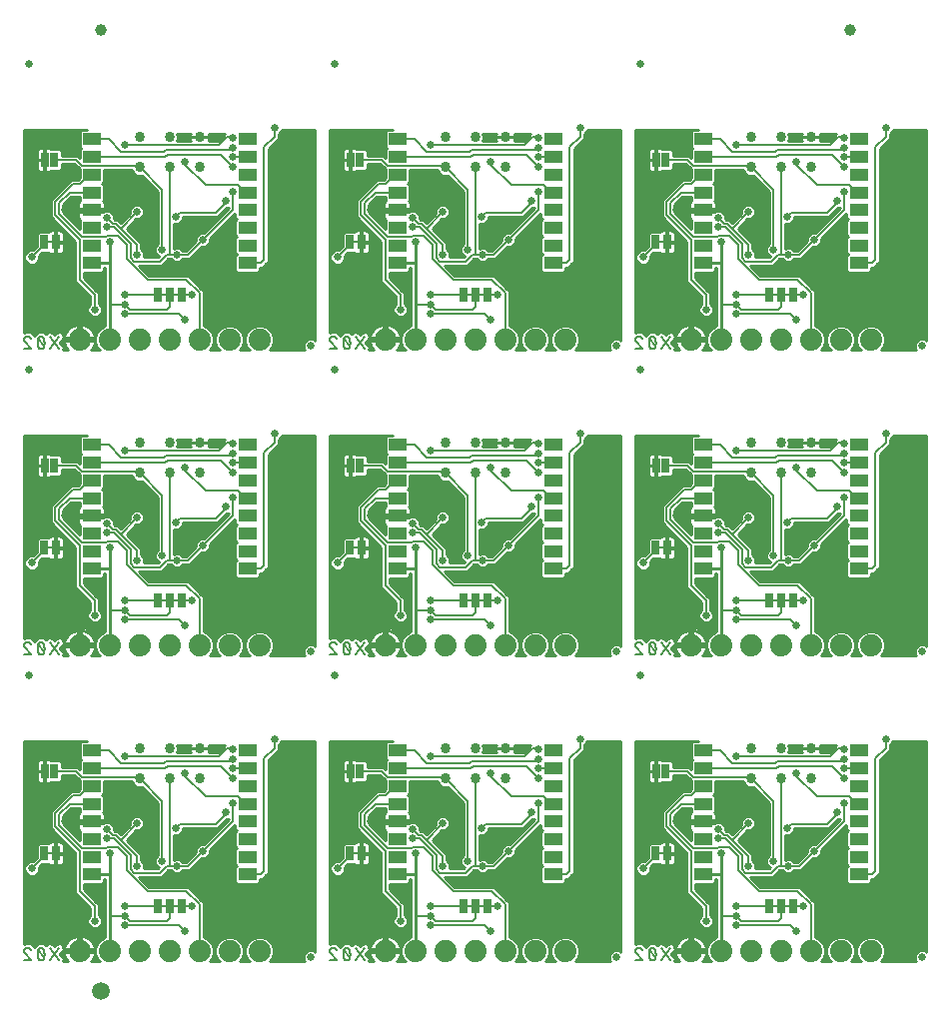
<source format=gbl>
G75*
%MOIN*%
%OFA0B0*%
%FSLAX25Y25*%
%IPPOS*%
%LPD*%
%AMOC8*
5,1,8,0,0,1.08239X$1,22.5*
%
%ADD10C,0.00800*%
%ADD11C,0.03400*%
%ADD12R,0.02500X0.05000*%
%ADD13R,0.01600X0.01000*%
%ADD14C,0.07400*%
%ADD15C,0.02500*%
%ADD16R,0.05906X0.03937*%
%ADD17C,0.03937*%
%ADD18C,0.05906*%
%ADD19C,0.00600*%
%ADD20C,0.02600*%
%ADD21C,0.01000*%
D10*
X0030217Y0030650D02*
X0032550Y0030650D01*
X0030567Y0032983D01*
X0031267Y0034850D02*
X0031338Y0034848D01*
X0031408Y0034843D01*
X0031478Y0034833D01*
X0031548Y0034820D01*
X0031616Y0034804D01*
X0031684Y0034784D01*
X0031751Y0034760D01*
X0031816Y0034733D01*
X0031880Y0034703D01*
X0031942Y0034669D01*
X0032002Y0034632D01*
X0032060Y0034592D01*
X0032117Y0034549D01*
X0032170Y0034503D01*
X0032221Y0034454D01*
X0032270Y0034403D01*
X0032316Y0034349D01*
X0032359Y0034293D01*
X0032399Y0034235D01*
X0032436Y0034175D01*
X0032469Y0034112D01*
X0032500Y0034049D01*
X0032527Y0033983D01*
X0032550Y0033917D01*
X0030566Y0032983D02*
X0030520Y0033030D01*
X0030477Y0033078D01*
X0030437Y0033130D01*
X0030399Y0033183D01*
X0030365Y0033239D01*
X0030335Y0033296D01*
X0030307Y0033356D01*
X0030283Y0033416D01*
X0030263Y0033478D01*
X0030246Y0033541D01*
X0030233Y0033605D01*
X0030224Y0033670D01*
X0030218Y0033735D01*
X0030216Y0033800D01*
X0030217Y0033800D02*
X0030219Y0033863D01*
X0030225Y0033927D01*
X0030234Y0033989D01*
X0030248Y0034051D01*
X0030265Y0034112D01*
X0030285Y0034172D01*
X0030310Y0034231D01*
X0030337Y0034288D01*
X0030368Y0034343D01*
X0030403Y0034396D01*
X0030440Y0034448D01*
X0030481Y0034496D01*
X0030525Y0034542D01*
X0030571Y0034586D01*
X0030619Y0034627D01*
X0030671Y0034664D01*
X0030724Y0034699D01*
X0030779Y0034730D01*
X0030836Y0034757D01*
X0030895Y0034782D01*
X0030955Y0034802D01*
X0031016Y0034819D01*
X0031078Y0034833D01*
X0031140Y0034842D01*
X0031204Y0034848D01*
X0031267Y0034850D01*
X0037050Y0032750D02*
X0037048Y0032638D01*
X0037043Y0032526D01*
X0037034Y0032414D01*
X0037021Y0032303D01*
X0037005Y0032192D01*
X0036985Y0032081D01*
X0036961Y0031972D01*
X0036934Y0031863D01*
X0036904Y0031755D01*
X0036870Y0031648D01*
X0036833Y0031542D01*
X0036792Y0031438D01*
X0036748Y0031335D01*
X0036700Y0031233D01*
X0036817Y0031583D02*
X0034950Y0033917D01*
X0035067Y0034267D02*
X0035087Y0034320D01*
X0035110Y0034371D01*
X0035137Y0034420D01*
X0035167Y0034468D01*
X0035200Y0034514D01*
X0035235Y0034557D01*
X0035274Y0034598D01*
X0035315Y0034637D01*
X0035359Y0034673D01*
X0035405Y0034705D01*
X0035452Y0034735D01*
X0035502Y0034761D01*
X0035554Y0034785D01*
X0035606Y0034804D01*
X0035660Y0034821D01*
X0035715Y0034833D01*
X0035771Y0034843D01*
X0035827Y0034848D01*
X0035883Y0034850D01*
X0035939Y0034848D01*
X0035995Y0034843D01*
X0036051Y0034833D01*
X0036106Y0034821D01*
X0036160Y0034804D01*
X0036212Y0034785D01*
X0036264Y0034761D01*
X0036314Y0034735D01*
X0036361Y0034705D01*
X0036407Y0034672D01*
X0036451Y0034637D01*
X0036492Y0034598D01*
X0036531Y0034557D01*
X0036566Y0034514D01*
X0036599Y0034468D01*
X0036629Y0034420D01*
X0036656Y0034371D01*
X0036679Y0034320D01*
X0036699Y0034267D01*
X0035067Y0034267D02*
X0035019Y0034165D01*
X0034975Y0034062D01*
X0034934Y0033958D01*
X0034897Y0033852D01*
X0034863Y0033745D01*
X0034833Y0033637D01*
X0034806Y0033528D01*
X0034782Y0033419D01*
X0034762Y0033308D01*
X0034746Y0033197D01*
X0034733Y0033086D01*
X0034724Y0032974D01*
X0034719Y0032862D01*
X0034717Y0032750D01*
X0037050Y0032750D02*
X0037048Y0032862D01*
X0037043Y0032974D01*
X0037034Y0033086D01*
X0037021Y0033197D01*
X0037005Y0033308D01*
X0036985Y0033419D01*
X0036961Y0033528D01*
X0036934Y0033637D01*
X0036904Y0033745D01*
X0036870Y0033852D01*
X0036833Y0033958D01*
X0036792Y0034062D01*
X0036748Y0034165D01*
X0036700Y0034267D01*
X0034717Y0032750D02*
X0034719Y0032638D01*
X0034724Y0032526D01*
X0034733Y0032414D01*
X0034746Y0032303D01*
X0034762Y0032192D01*
X0034782Y0032081D01*
X0034806Y0031972D01*
X0034833Y0031863D01*
X0034863Y0031755D01*
X0034897Y0031648D01*
X0034934Y0031542D01*
X0034975Y0031438D01*
X0035019Y0031335D01*
X0035067Y0031233D01*
X0035883Y0030650D02*
X0035939Y0030652D01*
X0035995Y0030657D01*
X0036051Y0030667D01*
X0036106Y0030679D01*
X0036160Y0030696D01*
X0036212Y0030715D01*
X0036264Y0030739D01*
X0036314Y0030765D01*
X0036361Y0030795D01*
X0036407Y0030827D01*
X0036451Y0030863D01*
X0036492Y0030902D01*
X0036531Y0030943D01*
X0036566Y0030986D01*
X0036599Y0031032D01*
X0036629Y0031080D01*
X0036656Y0031129D01*
X0036679Y0031180D01*
X0036699Y0031233D01*
X0035883Y0030650D02*
X0035827Y0030652D01*
X0035771Y0030657D01*
X0035715Y0030667D01*
X0035660Y0030679D01*
X0035606Y0030696D01*
X0035554Y0030715D01*
X0035502Y0030739D01*
X0035452Y0030765D01*
X0035405Y0030795D01*
X0035359Y0030827D01*
X0035315Y0030863D01*
X0035274Y0030902D01*
X0035235Y0030943D01*
X0035200Y0030986D01*
X0035167Y0031032D01*
X0035137Y0031080D01*
X0035110Y0031129D01*
X0035087Y0031180D01*
X0035067Y0031233D01*
X0038983Y0030650D02*
X0041783Y0034850D01*
X0038983Y0034850D02*
X0041783Y0030650D01*
X0132217Y0030650D02*
X0134550Y0030650D01*
X0132567Y0032983D01*
X0133267Y0034850D02*
X0133338Y0034848D01*
X0133408Y0034843D01*
X0133478Y0034833D01*
X0133548Y0034820D01*
X0133616Y0034804D01*
X0133684Y0034784D01*
X0133751Y0034760D01*
X0133816Y0034733D01*
X0133880Y0034703D01*
X0133942Y0034669D01*
X0134002Y0034632D01*
X0134060Y0034592D01*
X0134117Y0034549D01*
X0134170Y0034503D01*
X0134221Y0034454D01*
X0134270Y0034403D01*
X0134316Y0034349D01*
X0134359Y0034293D01*
X0134399Y0034235D01*
X0134436Y0034175D01*
X0134469Y0034112D01*
X0134500Y0034049D01*
X0134527Y0033983D01*
X0134550Y0033917D01*
X0132566Y0032983D02*
X0132520Y0033030D01*
X0132477Y0033078D01*
X0132437Y0033130D01*
X0132399Y0033183D01*
X0132365Y0033239D01*
X0132335Y0033296D01*
X0132307Y0033356D01*
X0132283Y0033416D01*
X0132263Y0033478D01*
X0132246Y0033541D01*
X0132233Y0033605D01*
X0132224Y0033670D01*
X0132218Y0033735D01*
X0132216Y0033800D01*
X0132217Y0033800D02*
X0132219Y0033863D01*
X0132225Y0033927D01*
X0132234Y0033989D01*
X0132248Y0034051D01*
X0132265Y0034112D01*
X0132285Y0034172D01*
X0132310Y0034231D01*
X0132337Y0034288D01*
X0132368Y0034343D01*
X0132403Y0034396D01*
X0132440Y0034448D01*
X0132481Y0034496D01*
X0132525Y0034542D01*
X0132571Y0034586D01*
X0132619Y0034627D01*
X0132671Y0034664D01*
X0132724Y0034699D01*
X0132779Y0034730D01*
X0132836Y0034757D01*
X0132895Y0034782D01*
X0132955Y0034802D01*
X0133016Y0034819D01*
X0133078Y0034833D01*
X0133140Y0034842D01*
X0133204Y0034848D01*
X0133267Y0034850D01*
X0139050Y0032750D02*
X0139048Y0032638D01*
X0139043Y0032526D01*
X0139034Y0032414D01*
X0139021Y0032303D01*
X0139005Y0032192D01*
X0138985Y0032081D01*
X0138961Y0031972D01*
X0138934Y0031863D01*
X0138904Y0031755D01*
X0138870Y0031648D01*
X0138833Y0031542D01*
X0138792Y0031438D01*
X0138748Y0031335D01*
X0138700Y0031233D01*
X0138817Y0031583D02*
X0136950Y0033917D01*
X0137067Y0034267D02*
X0137087Y0034320D01*
X0137110Y0034371D01*
X0137137Y0034420D01*
X0137167Y0034468D01*
X0137200Y0034514D01*
X0137235Y0034557D01*
X0137274Y0034598D01*
X0137315Y0034637D01*
X0137359Y0034673D01*
X0137405Y0034705D01*
X0137452Y0034735D01*
X0137502Y0034761D01*
X0137554Y0034785D01*
X0137606Y0034804D01*
X0137660Y0034821D01*
X0137715Y0034833D01*
X0137771Y0034843D01*
X0137827Y0034848D01*
X0137883Y0034850D01*
X0137939Y0034848D01*
X0137995Y0034843D01*
X0138051Y0034833D01*
X0138106Y0034821D01*
X0138160Y0034804D01*
X0138212Y0034785D01*
X0138264Y0034761D01*
X0138314Y0034735D01*
X0138361Y0034705D01*
X0138407Y0034672D01*
X0138451Y0034637D01*
X0138492Y0034598D01*
X0138531Y0034557D01*
X0138566Y0034514D01*
X0138599Y0034468D01*
X0138629Y0034420D01*
X0138656Y0034371D01*
X0138679Y0034320D01*
X0138699Y0034267D01*
X0137067Y0034267D02*
X0137019Y0034165D01*
X0136975Y0034062D01*
X0136934Y0033958D01*
X0136897Y0033852D01*
X0136863Y0033745D01*
X0136833Y0033637D01*
X0136806Y0033528D01*
X0136782Y0033419D01*
X0136762Y0033308D01*
X0136746Y0033197D01*
X0136733Y0033086D01*
X0136724Y0032974D01*
X0136719Y0032862D01*
X0136717Y0032750D01*
X0139050Y0032750D02*
X0139048Y0032862D01*
X0139043Y0032974D01*
X0139034Y0033086D01*
X0139021Y0033197D01*
X0139005Y0033308D01*
X0138985Y0033419D01*
X0138961Y0033528D01*
X0138934Y0033637D01*
X0138904Y0033745D01*
X0138870Y0033852D01*
X0138833Y0033958D01*
X0138792Y0034062D01*
X0138748Y0034165D01*
X0138700Y0034267D01*
X0136717Y0032750D02*
X0136719Y0032638D01*
X0136724Y0032526D01*
X0136733Y0032414D01*
X0136746Y0032303D01*
X0136762Y0032192D01*
X0136782Y0032081D01*
X0136806Y0031972D01*
X0136833Y0031863D01*
X0136863Y0031755D01*
X0136897Y0031648D01*
X0136934Y0031542D01*
X0136975Y0031438D01*
X0137019Y0031335D01*
X0137067Y0031233D01*
X0137883Y0030650D02*
X0137939Y0030652D01*
X0137995Y0030657D01*
X0138051Y0030667D01*
X0138106Y0030679D01*
X0138160Y0030696D01*
X0138212Y0030715D01*
X0138264Y0030739D01*
X0138314Y0030765D01*
X0138361Y0030795D01*
X0138407Y0030827D01*
X0138451Y0030863D01*
X0138492Y0030902D01*
X0138531Y0030943D01*
X0138566Y0030986D01*
X0138599Y0031032D01*
X0138629Y0031080D01*
X0138656Y0031129D01*
X0138679Y0031180D01*
X0138699Y0031233D01*
X0137883Y0030650D02*
X0137827Y0030652D01*
X0137771Y0030657D01*
X0137715Y0030667D01*
X0137660Y0030679D01*
X0137606Y0030696D01*
X0137554Y0030715D01*
X0137502Y0030739D01*
X0137452Y0030765D01*
X0137405Y0030795D01*
X0137359Y0030827D01*
X0137315Y0030863D01*
X0137274Y0030902D01*
X0137235Y0030943D01*
X0137200Y0030986D01*
X0137167Y0031032D01*
X0137137Y0031080D01*
X0137110Y0031129D01*
X0137087Y0031180D01*
X0137067Y0031233D01*
X0140983Y0030650D02*
X0143783Y0034850D01*
X0140983Y0034850D02*
X0143783Y0030650D01*
X0234217Y0030650D02*
X0236550Y0030650D01*
X0234567Y0032983D01*
X0235267Y0034850D02*
X0235338Y0034848D01*
X0235408Y0034843D01*
X0235478Y0034833D01*
X0235548Y0034820D01*
X0235616Y0034804D01*
X0235684Y0034784D01*
X0235751Y0034760D01*
X0235816Y0034733D01*
X0235880Y0034703D01*
X0235942Y0034669D01*
X0236002Y0034632D01*
X0236060Y0034592D01*
X0236117Y0034549D01*
X0236170Y0034503D01*
X0236221Y0034454D01*
X0236270Y0034403D01*
X0236316Y0034349D01*
X0236359Y0034293D01*
X0236399Y0034235D01*
X0236436Y0034175D01*
X0236469Y0034112D01*
X0236500Y0034049D01*
X0236527Y0033983D01*
X0236550Y0033917D01*
X0234566Y0032983D02*
X0234520Y0033030D01*
X0234477Y0033078D01*
X0234437Y0033130D01*
X0234399Y0033183D01*
X0234365Y0033239D01*
X0234335Y0033296D01*
X0234307Y0033356D01*
X0234283Y0033416D01*
X0234263Y0033478D01*
X0234246Y0033541D01*
X0234233Y0033605D01*
X0234224Y0033670D01*
X0234218Y0033735D01*
X0234216Y0033800D01*
X0234217Y0033800D02*
X0234219Y0033863D01*
X0234225Y0033927D01*
X0234234Y0033989D01*
X0234248Y0034051D01*
X0234265Y0034112D01*
X0234285Y0034172D01*
X0234310Y0034231D01*
X0234337Y0034288D01*
X0234368Y0034343D01*
X0234403Y0034396D01*
X0234440Y0034448D01*
X0234481Y0034496D01*
X0234525Y0034542D01*
X0234571Y0034586D01*
X0234619Y0034627D01*
X0234671Y0034664D01*
X0234724Y0034699D01*
X0234779Y0034730D01*
X0234836Y0034757D01*
X0234895Y0034782D01*
X0234955Y0034802D01*
X0235016Y0034819D01*
X0235078Y0034833D01*
X0235140Y0034842D01*
X0235204Y0034848D01*
X0235267Y0034850D01*
X0241050Y0032750D02*
X0241048Y0032638D01*
X0241043Y0032526D01*
X0241034Y0032414D01*
X0241021Y0032303D01*
X0241005Y0032192D01*
X0240985Y0032081D01*
X0240961Y0031972D01*
X0240934Y0031863D01*
X0240904Y0031755D01*
X0240870Y0031648D01*
X0240833Y0031542D01*
X0240792Y0031438D01*
X0240748Y0031335D01*
X0240700Y0031233D01*
X0240817Y0031583D02*
X0238950Y0033917D01*
X0239067Y0034267D02*
X0239087Y0034320D01*
X0239110Y0034371D01*
X0239137Y0034420D01*
X0239167Y0034468D01*
X0239200Y0034514D01*
X0239235Y0034557D01*
X0239274Y0034598D01*
X0239315Y0034637D01*
X0239359Y0034673D01*
X0239405Y0034705D01*
X0239452Y0034735D01*
X0239502Y0034761D01*
X0239554Y0034785D01*
X0239606Y0034804D01*
X0239660Y0034821D01*
X0239715Y0034833D01*
X0239771Y0034843D01*
X0239827Y0034848D01*
X0239883Y0034850D01*
X0239939Y0034848D01*
X0239995Y0034843D01*
X0240051Y0034833D01*
X0240106Y0034821D01*
X0240160Y0034804D01*
X0240212Y0034785D01*
X0240264Y0034761D01*
X0240314Y0034735D01*
X0240361Y0034705D01*
X0240407Y0034672D01*
X0240451Y0034637D01*
X0240492Y0034598D01*
X0240531Y0034557D01*
X0240566Y0034514D01*
X0240599Y0034468D01*
X0240629Y0034420D01*
X0240656Y0034371D01*
X0240679Y0034320D01*
X0240699Y0034267D01*
X0239067Y0034267D02*
X0239019Y0034165D01*
X0238975Y0034062D01*
X0238934Y0033958D01*
X0238897Y0033852D01*
X0238863Y0033745D01*
X0238833Y0033637D01*
X0238806Y0033528D01*
X0238782Y0033419D01*
X0238762Y0033308D01*
X0238746Y0033197D01*
X0238733Y0033086D01*
X0238724Y0032974D01*
X0238719Y0032862D01*
X0238717Y0032750D01*
X0241050Y0032750D02*
X0241048Y0032862D01*
X0241043Y0032974D01*
X0241034Y0033086D01*
X0241021Y0033197D01*
X0241005Y0033308D01*
X0240985Y0033419D01*
X0240961Y0033528D01*
X0240934Y0033637D01*
X0240904Y0033745D01*
X0240870Y0033852D01*
X0240833Y0033958D01*
X0240792Y0034062D01*
X0240748Y0034165D01*
X0240700Y0034267D01*
X0238717Y0032750D02*
X0238719Y0032638D01*
X0238724Y0032526D01*
X0238733Y0032414D01*
X0238746Y0032303D01*
X0238762Y0032192D01*
X0238782Y0032081D01*
X0238806Y0031972D01*
X0238833Y0031863D01*
X0238863Y0031755D01*
X0238897Y0031648D01*
X0238934Y0031542D01*
X0238975Y0031438D01*
X0239019Y0031335D01*
X0239067Y0031233D01*
X0239883Y0030650D02*
X0239939Y0030652D01*
X0239995Y0030657D01*
X0240051Y0030667D01*
X0240106Y0030679D01*
X0240160Y0030696D01*
X0240212Y0030715D01*
X0240264Y0030739D01*
X0240314Y0030765D01*
X0240361Y0030795D01*
X0240407Y0030827D01*
X0240451Y0030863D01*
X0240492Y0030902D01*
X0240531Y0030943D01*
X0240566Y0030986D01*
X0240599Y0031032D01*
X0240629Y0031080D01*
X0240656Y0031129D01*
X0240679Y0031180D01*
X0240699Y0031233D01*
X0239883Y0030650D02*
X0239827Y0030652D01*
X0239771Y0030657D01*
X0239715Y0030667D01*
X0239660Y0030679D01*
X0239606Y0030696D01*
X0239554Y0030715D01*
X0239502Y0030739D01*
X0239452Y0030765D01*
X0239405Y0030795D01*
X0239359Y0030827D01*
X0239315Y0030863D01*
X0239274Y0030902D01*
X0239235Y0030943D01*
X0239200Y0030986D01*
X0239167Y0031032D01*
X0239137Y0031080D01*
X0239110Y0031129D01*
X0239087Y0031180D01*
X0239067Y0031233D01*
X0242983Y0030650D02*
X0245783Y0034850D01*
X0242983Y0034850D02*
X0245783Y0030650D01*
X0245783Y0132650D02*
X0242983Y0136850D01*
X0238717Y0134750D02*
X0238719Y0134638D01*
X0238724Y0134526D01*
X0238733Y0134414D01*
X0238746Y0134303D01*
X0238762Y0134192D01*
X0238782Y0134081D01*
X0238806Y0133972D01*
X0238833Y0133863D01*
X0238863Y0133755D01*
X0238897Y0133648D01*
X0238934Y0133542D01*
X0238975Y0133438D01*
X0239019Y0133335D01*
X0239067Y0133233D01*
X0239883Y0132650D02*
X0239939Y0132652D01*
X0239995Y0132657D01*
X0240051Y0132667D01*
X0240106Y0132679D01*
X0240160Y0132696D01*
X0240212Y0132715D01*
X0240264Y0132739D01*
X0240314Y0132765D01*
X0240361Y0132795D01*
X0240407Y0132827D01*
X0240451Y0132863D01*
X0240492Y0132902D01*
X0240531Y0132943D01*
X0240566Y0132986D01*
X0240599Y0133032D01*
X0240629Y0133080D01*
X0240656Y0133129D01*
X0240679Y0133180D01*
X0240699Y0133233D01*
X0240817Y0133583D02*
X0238950Y0135917D01*
X0239067Y0136267D02*
X0239087Y0136320D01*
X0239110Y0136371D01*
X0239137Y0136420D01*
X0239167Y0136468D01*
X0239200Y0136514D01*
X0239235Y0136557D01*
X0239274Y0136598D01*
X0239315Y0136637D01*
X0239359Y0136673D01*
X0239405Y0136705D01*
X0239452Y0136735D01*
X0239502Y0136761D01*
X0239554Y0136785D01*
X0239606Y0136804D01*
X0239660Y0136821D01*
X0239715Y0136833D01*
X0239771Y0136843D01*
X0239827Y0136848D01*
X0239883Y0136850D01*
X0239939Y0136848D01*
X0239995Y0136843D01*
X0240051Y0136833D01*
X0240106Y0136821D01*
X0240160Y0136804D01*
X0240212Y0136785D01*
X0240264Y0136761D01*
X0240314Y0136735D01*
X0240361Y0136705D01*
X0240407Y0136672D01*
X0240451Y0136637D01*
X0240492Y0136598D01*
X0240531Y0136557D01*
X0240566Y0136514D01*
X0240599Y0136468D01*
X0240629Y0136420D01*
X0240656Y0136371D01*
X0240679Y0136320D01*
X0240699Y0136267D01*
X0239067Y0136267D02*
X0239019Y0136165D01*
X0238975Y0136062D01*
X0238934Y0135958D01*
X0238897Y0135852D01*
X0238863Y0135745D01*
X0238833Y0135637D01*
X0238806Y0135528D01*
X0238782Y0135419D01*
X0238762Y0135308D01*
X0238746Y0135197D01*
X0238733Y0135086D01*
X0238724Y0134974D01*
X0238719Y0134862D01*
X0238717Y0134750D01*
X0241050Y0134750D02*
X0241048Y0134862D01*
X0241043Y0134974D01*
X0241034Y0135086D01*
X0241021Y0135197D01*
X0241005Y0135308D01*
X0240985Y0135419D01*
X0240961Y0135528D01*
X0240934Y0135637D01*
X0240904Y0135745D01*
X0240870Y0135852D01*
X0240833Y0135958D01*
X0240792Y0136062D01*
X0240748Y0136165D01*
X0240700Y0136267D01*
X0239067Y0133233D02*
X0239087Y0133180D01*
X0239110Y0133129D01*
X0239137Y0133080D01*
X0239167Y0133032D01*
X0239200Y0132986D01*
X0239235Y0132943D01*
X0239274Y0132902D01*
X0239315Y0132863D01*
X0239359Y0132827D01*
X0239405Y0132795D01*
X0239452Y0132765D01*
X0239502Y0132739D01*
X0239554Y0132715D01*
X0239606Y0132696D01*
X0239660Y0132679D01*
X0239715Y0132667D01*
X0239771Y0132657D01*
X0239827Y0132652D01*
X0239883Y0132650D01*
X0242983Y0132650D02*
X0245783Y0136850D01*
X0241050Y0134750D02*
X0241048Y0134638D01*
X0241043Y0134526D01*
X0241034Y0134414D01*
X0241021Y0134303D01*
X0241005Y0134192D01*
X0240985Y0134081D01*
X0240961Y0133972D01*
X0240934Y0133863D01*
X0240904Y0133755D01*
X0240870Y0133648D01*
X0240833Y0133542D01*
X0240792Y0133438D01*
X0240748Y0133335D01*
X0240700Y0133233D01*
X0236550Y0132650D02*
X0234217Y0132650D01*
X0236550Y0132650D02*
X0234567Y0134983D01*
X0235267Y0136850D02*
X0235338Y0136848D01*
X0235408Y0136843D01*
X0235478Y0136833D01*
X0235548Y0136820D01*
X0235616Y0136804D01*
X0235684Y0136784D01*
X0235751Y0136760D01*
X0235816Y0136733D01*
X0235880Y0136703D01*
X0235942Y0136669D01*
X0236002Y0136632D01*
X0236060Y0136592D01*
X0236117Y0136549D01*
X0236170Y0136503D01*
X0236221Y0136454D01*
X0236270Y0136403D01*
X0236316Y0136349D01*
X0236359Y0136293D01*
X0236399Y0136235D01*
X0236436Y0136175D01*
X0236469Y0136112D01*
X0236500Y0136049D01*
X0236527Y0135983D01*
X0236550Y0135917D01*
X0234566Y0134983D02*
X0234520Y0135030D01*
X0234477Y0135078D01*
X0234437Y0135130D01*
X0234399Y0135183D01*
X0234365Y0135239D01*
X0234335Y0135296D01*
X0234307Y0135356D01*
X0234283Y0135416D01*
X0234263Y0135478D01*
X0234246Y0135541D01*
X0234233Y0135605D01*
X0234224Y0135670D01*
X0234218Y0135735D01*
X0234216Y0135800D01*
X0234217Y0135800D02*
X0234219Y0135863D01*
X0234225Y0135927D01*
X0234234Y0135989D01*
X0234248Y0136051D01*
X0234265Y0136112D01*
X0234285Y0136172D01*
X0234310Y0136231D01*
X0234337Y0136288D01*
X0234368Y0136343D01*
X0234403Y0136396D01*
X0234440Y0136448D01*
X0234481Y0136496D01*
X0234525Y0136542D01*
X0234571Y0136586D01*
X0234619Y0136627D01*
X0234671Y0136664D01*
X0234724Y0136699D01*
X0234779Y0136730D01*
X0234836Y0136757D01*
X0234895Y0136782D01*
X0234955Y0136802D01*
X0235016Y0136819D01*
X0235078Y0136833D01*
X0235140Y0136842D01*
X0235204Y0136848D01*
X0235267Y0136850D01*
X0143783Y0136850D02*
X0140983Y0132650D01*
X0137067Y0133233D02*
X0137019Y0133335D01*
X0136975Y0133438D01*
X0136934Y0133542D01*
X0136897Y0133648D01*
X0136863Y0133755D01*
X0136833Y0133863D01*
X0136806Y0133972D01*
X0136782Y0134081D01*
X0136762Y0134192D01*
X0136746Y0134303D01*
X0136733Y0134414D01*
X0136724Y0134526D01*
X0136719Y0134638D01*
X0136717Y0134750D01*
X0139050Y0134750D02*
X0139048Y0134862D01*
X0139043Y0134974D01*
X0139034Y0135086D01*
X0139021Y0135197D01*
X0139005Y0135308D01*
X0138985Y0135419D01*
X0138961Y0135528D01*
X0138934Y0135637D01*
X0138904Y0135745D01*
X0138870Y0135852D01*
X0138833Y0135958D01*
X0138792Y0136062D01*
X0138748Y0136165D01*
X0138700Y0136267D01*
X0138699Y0136267D02*
X0138679Y0136320D01*
X0138656Y0136371D01*
X0138629Y0136420D01*
X0138599Y0136468D01*
X0138566Y0136514D01*
X0138531Y0136557D01*
X0138492Y0136598D01*
X0138451Y0136637D01*
X0138407Y0136672D01*
X0138361Y0136705D01*
X0138314Y0136735D01*
X0138264Y0136761D01*
X0138212Y0136785D01*
X0138160Y0136804D01*
X0138106Y0136821D01*
X0138051Y0136833D01*
X0137995Y0136843D01*
X0137939Y0136848D01*
X0137883Y0136850D01*
X0137827Y0136848D01*
X0137771Y0136843D01*
X0137715Y0136833D01*
X0137660Y0136821D01*
X0137606Y0136804D01*
X0137554Y0136785D01*
X0137502Y0136761D01*
X0137452Y0136735D01*
X0137405Y0136705D01*
X0137359Y0136673D01*
X0137315Y0136637D01*
X0137274Y0136598D01*
X0137235Y0136557D01*
X0137200Y0136514D01*
X0137167Y0136468D01*
X0137137Y0136420D01*
X0137110Y0136371D01*
X0137087Y0136320D01*
X0137067Y0136267D01*
X0136950Y0135917D02*
X0138817Y0133583D01*
X0137883Y0132650D02*
X0137827Y0132652D01*
X0137771Y0132657D01*
X0137715Y0132667D01*
X0137660Y0132679D01*
X0137606Y0132696D01*
X0137554Y0132715D01*
X0137502Y0132739D01*
X0137452Y0132765D01*
X0137405Y0132795D01*
X0137359Y0132827D01*
X0137315Y0132863D01*
X0137274Y0132902D01*
X0137235Y0132943D01*
X0137200Y0132986D01*
X0137167Y0133032D01*
X0137137Y0133080D01*
X0137110Y0133129D01*
X0137087Y0133180D01*
X0137067Y0133233D01*
X0137883Y0132650D02*
X0137939Y0132652D01*
X0137995Y0132657D01*
X0138051Y0132667D01*
X0138106Y0132679D01*
X0138160Y0132696D01*
X0138212Y0132715D01*
X0138264Y0132739D01*
X0138314Y0132765D01*
X0138361Y0132795D01*
X0138407Y0132827D01*
X0138451Y0132863D01*
X0138492Y0132902D01*
X0138531Y0132943D01*
X0138566Y0132986D01*
X0138599Y0133032D01*
X0138629Y0133080D01*
X0138656Y0133129D01*
X0138679Y0133180D01*
X0138699Y0133233D01*
X0136717Y0134750D02*
X0136719Y0134862D01*
X0136724Y0134974D01*
X0136733Y0135086D01*
X0136746Y0135197D01*
X0136762Y0135308D01*
X0136782Y0135419D01*
X0136806Y0135528D01*
X0136833Y0135637D01*
X0136863Y0135745D01*
X0136897Y0135852D01*
X0136934Y0135958D01*
X0136975Y0136062D01*
X0137019Y0136165D01*
X0137067Y0136267D01*
X0139050Y0134750D02*
X0139048Y0134638D01*
X0139043Y0134526D01*
X0139034Y0134414D01*
X0139021Y0134303D01*
X0139005Y0134192D01*
X0138985Y0134081D01*
X0138961Y0133972D01*
X0138934Y0133863D01*
X0138904Y0133755D01*
X0138870Y0133648D01*
X0138833Y0133542D01*
X0138792Y0133438D01*
X0138748Y0133335D01*
X0138700Y0133233D01*
X0134550Y0132650D02*
X0132217Y0132650D01*
X0134550Y0132650D02*
X0132567Y0134983D01*
X0133267Y0136850D02*
X0133338Y0136848D01*
X0133408Y0136843D01*
X0133478Y0136833D01*
X0133548Y0136820D01*
X0133616Y0136804D01*
X0133684Y0136784D01*
X0133751Y0136760D01*
X0133816Y0136733D01*
X0133880Y0136703D01*
X0133942Y0136669D01*
X0134002Y0136632D01*
X0134060Y0136592D01*
X0134117Y0136549D01*
X0134170Y0136503D01*
X0134221Y0136454D01*
X0134270Y0136403D01*
X0134316Y0136349D01*
X0134359Y0136293D01*
X0134399Y0136235D01*
X0134436Y0136175D01*
X0134469Y0136112D01*
X0134500Y0136049D01*
X0134527Y0135983D01*
X0134550Y0135917D01*
X0132566Y0134983D02*
X0132520Y0135030D01*
X0132477Y0135078D01*
X0132437Y0135130D01*
X0132399Y0135183D01*
X0132365Y0135239D01*
X0132335Y0135296D01*
X0132307Y0135356D01*
X0132283Y0135416D01*
X0132263Y0135478D01*
X0132246Y0135541D01*
X0132233Y0135605D01*
X0132224Y0135670D01*
X0132218Y0135735D01*
X0132216Y0135800D01*
X0132217Y0135800D02*
X0132219Y0135863D01*
X0132225Y0135927D01*
X0132234Y0135989D01*
X0132248Y0136051D01*
X0132265Y0136112D01*
X0132285Y0136172D01*
X0132310Y0136231D01*
X0132337Y0136288D01*
X0132368Y0136343D01*
X0132403Y0136396D01*
X0132440Y0136448D01*
X0132481Y0136496D01*
X0132525Y0136542D01*
X0132571Y0136586D01*
X0132619Y0136627D01*
X0132671Y0136664D01*
X0132724Y0136699D01*
X0132779Y0136730D01*
X0132836Y0136757D01*
X0132895Y0136782D01*
X0132955Y0136802D01*
X0133016Y0136819D01*
X0133078Y0136833D01*
X0133140Y0136842D01*
X0133204Y0136848D01*
X0133267Y0136850D01*
X0140983Y0136850D02*
X0143783Y0132650D01*
X0041783Y0132650D02*
X0038983Y0136850D01*
X0034717Y0134750D02*
X0034719Y0134638D01*
X0034724Y0134526D01*
X0034733Y0134414D01*
X0034746Y0134303D01*
X0034762Y0134192D01*
X0034782Y0134081D01*
X0034806Y0133972D01*
X0034833Y0133863D01*
X0034863Y0133755D01*
X0034897Y0133648D01*
X0034934Y0133542D01*
X0034975Y0133438D01*
X0035019Y0133335D01*
X0035067Y0133233D01*
X0035883Y0132650D02*
X0035939Y0132652D01*
X0035995Y0132657D01*
X0036051Y0132667D01*
X0036106Y0132679D01*
X0036160Y0132696D01*
X0036212Y0132715D01*
X0036264Y0132739D01*
X0036314Y0132765D01*
X0036361Y0132795D01*
X0036407Y0132827D01*
X0036451Y0132863D01*
X0036492Y0132902D01*
X0036531Y0132943D01*
X0036566Y0132986D01*
X0036599Y0133032D01*
X0036629Y0133080D01*
X0036656Y0133129D01*
X0036679Y0133180D01*
X0036699Y0133233D01*
X0036817Y0133583D02*
X0034950Y0135917D01*
X0035067Y0136267D02*
X0035087Y0136320D01*
X0035110Y0136371D01*
X0035137Y0136420D01*
X0035167Y0136468D01*
X0035200Y0136514D01*
X0035235Y0136557D01*
X0035274Y0136598D01*
X0035315Y0136637D01*
X0035359Y0136673D01*
X0035405Y0136705D01*
X0035452Y0136735D01*
X0035502Y0136761D01*
X0035554Y0136785D01*
X0035606Y0136804D01*
X0035660Y0136821D01*
X0035715Y0136833D01*
X0035771Y0136843D01*
X0035827Y0136848D01*
X0035883Y0136850D01*
X0035939Y0136848D01*
X0035995Y0136843D01*
X0036051Y0136833D01*
X0036106Y0136821D01*
X0036160Y0136804D01*
X0036212Y0136785D01*
X0036264Y0136761D01*
X0036314Y0136735D01*
X0036361Y0136705D01*
X0036407Y0136672D01*
X0036451Y0136637D01*
X0036492Y0136598D01*
X0036531Y0136557D01*
X0036566Y0136514D01*
X0036599Y0136468D01*
X0036629Y0136420D01*
X0036656Y0136371D01*
X0036679Y0136320D01*
X0036699Y0136267D01*
X0035067Y0136267D02*
X0035019Y0136165D01*
X0034975Y0136062D01*
X0034934Y0135958D01*
X0034897Y0135852D01*
X0034863Y0135745D01*
X0034833Y0135637D01*
X0034806Y0135528D01*
X0034782Y0135419D01*
X0034762Y0135308D01*
X0034746Y0135197D01*
X0034733Y0135086D01*
X0034724Y0134974D01*
X0034719Y0134862D01*
X0034717Y0134750D01*
X0037050Y0134750D02*
X0037048Y0134862D01*
X0037043Y0134974D01*
X0037034Y0135086D01*
X0037021Y0135197D01*
X0037005Y0135308D01*
X0036985Y0135419D01*
X0036961Y0135528D01*
X0036934Y0135637D01*
X0036904Y0135745D01*
X0036870Y0135852D01*
X0036833Y0135958D01*
X0036792Y0136062D01*
X0036748Y0136165D01*
X0036700Y0136267D01*
X0035067Y0133233D02*
X0035087Y0133180D01*
X0035110Y0133129D01*
X0035137Y0133080D01*
X0035167Y0133032D01*
X0035200Y0132986D01*
X0035235Y0132943D01*
X0035274Y0132902D01*
X0035315Y0132863D01*
X0035359Y0132827D01*
X0035405Y0132795D01*
X0035452Y0132765D01*
X0035502Y0132739D01*
X0035554Y0132715D01*
X0035606Y0132696D01*
X0035660Y0132679D01*
X0035715Y0132667D01*
X0035771Y0132657D01*
X0035827Y0132652D01*
X0035883Y0132650D01*
X0038983Y0132650D02*
X0041783Y0136850D01*
X0037050Y0134750D02*
X0037048Y0134638D01*
X0037043Y0134526D01*
X0037034Y0134414D01*
X0037021Y0134303D01*
X0037005Y0134192D01*
X0036985Y0134081D01*
X0036961Y0133972D01*
X0036934Y0133863D01*
X0036904Y0133755D01*
X0036870Y0133648D01*
X0036833Y0133542D01*
X0036792Y0133438D01*
X0036748Y0133335D01*
X0036700Y0133233D01*
X0032550Y0132650D02*
X0030217Y0132650D01*
X0032550Y0132650D02*
X0030567Y0134983D01*
X0031267Y0136850D02*
X0031338Y0136848D01*
X0031408Y0136843D01*
X0031478Y0136833D01*
X0031548Y0136820D01*
X0031616Y0136804D01*
X0031684Y0136784D01*
X0031751Y0136760D01*
X0031816Y0136733D01*
X0031880Y0136703D01*
X0031942Y0136669D01*
X0032002Y0136632D01*
X0032060Y0136592D01*
X0032117Y0136549D01*
X0032170Y0136503D01*
X0032221Y0136454D01*
X0032270Y0136403D01*
X0032316Y0136349D01*
X0032359Y0136293D01*
X0032399Y0136235D01*
X0032436Y0136175D01*
X0032469Y0136112D01*
X0032500Y0136049D01*
X0032527Y0135983D01*
X0032550Y0135917D01*
X0030566Y0134983D02*
X0030520Y0135030D01*
X0030477Y0135078D01*
X0030437Y0135130D01*
X0030399Y0135183D01*
X0030365Y0135239D01*
X0030335Y0135296D01*
X0030307Y0135356D01*
X0030283Y0135416D01*
X0030263Y0135478D01*
X0030246Y0135541D01*
X0030233Y0135605D01*
X0030224Y0135670D01*
X0030218Y0135735D01*
X0030216Y0135800D01*
X0030217Y0135800D02*
X0030219Y0135863D01*
X0030225Y0135927D01*
X0030234Y0135989D01*
X0030248Y0136051D01*
X0030265Y0136112D01*
X0030285Y0136172D01*
X0030310Y0136231D01*
X0030337Y0136288D01*
X0030368Y0136343D01*
X0030403Y0136396D01*
X0030440Y0136448D01*
X0030481Y0136496D01*
X0030525Y0136542D01*
X0030571Y0136586D01*
X0030619Y0136627D01*
X0030671Y0136664D01*
X0030724Y0136699D01*
X0030779Y0136730D01*
X0030836Y0136757D01*
X0030895Y0136782D01*
X0030955Y0136802D01*
X0031016Y0136819D01*
X0031078Y0136833D01*
X0031140Y0136842D01*
X0031204Y0136848D01*
X0031267Y0136850D01*
X0030217Y0234650D02*
X0032550Y0234650D01*
X0030567Y0236983D01*
X0031267Y0238850D02*
X0031338Y0238848D01*
X0031408Y0238843D01*
X0031478Y0238833D01*
X0031548Y0238820D01*
X0031616Y0238804D01*
X0031684Y0238784D01*
X0031751Y0238760D01*
X0031816Y0238733D01*
X0031880Y0238703D01*
X0031942Y0238669D01*
X0032002Y0238632D01*
X0032060Y0238592D01*
X0032117Y0238549D01*
X0032170Y0238503D01*
X0032221Y0238454D01*
X0032270Y0238403D01*
X0032316Y0238349D01*
X0032359Y0238293D01*
X0032399Y0238235D01*
X0032436Y0238175D01*
X0032469Y0238112D01*
X0032500Y0238049D01*
X0032527Y0237983D01*
X0032550Y0237917D01*
X0030566Y0236983D02*
X0030520Y0237030D01*
X0030477Y0237078D01*
X0030437Y0237130D01*
X0030399Y0237183D01*
X0030365Y0237239D01*
X0030335Y0237296D01*
X0030307Y0237356D01*
X0030283Y0237416D01*
X0030263Y0237478D01*
X0030246Y0237541D01*
X0030233Y0237605D01*
X0030224Y0237670D01*
X0030218Y0237735D01*
X0030216Y0237800D01*
X0030217Y0237800D02*
X0030219Y0237863D01*
X0030225Y0237927D01*
X0030234Y0237989D01*
X0030248Y0238051D01*
X0030265Y0238112D01*
X0030285Y0238172D01*
X0030310Y0238231D01*
X0030337Y0238288D01*
X0030368Y0238343D01*
X0030403Y0238396D01*
X0030440Y0238448D01*
X0030481Y0238496D01*
X0030525Y0238542D01*
X0030571Y0238586D01*
X0030619Y0238627D01*
X0030671Y0238664D01*
X0030724Y0238699D01*
X0030779Y0238730D01*
X0030836Y0238757D01*
X0030895Y0238782D01*
X0030955Y0238802D01*
X0031016Y0238819D01*
X0031078Y0238833D01*
X0031140Y0238842D01*
X0031204Y0238848D01*
X0031267Y0238850D01*
X0037050Y0236750D02*
X0037048Y0236638D01*
X0037043Y0236526D01*
X0037034Y0236414D01*
X0037021Y0236303D01*
X0037005Y0236192D01*
X0036985Y0236081D01*
X0036961Y0235972D01*
X0036934Y0235863D01*
X0036904Y0235755D01*
X0036870Y0235648D01*
X0036833Y0235542D01*
X0036792Y0235438D01*
X0036748Y0235335D01*
X0036700Y0235233D01*
X0036817Y0235583D02*
X0034950Y0237917D01*
X0035067Y0238267D02*
X0035087Y0238320D01*
X0035110Y0238371D01*
X0035137Y0238420D01*
X0035167Y0238468D01*
X0035200Y0238514D01*
X0035235Y0238557D01*
X0035274Y0238598D01*
X0035315Y0238637D01*
X0035359Y0238673D01*
X0035405Y0238705D01*
X0035452Y0238735D01*
X0035502Y0238761D01*
X0035554Y0238785D01*
X0035606Y0238804D01*
X0035660Y0238821D01*
X0035715Y0238833D01*
X0035771Y0238843D01*
X0035827Y0238848D01*
X0035883Y0238850D01*
X0035939Y0238848D01*
X0035995Y0238843D01*
X0036051Y0238833D01*
X0036106Y0238821D01*
X0036160Y0238804D01*
X0036212Y0238785D01*
X0036264Y0238761D01*
X0036314Y0238735D01*
X0036361Y0238705D01*
X0036407Y0238672D01*
X0036451Y0238637D01*
X0036492Y0238598D01*
X0036531Y0238557D01*
X0036566Y0238514D01*
X0036599Y0238468D01*
X0036629Y0238420D01*
X0036656Y0238371D01*
X0036679Y0238320D01*
X0036699Y0238267D01*
X0035067Y0238267D02*
X0035019Y0238165D01*
X0034975Y0238062D01*
X0034934Y0237958D01*
X0034897Y0237852D01*
X0034863Y0237745D01*
X0034833Y0237637D01*
X0034806Y0237528D01*
X0034782Y0237419D01*
X0034762Y0237308D01*
X0034746Y0237197D01*
X0034733Y0237086D01*
X0034724Y0236974D01*
X0034719Y0236862D01*
X0034717Y0236750D01*
X0037050Y0236750D02*
X0037048Y0236862D01*
X0037043Y0236974D01*
X0037034Y0237086D01*
X0037021Y0237197D01*
X0037005Y0237308D01*
X0036985Y0237419D01*
X0036961Y0237528D01*
X0036934Y0237637D01*
X0036904Y0237745D01*
X0036870Y0237852D01*
X0036833Y0237958D01*
X0036792Y0238062D01*
X0036748Y0238165D01*
X0036700Y0238267D01*
X0034717Y0236750D02*
X0034719Y0236638D01*
X0034724Y0236526D01*
X0034733Y0236414D01*
X0034746Y0236303D01*
X0034762Y0236192D01*
X0034782Y0236081D01*
X0034806Y0235972D01*
X0034833Y0235863D01*
X0034863Y0235755D01*
X0034897Y0235648D01*
X0034934Y0235542D01*
X0034975Y0235438D01*
X0035019Y0235335D01*
X0035067Y0235233D01*
X0035883Y0234650D02*
X0035939Y0234652D01*
X0035995Y0234657D01*
X0036051Y0234667D01*
X0036106Y0234679D01*
X0036160Y0234696D01*
X0036212Y0234715D01*
X0036264Y0234739D01*
X0036314Y0234765D01*
X0036361Y0234795D01*
X0036407Y0234827D01*
X0036451Y0234863D01*
X0036492Y0234902D01*
X0036531Y0234943D01*
X0036566Y0234986D01*
X0036599Y0235032D01*
X0036629Y0235080D01*
X0036656Y0235129D01*
X0036679Y0235180D01*
X0036699Y0235233D01*
X0035883Y0234650D02*
X0035827Y0234652D01*
X0035771Y0234657D01*
X0035715Y0234667D01*
X0035660Y0234679D01*
X0035606Y0234696D01*
X0035554Y0234715D01*
X0035502Y0234739D01*
X0035452Y0234765D01*
X0035405Y0234795D01*
X0035359Y0234827D01*
X0035315Y0234863D01*
X0035274Y0234902D01*
X0035235Y0234943D01*
X0035200Y0234986D01*
X0035167Y0235032D01*
X0035137Y0235080D01*
X0035110Y0235129D01*
X0035087Y0235180D01*
X0035067Y0235233D01*
X0038983Y0234650D02*
X0041783Y0238850D01*
X0038983Y0238850D02*
X0041783Y0234650D01*
X0132217Y0234650D02*
X0134550Y0234650D01*
X0132567Y0236983D01*
X0133267Y0238850D02*
X0133338Y0238848D01*
X0133408Y0238843D01*
X0133478Y0238833D01*
X0133548Y0238820D01*
X0133616Y0238804D01*
X0133684Y0238784D01*
X0133751Y0238760D01*
X0133816Y0238733D01*
X0133880Y0238703D01*
X0133942Y0238669D01*
X0134002Y0238632D01*
X0134060Y0238592D01*
X0134117Y0238549D01*
X0134170Y0238503D01*
X0134221Y0238454D01*
X0134270Y0238403D01*
X0134316Y0238349D01*
X0134359Y0238293D01*
X0134399Y0238235D01*
X0134436Y0238175D01*
X0134469Y0238112D01*
X0134500Y0238049D01*
X0134527Y0237983D01*
X0134550Y0237917D01*
X0132566Y0236983D02*
X0132520Y0237030D01*
X0132477Y0237078D01*
X0132437Y0237130D01*
X0132399Y0237183D01*
X0132365Y0237239D01*
X0132335Y0237296D01*
X0132307Y0237356D01*
X0132283Y0237416D01*
X0132263Y0237478D01*
X0132246Y0237541D01*
X0132233Y0237605D01*
X0132224Y0237670D01*
X0132218Y0237735D01*
X0132216Y0237800D01*
X0132217Y0237800D02*
X0132219Y0237863D01*
X0132225Y0237927D01*
X0132234Y0237989D01*
X0132248Y0238051D01*
X0132265Y0238112D01*
X0132285Y0238172D01*
X0132310Y0238231D01*
X0132337Y0238288D01*
X0132368Y0238343D01*
X0132403Y0238396D01*
X0132440Y0238448D01*
X0132481Y0238496D01*
X0132525Y0238542D01*
X0132571Y0238586D01*
X0132619Y0238627D01*
X0132671Y0238664D01*
X0132724Y0238699D01*
X0132779Y0238730D01*
X0132836Y0238757D01*
X0132895Y0238782D01*
X0132955Y0238802D01*
X0133016Y0238819D01*
X0133078Y0238833D01*
X0133140Y0238842D01*
X0133204Y0238848D01*
X0133267Y0238850D01*
X0139050Y0236750D02*
X0139048Y0236638D01*
X0139043Y0236526D01*
X0139034Y0236414D01*
X0139021Y0236303D01*
X0139005Y0236192D01*
X0138985Y0236081D01*
X0138961Y0235972D01*
X0138934Y0235863D01*
X0138904Y0235755D01*
X0138870Y0235648D01*
X0138833Y0235542D01*
X0138792Y0235438D01*
X0138748Y0235335D01*
X0138700Y0235233D01*
X0138817Y0235583D02*
X0136950Y0237917D01*
X0137067Y0238267D02*
X0137087Y0238320D01*
X0137110Y0238371D01*
X0137137Y0238420D01*
X0137167Y0238468D01*
X0137200Y0238514D01*
X0137235Y0238557D01*
X0137274Y0238598D01*
X0137315Y0238637D01*
X0137359Y0238673D01*
X0137405Y0238705D01*
X0137452Y0238735D01*
X0137502Y0238761D01*
X0137554Y0238785D01*
X0137606Y0238804D01*
X0137660Y0238821D01*
X0137715Y0238833D01*
X0137771Y0238843D01*
X0137827Y0238848D01*
X0137883Y0238850D01*
X0137939Y0238848D01*
X0137995Y0238843D01*
X0138051Y0238833D01*
X0138106Y0238821D01*
X0138160Y0238804D01*
X0138212Y0238785D01*
X0138264Y0238761D01*
X0138314Y0238735D01*
X0138361Y0238705D01*
X0138407Y0238672D01*
X0138451Y0238637D01*
X0138492Y0238598D01*
X0138531Y0238557D01*
X0138566Y0238514D01*
X0138599Y0238468D01*
X0138629Y0238420D01*
X0138656Y0238371D01*
X0138679Y0238320D01*
X0138699Y0238267D01*
X0137067Y0238267D02*
X0137019Y0238165D01*
X0136975Y0238062D01*
X0136934Y0237958D01*
X0136897Y0237852D01*
X0136863Y0237745D01*
X0136833Y0237637D01*
X0136806Y0237528D01*
X0136782Y0237419D01*
X0136762Y0237308D01*
X0136746Y0237197D01*
X0136733Y0237086D01*
X0136724Y0236974D01*
X0136719Y0236862D01*
X0136717Y0236750D01*
X0139050Y0236750D02*
X0139048Y0236862D01*
X0139043Y0236974D01*
X0139034Y0237086D01*
X0139021Y0237197D01*
X0139005Y0237308D01*
X0138985Y0237419D01*
X0138961Y0237528D01*
X0138934Y0237637D01*
X0138904Y0237745D01*
X0138870Y0237852D01*
X0138833Y0237958D01*
X0138792Y0238062D01*
X0138748Y0238165D01*
X0138700Y0238267D01*
X0136717Y0236750D02*
X0136719Y0236638D01*
X0136724Y0236526D01*
X0136733Y0236414D01*
X0136746Y0236303D01*
X0136762Y0236192D01*
X0136782Y0236081D01*
X0136806Y0235972D01*
X0136833Y0235863D01*
X0136863Y0235755D01*
X0136897Y0235648D01*
X0136934Y0235542D01*
X0136975Y0235438D01*
X0137019Y0235335D01*
X0137067Y0235233D01*
X0137883Y0234650D02*
X0137939Y0234652D01*
X0137995Y0234657D01*
X0138051Y0234667D01*
X0138106Y0234679D01*
X0138160Y0234696D01*
X0138212Y0234715D01*
X0138264Y0234739D01*
X0138314Y0234765D01*
X0138361Y0234795D01*
X0138407Y0234827D01*
X0138451Y0234863D01*
X0138492Y0234902D01*
X0138531Y0234943D01*
X0138566Y0234986D01*
X0138599Y0235032D01*
X0138629Y0235080D01*
X0138656Y0235129D01*
X0138679Y0235180D01*
X0138699Y0235233D01*
X0137883Y0234650D02*
X0137827Y0234652D01*
X0137771Y0234657D01*
X0137715Y0234667D01*
X0137660Y0234679D01*
X0137606Y0234696D01*
X0137554Y0234715D01*
X0137502Y0234739D01*
X0137452Y0234765D01*
X0137405Y0234795D01*
X0137359Y0234827D01*
X0137315Y0234863D01*
X0137274Y0234902D01*
X0137235Y0234943D01*
X0137200Y0234986D01*
X0137167Y0235032D01*
X0137137Y0235080D01*
X0137110Y0235129D01*
X0137087Y0235180D01*
X0137067Y0235233D01*
X0140983Y0234650D02*
X0143783Y0238850D01*
X0140983Y0238850D02*
X0143783Y0234650D01*
X0234217Y0234650D02*
X0236550Y0234650D01*
X0234567Y0236983D01*
X0235267Y0238850D02*
X0235338Y0238848D01*
X0235408Y0238843D01*
X0235478Y0238833D01*
X0235548Y0238820D01*
X0235616Y0238804D01*
X0235684Y0238784D01*
X0235751Y0238760D01*
X0235816Y0238733D01*
X0235880Y0238703D01*
X0235942Y0238669D01*
X0236002Y0238632D01*
X0236060Y0238592D01*
X0236117Y0238549D01*
X0236170Y0238503D01*
X0236221Y0238454D01*
X0236270Y0238403D01*
X0236316Y0238349D01*
X0236359Y0238293D01*
X0236399Y0238235D01*
X0236436Y0238175D01*
X0236469Y0238112D01*
X0236500Y0238049D01*
X0236527Y0237983D01*
X0236550Y0237917D01*
X0234566Y0236983D02*
X0234520Y0237030D01*
X0234477Y0237078D01*
X0234437Y0237130D01*
X0234399Y0237183D01*
X0234365Y0237239D01*
X0234335Y0237296D01*
X0234307Y0237356D01*
X0234283Y0237416D01*
X0234263Y0237478D01*
X0234246Y0237541D01*
X0234233Y0237605D01*
X0234224Y0237670D01*
X0234218Y0237735D01*
X0234216Y0237800D01*
X0234217Y0237800D02*
X0234219Y0237863D01*
X0234225Y0237927D01*
X0234234Y0237989D01*
X0234248Y0238051D01*
X0234265Y0238112D01*
X0234285Y0238172D01*
X0234310Y0238231D01*
X0234337Y0238288D01*
X0234368Y0238343D01*
X0234403Y0238396D01*
X0234440Y0238448D01*
X0234481Y0238496D01*
X0234525Y0238542D01*
X0234571Y0238586D01*
X0234619Y0238627D01*
X0234671Y0238664D01*
X0234724Y0238699D01*
X0234779Y0238730D01*
X0234836Y0238757D01*
X0234895Y0238782D01*
X0234955Y0238802D01*
X0235016Y0238819D01*
X0235078Y0238833D01*
X0235140Y0238842D01*
X0235204Y0238848D01*
X0235267Y0238850D01*
X0241050Y0236750D02*
X0241048Y0236638D01*
X0241043Y0236526D01*
X0241034Y0236414D01*
X0241021Y0236303D01*
X0241005Y0236192D01*
X0240985Y0236081D01*
X0240961Y0235972D01*
X0240934Y0235863D01*
X0240904Y0235755D01*
X0240870Y0235648D01*
X0240833Y0235542D01*
X0240792Y0235438D01*
X0240748Y0235335D01*
X0240700Y0235233D01*
X0240817Y0235583D02*
X0238950Y0237917D01*
X0239067Y0238267D02*
X0239087Y0238320D01*
X0239110Y0238371D01*
X0239137Y0238420D01*
X0239167Y0238468D01*
X0239200Y0238514D01*
X0239235Y0238557D01*
X0239274Y0238598D01*
X0239315Y0238637D01*
X0239359Y0238673D01*
X0239405Y0238705D01*
X0239452Y0238735D01*
X0239502Y0238761D01*
X0239554Y0238785D01*
X0239606Y0238804D01*
X0239660Y0238821D01*
X0239715Y0238833D01*
X0239771Y0238843D01*
X0239827Y0238848D01*
X0239883Y0238850D01*
X0239939Y0238848D01*
X0239995Y0238843D01*
X0240051Y0238833D01*
X0240106Y0238821D01*
X0240160Y0238804D01*
X0240212Y0238785D01*
X0240264Y0238761D01*
X0240314Y0238735D01*
X0240361Y0238705D01*
X0240407Y0238672D01*
X0240451Y0238637D01*
X0240492Y0238598D01*
X0240531Y0238557D01*
X0240566Y0238514D01*
X0240599Y0238468D01*
X0240629Y0238420D01*
X0240656Y0238371D01*
X0240679Y0238320D01*
X0240699Y0238267D01*
X0239067Y0238267D02*
X0239019Y0238165D01*
X0238975Y0238062D01*
X0238934Y0237958D01*
X0238897Y0237852D01*
X0238863Y0237745D01*
X0238833Y0237637D01*
X0238806Y0237528D01*
X0238782Y0237419D01*
X0238762Y0237308D01*
X0238746Y0237197D01*
X0238733Y0237086D01*
X0238724Y0236974D01*
X0238719Y0236862D01*
X0238717Y0236750D01*
X0241050Y0236750D02*
X0241048Y0236862D01*
X0241043Y0236974D01*
X0241034Y0237086D01*
X0241021Y0237197D01*
X0241005Y0237308D01*
X0240985Y0237419D01*
X0240961Y0237528D01*
X0240934Y0237637D01*
X0240904Y0237745D01*
X0240870Y0237852D01*
X0240833Y0237958D01*
X0240792Y0238062D01*
X0240748Y0238165D01*
X0240700Y0238267D01*
X0238717Y0236750D02*
X0238719Y0236638D01*
X0238724Y0236526D01*
X0238733Y0236414D01*
X0238746Y0236303D01*
X0238762Y0236192D01*
X0238782Y0236081D01*
X0238806Y0235972D01*
X0238833Y0235863D01*
X0238863Y0235755D01*
X0238897Y0235648D01*
X0238934Y0235542D01*
X0238975Y0235438D01*
X0239019Y0235335D01*
X0239067Y0235233D01*
X0239883Y0234650D02*
X0239939Y0234652D01*
X0239995Y0234657D01*
X0240051Y0234667D01*
X0240106Y0234679D01*
X0240160Y0234696D01*
X0240212Y0234715D01*
X0240264Y0234739D01*
X0240314Y0234765D01*
X0240361Y0234795D01*
X0240407Y0234827D01*
X0240451Y0234863D01*
X0240492Y0234902D01*
X0240531Y0234943D01*
X0240566Y0234986D01*
X0240599Y0235032D01*
X0240629Y0235080D01*
X0240656Y0235129D01*
X0240679Y0235180D01*
X0240699Y0235233D01*
X0239883Y0234650D02*
X0239827Y0234652D01*
X0239771Y0234657D01*
X0239715Y0234667D01*
X0239660Y0234679D01*
X0239606Y0234696D01*
X0239554Y0234715D01*
X0239502Y0234739D01*
X0239452Y0234765D01*
X0239405Y0234795D01*
X0239359Y0234827D01*
X0239315Y0234863D01*
X0239274Y0234902D01*
X0239235Y0234943D01*
X0239200Y0234986D01*
X0239167Y0235032D01*
X0239137Y0235080D01*
X0239110Y0235129D01*
X0239087Y0235180D01*
X0239067Y0235233D01*
X0242983Y0234650D02*
X0245783Y0238850D01*
X0242983Y0238850D02*
X0245783Y0234650D01*
D11*
X0272750Y0203250D03*
X0272750Y0193250D03*
X0282750Y0193250D03*
X0282750Y0203250D03*
X0292750Y0203250D03*
X0292750Y0193250D03*
X0292750Y0101250D03*
X0292750Y0091250D03*
X0282750Y0091250D03*
X0272750Y0091250D03*
X0272750Y0101250D03*
X0282750Y0101250D03*
X0190750Y0101250D03*
X0180750Y0101250D03*
X0170750Y0101250D03*
X0170750Y0091250D03*
X0180750Y0091250D03*
X0190750Y0091250D03*
X0088750Y0091250D03*
X0078750Y0091250D03*
X0078750Y0101250D03*
X0088750Y0101250D03*
X0068750Y0101250D03*
X0068750Y0091250D03*
X0068750Y0193250D03*
X0068750Y0203250D03*
X0078750Y0203250D03*
X0078750Y0193250D03*
X0088750Y0193250D03*
X0088750Y0203250D03*
X0170750Y0203250D03*
X0170750Y0193250D03*
X0180750Y0193250D03*
X0180750Y0203250D03*
X0190750Y0203250D03*
X0190750Y0193250D03*
X0190750Y0295250D03*
X0180750Y0295250D03*
X0170750Y0295250D03*
X0170750Y0305250D03*
X0180750Y0305250D03*
X0190750Y0305250D03*
X0272750Y0305250D03*
X0282750Y0305250D03*
X0282750Y0295250D03*
X0272750Y0295250D03*
X0292750Y0295250D03*
X0292750Y0305250D03*
X0088750Y0305250D03*
X0078750Y0305250D03*
X0078750Y0295250D03*
X0088750Y0295250D03*
X0068750Y0295250D03*
X0068750Y0305250D03*
D12*
X0040350Y0297750D03*
X0037150Y0297750D03*
X0036750Y0270250D03*
X0040750Y0270250D03*
X0074750Y0252750D03*
X0078750Y0252750D03*
X0082750Y0252750D03*
X0138750Y0270250D03*
X0142750Y0270250D03*
X0142350Y0297750D03*
X0139150Y0297750D03*
X0176750Y0252750D03*
X0180750Y0252750D03*
X0184750Y0252750D03*
X0240750Y0270250D03*
X0244750Y0270250D03*
X0244350Y0297750D03*
X0241150Y0297750D03*
X0278750Y0252750D03*
X0282750Y0252750D03*
X0286750Y0252750D03*
X0244350Y0195750D03*
X0241150Y0195750D03*
X0240750Y0168250D03*
X0244750Y0168250D03*
X0278750Y0150750D03*
X0282750Y0150750D03*
X0286750Y0150750D03*
X0244350Y0093750D03*
X0241150Y0093750D03*
X0240750Y0066250D03*
X0244750Y0066250D03*
X0278750Y0048750D03*
X0282750Y0048750D03*
X0286750Y0048750D03*
X0184750Y0048750D03*
X0180750Y0048750D03*
X0176750Y0048750D03*
X0142750Y0066250D03*
X0138750Y0066250D03*
X0139150Y0093750D03*
X0142350Y0093750D03*
X0176750Y0150750D03*
X0180750Y0150750D03*
X0184750Y0150750D03*
X0142750Y0168250D03*
X0138750Y0168250D03*
X0139150Y0195750D03*
X0142350Y0195750D03*
X0082750Y0150750D03*
X0078750Y0150750D03*
X0074750Y0150750D03*
X0040750Y0168250D03*
X0036750Y0168250D03*
X0037150Y0195750D03*
X0040350Y0195750D03*
X0040350Y0093750D03*
X0037150Y0093750D03*
X0036750Y0066250D03*
X0040750Y0066250D03*
X0074750Y0048750D03*
X0078750Y0048750D03*
X0082750Y0048750D03*
D13*
X0080750Y0048750D03*
X0076750Y0048750D03*
X0038750Y0066250D03*
X0076750Y0150750D03*
X0080750Y0150750D03*
X0038750Y0168250D03*
X0076750Y0252750D03*
X0080750Y0252750D03*
X0038750Y0270250D03*
X0140750Y0270250D03*
X0178750Y0252750D03*
X0182750Y0252750D03*
X0242750Y0270250D03*
X0280750Y0252750D03*
X0284750Y0252750D03*
X0242750Y0168250D03*
X0280750Y0150750D03*
X0284750Y0150750D03*
X0242750Y0066250D03*
X0280750Y0048750D03*
X0284750Y0048750D03*
X0182750Y0048750D03*
X0178750Y0048750D03*
X0140750Y0066250D03*
X0178750Y0150750D03*
X0182750Y0150750D03*
X0140750Y0168250D03*
D14*
X0150750Y0135750D03*
X0160750Y0135750D03*
X0170750Y0135750D03*
X0180750Y0135750D03*
X0190750Y0135750D03*
X0200750Y0135750D03*
X0210750Y0135750D03*
X0252750Y0135750D03*
X0262750Y0135750D03*
X0272750Y0135750D03*
X0282750Y0135750D03*
X0292750Y0135750D03*
X0302750Y0135750D03*
X0312750Y0135750D03*
X0312750Y0033750D03*
X0302750Y0033750D03*
X0292750Y0033750D03*
X0282750Y0033750D03*
X0272750Y0033750D03*
X0262750Y0033750D03*
X0252750Y0033750D03*
X0210750Y0033750D03*
X0200750Y0033750D03*
X0190750Y0033750D03*
X0180750Y0033750D03*
X0170750Y0033750D03*
X0160750Y0033750D03*
X0150750Y0033750D03*
X0108750Y0033750D03*
X0098750Y0033750D03*
X0088750Y0033750D03*
X0078750Y0033750D03*
X0068750Y0033750D03*
X0058750Y0033750D03*
X0048750Y0033750D03*
X0048750Y0135750D03*
X0058750Y0135750D03*
X0068750Y0135750D03*
X0078750Y0135750D03*
X0088750Y0135750D03*
X0098750Y0135750D03*
X0108750Y0135750D03*
X0108750Y0237750D03*
X0098750Y0237750D03*
X0088750Y0237750D03*
X0078750Y0237750D03*
X0068750Y0237750D03*
X0058750Y0237750D03*
X0048750Y0237750D03*
X0150750Y0237750D03*
X0160750Y0237750D03*
X0170750Y0237750D03*
X0180750Y0237750D03*
X0190750Y0237750D03*
X0200750Y0237750D03*
X0210750Y0237750D03*
X0252750Y0237750D03*
X0262750Y0237750D03*
X0272750Y0237750D03*
X0282750Y0237750D03*
X0292750Y0237750D03*
X0302750Y0237750D03*
X0312750Y0237750D03*
D15*
X0329750Y0235750D03*
X0235750Y0227750D03*
X0227750Y0235750D03*
X0133750Y0227750D03*
X0125750Y0235750D03*
X0031750Y0227750D03*
X0125750Y0133750D03*
X0133750Y0125750D03*
X0227750Y0133750D03*
X0235750Y0125750D03*
X0329750Y0133750D03*
X0329750Y0031750D03*
X0227750Y0031750D03*
X0125750Y0031750D03*
X0031750Y0125750D03*
X0031750Y0329750D03*
X0133750Y0329750D03*
X0235750Y0329750D03*
D16*
X0256766Y0304608D03*
X0256766Y0298703D03*
X0256766Y0292797D03*
X0256766Y0286892D03*
X0256766Y0280986D03*
X0256766Y0275081D03*
X0256766Y0269175D03*
X0256766Y0263270D03*
X0206734Y0263270D03*
X0206734Y0269175D03*
X0206734Y0275081D03*
X0206734Y0280986D03*
X0206734Y0286892D03*
X0206734Y0292797D03*
X0206734Y0298703D03*
X0206734Y0304608D03*
X0154766Y0304608D03*
X0154766Y0298703D03*
X0154766Y0292797D03*
X0154766Y0286892D03*
X0154766Y0280986D03*
X0154766Y0275081D03*
X0154766Y0269175D03*
X0154766Y0263270D03*
X0104734Y0263270D03*
X0104734Y0269175D03*
X0104734Y0275081D03*
X0104734Y0280986D03*
X0104734Y0286892D03*
X0104734Y0292797D03*
X0104734Y0298703D03*
X0104734Y0304608D03*
X0052766Y0304608D03*
X0052766Y0298703D03*
X0052766Y0292797D03*
X0052766Y0286892D03*
X0052766Y0280986D03*
X0052766Y0275081D03*
X0052766Y0269175D03*
X0052766Y0263270D03*
X0052766Y0202608D03*
X0052766Y0196703D03*
X0052766Y0190797D03*
X0052766Y0184892D03*
X0052766Y0178986D03*
X0052766Y0173081D03*
X0052766Y0167175D03*
X0052766Y0161270D03*
X0104734Y0161270D03*
X0104734Y0167175D03*
X0104734Y0173081D03*
X0104734Y0178986D03*
X0104734Y0184892D03*
X0104734Y0190797D03*
X0104734Y0196703D03*
X0104734Y0202608D03*
X0154766Y0202608D03*
X0154766Y0196703D03*
X0154766Y0190797D03*
X0154766Y0184892D03*
X0154766Y0178986D03*
X0154766Y0173081D03*
X0154766Y0167175D03*
X0154766Y0161270D03*
X0206734Y0161270D03*
X0206734Y0167175D03*
X0206734Y0173081D03*
X0206734Y0178986D03*
X0206734Y0184892D03*
X0206734Y0190797D03*
X0206734Y0196703D03*
X0206734Y0202608D03*
X0256766Y0202608D03*
X0256766Y0196703D03*
X0256766Y0190797D03*
X0256766Y0184892D03*
X0256766Y0178986D03*
X0256766Y0173081D03*
X0256766Y0167175D03*
X0256766Y0161270D03*
X0308734Y0161270D03*
X0308734Y0167175D03*
X0308734Y0173081D03*
X0308734Y0178986D03*
X0308734Y0184892D03*
X0308734Y0190797D03*
X0308734Y0196703D03*
X0308734Y0202608D03*
X0308734Y0263270D03*
X0308734Y0269175D03*
X0308734Y0275081D03*
X0308734Y0280986D03*
X0308734Y0286892D03*
X0308734Y0292797D03*
X0308734Y0298703D03*
X0308734Y0304608D03*
X0308734Y0100608D03*
X0308734Y0094703D03*
X0308734Y0088797D03*
X0308734Y0082892D03*
X0308734Y0076986D03*
X0308734Y0071081D03*
X0308734Y0065175D03*
X0308734Y0059270D03*
X0256766Y0059270D03*
X0256766Y0065175D03*
X0256766Y0071081D03*
X0256766Y0076986D03*
X0256766Y0082892D03*
X0256766Y0088797D03*
X0256766Y0094703D03*
X0256766Y0100608D03*
X0206734Y0100608D03*
X0206734Y0094703D03*
X0206734Y0088797D03*
X0206734Y0082892D03*
X0206734Y0076986D03*
X0206734Y0071081D03*
X0206734Y0065175D03*
X0206734Y0059270D03*
X0154766Y0059270D03*
X0154766Y0065175D03*
X0154766Y0071081D03*
X0154766Y0076986D03*
X0154766Y0082892D03*
X0154766Y0088797D03*
X0154766Y0094703D03*
X0154766Y0100608D03*
X0104734Y0100608D03*
X0104734Y0094703D03*
X0104734Y0088797D03*
X0104734Y0082892D03*
X0104734Y0076986D03*
X0104734Y0071081D03*
X0104734Y0065175D03*
X0104734Y0059270D03*
X0052766Y0059270D03*
X0052766Y0065175D03*
X0052766Y0071081D03*
X0052766Y0076986D03*
X0052766Y0082892D03*
X0052766Y0088797D03*
X0052766Y0094703D03*
X0052766Y0100608D03*
D17*
X0055750Y0341000D03*
X0305750Y0341000D03*
D18*
X0055750Y0020500D03*
D19*
X0063750Y0042250D02*
X0081750Y0042250D01*
X0083750Y0040250D01*
X0078750Y0044750D02*
X0078750Y0048750D01*
X0078450Y0048450D01*
X0078450Y0047427D01*
X0078750Y0044750D02*
X0077750Y0043750D01*
X0065450Y0043750D01*
X0063750Y0045450D01*
X0058750Y0045450D01*
X0058750Y0043750D01*
X0053750Y0043750D02*
X0053750Y0048750D01*
X0048750Y0053750D01*
X0048750Y0067053D01*
X0040550Y0075253D01*
X0040550Y0079747D01*
X0046563Y0085760D01*
X0048760Y0085760D01*
X0051797Y0088797D01*
X0052766Y0088797D01*
X0049440Y0091834D02*
X0068166Y0091834D01*
X0068750Y0091250D01*
X0076350Y0083650D01*
X0076350Y0063750D01*
X0077761Y0062050D02*
X0075608Y0059896D01*
X0066992Y0059896D01*
X0065704Y0061185D01*
X0065704Y0065896D01*
X0060350Y0071250D01*
X0057850Y0071250D01*
X0059850Y0072450D02*
X0060847Y0072450D01*
X0062399Y0070899D01*
X0062499Y0070899D01*
X0067920Y0076320D01*
X0062399Y0070899D02*
X0067904Y0065394D01*
X0067904Y0062096D01*
X0064504Y0060688D02*
X0064504Y0065399D01*
X0061453Y0068450D01*
X0057839Y0068450D01*
X0057432Y0068044D01*
X0049456Y0068044D01*
X0041750Y0075750D01*
X0041750Y0079250D01*
X0045392Y0082892D01*
X0052766Y0082892D01*
X0049440Y0091834D02*
X0047524Y0093750D01*
X0040350Y0093750D01*
X0052766Y0094703D02*
X0077314Y0094703D01*
X0078050Y0095438D01*
X0095850Y0095438D01*
X0098839Y0092450D01*
X0098881Y0092450D01*
X0099881Y0091450D01*
X0099750Y0094650D02*
X0104681Y0094650D01*
X0104734Y0094703D01*
X0110350Y0097961D02*
X0110350Y0060350D01*
X0109270Y0059270D01*
X0104734Y0059270D01*
X0089850Y0067050D02*
X0099819Y0077019D01*
X0099819Y0082987D01*
X0099881Y0083050D01*
X0101461Y0085250D02*
X0090938Y0085250D01*
X0083950Y0092238D01*
X0083950Y0093238D01*
X0078750Y0091250D02*
X0078750Y0062050D01*
X0081250Y0062050D01*
X0084850Y0062050D01*
X0089850Y0067050D01*
X0094119Y0076013D02*
X0082163Y0076013D01*
X0080950Y0074800D01*
X0078750Y0062050D02*
X0077761Y0062050D01*
X0071442Y0053750D02*
X0064504Y0060688D01*
X0071442Y0053750D02*
X0084361Y0053750D01*
X0088750Y0049361D01*
X0088750Y0033750D01*
X0086250Y0048750D02*
X0082750Y0048750D01*
X0074750Y0048750D02*
X0063750Y0048750D01*
X0059850Y0072450D02*
X0057850Y0074450D01*
X0036750Y0066250D02*
X0036750Y0065250D01*
X0032750Y0061250D01*
X0062550Y0096450D02*
X0058392Y0100608D01*
X0052766Y0100608D01*
X0062550Y0096450D02*
X0076925Y0096450D01*
X0077525Y0097050D01*
X0098950Y0097050D01*
X0099750Y0097850D01*
X0099881Y0101050D02*
X0099681Y0101250D01*
X0097927Y0101250D01*
X0095327Y0098650D01*
X0063750Y0098650D01*
X0094119Y0076013D02*
X0097619Y0079513D01*
X0097619Y0080049D01*
X0101461Y0085250D02*
X0103820Y0082892D01*
X0104734Y0082892D01*
X0110350Y0097961D02*
X0113750Y0101361D01*
X0113750Y0104450D01*
X0142350Y0093750D02*
X0149524Y0093750D01*
X0151440Y0091834D01*
X0170166Y0091834D01*
X0170750Y0091250D01*
X0178350Y0083650D01*
X0178350Y0063750D01*
X0179761Y0062050D02*
X0177608Y0059896D01*
X0168992Y0059896D01*
X0167704Y0061185D01*
X0167704Y0065896D01*
X0162350Y0071250D01*
X0159850Y0071250D01*
X0161850Y0072450D02*
X0159850Y0074450D01*
X0161850Y0072450D02*
X0162847Y0072450D01*
X0164399Y0070899D01*
X0164499Y0070899D01*
X0169920Y0076320D01*
X0164399Y0070899D02*
X0169904Y0065394D01*
X0169904Y0062096D01*
X0166504Y0060688D02*
X0173442Y0053750D01*
X0186361Y0053750D01*
X0190750Y0049361D01*
X0190750Y0033750D01*
X0185750Y0040250D02*
X0183750Y0042250D01*
X0165750Y0042250D01*
X0167450Y0043750D02*
X0179750Y0043750D01*
X0180750Y0044750D01*
X0180750Y0048750D01*
X0180450Y0048450D01*
X0180450Y0047427D01*
X0176750Y0048750D02*
X0165750Y0048750D01*
X0165750Y0045450D02*
X0160750Y0045450D01*
X0160750Y0043750D01*
X0155750Y0043750D02*
X0155750Y0048750D01*
X0150750Y0053750D01*
X0150750Y0067053D01*
X0142550Y0075253D01*
X0142550Y0079747D01*
X0148563Y0085760D01*
X0150760Y0085760D01*
X0153797Y0088797D01*
X0154766Y0088797D01*
X0154766Y0094703D02*
X0179314Y0094703D01*
X0180050Y0095438D01*
X0197850Y0095438D01*
X0200839Y0092450D01*
X0200881Y0092450D01*
X0201881Y0091450D01*
X0201750Y0094650D02*
X0206681Y0094650D01*
X0206734Y0094703D01*
X0201750Y0097850D02*
X0200950Y0097050D01*
X0179525Y0097050D01*
X0178925Y0096450D01*
X0164550Y0096450D01*
X0160392Y0100608D01*
X0154766Y0100608D01*
X0165750Y0098650D02*
X0197327Y0098650D01*
X0199927Y0101250D01*
X0201681Y0101250D01*
X0201881Y0101050D01*
X0212350Y0097961D02*
X0212350Y0060350D01*
X0211270Y0059270D01*
X0206734Y0059270D01*
X0191850Y0067050D02*
X0201819Y0077019D01*
X0201819Y0082987D01*
X0201881Y0083050D01*
X0203461Y0085250D02*
X0192938Y0085250D01*
X0185950Y0092238D01*
X0185950Y0093238D01*
X0180750Y0091250D02*
X0180750Y0062050D01*
X0183250Y0062050D01*
X0186850Y0062050D01*
X0191850Y0067050D01*
X0196119Y0076013D02*
X0184163Y0076013D01*
X0182950Y0074800D01*
X0180750Y0062050D02*
X0179761Y0062050D01*
X0166504Y0060688D02*
X0166504Y0065399D01*
X0163453Y0068450D01*
X0159839Y0068450D01*
X0159432Y0068044D01*
X0151456Y0068044D01*
X0143750Y0075750D01*
X0143750Y0079250D01*
X0147392Y0082892D01*
X0154766Y0082892D01*
X0138750Y0066250D02*
X0138750Y0065250D01*
X0134750Y0061250D01*
X0165750Y0045450D02*
X0167450Y0043750D01*
X0184750Y0048750D02*
X0188250Y0048750D01*
X0196119Y0076013D02*
X0199619Y0079513D01*
X0199619Y0080049D01*
X0203461Y0085250D02*
X0205820Y0082892D01*
X0206734Y0082892D01*
X0212350Y0097961D02*
X0215750Y0101361D01*
X0215750Y0104450D01*
X0244350Y0093750D02*
X0251524Y0093750D01*
X0253440Y0091834D01*
X0272166Y0091834D01*
X0272750Y0091250D01*
X0280350Y0083650D01*
X0280350Y0063750D01*
X0281761Y0062050D02*
X0279608Y0059896D01*
X0270992Y0059896D01*
X0269704Y0061185D01*
X0269704Y0065896D01*
X0264350Y0071250D01*
X0261850Y0071250D01*
X0263850Y0072450D02*
X0264847Y0072450D01*
X0266399Y0070899D01*
X0266499Y0070899D01*
X0271920Y0076320D01*
X0266399Y0070899D02*
X0271904Y0065394D01*
X0271904Y0062096D01*
X0268504Y0060688D02*
X0268504Y0065399D01*
X0265453Y0068450D01*
X0261839Y0068450D01*
X0261432Y0068044D01*
X0253456Y0068044D01*
X0245750Y0075750D01*
X0245750Y0079250D01*
X0249392Y0082892D01*
X0256766Y0082892D01*
X0252760Y0085760D02*
X0255797Y0088797D01*
X0256766Y0088797D01*
X0252760Y0085760D02*
X0250563Y0085760D01*
X0244550Y0079747D01*
X0244550Y0075253D01*
X0252750Y0067053D01*
X0252750Y0053750D01*
X0257750Y0048750D01*
X0257750Y0043750D01*
X0262750Y0043750D02*
X0262750Y0045450D01*
X0267750Y0045450D01*
X0269450Y0043750D01*
X0281750Y0043750D01*
X0282750Y0044750D01*
X0282750Y0048750D01*
X0282450Y0048450D01*
X0282450Y0047427D01*
X0278750Y0048750D02*
X0267750Y0048750D01*
X0267750Y0042250D02*
X0285750Y0042250D01*
X0287750Y0040250D01*
X0292750Y0033750D02*
X0292750Y0049361D01*
X0288361Y0053750D01*
X0275442Y0053750D01*
X0268504Y0060688D01*
X0263850Y0072450D02*
X0261850Y0074450D01*
X0281761Y0062050D02*
X0282750Y0062050D01*
X0282750Y0091250D01*
X0281314Y0094703D02*
X0256766Y0094703D01*
X0256766Y0100608D02*
X0262392Y0100608D01*
X0266550Y0096450D01*
X0280925Y0096450D01*
X0281525Y0097050D01*
X0302950Y0097050D01*
X0303750Y0097850D01*
X0303750Y0094650D02*
X0308681Y0094650D01*
X0308734Y0094703D01*
X0303881Y0091450D02*
X0302881Y0092450D01*
X0302839Y0092450D01*
X0299850Y0095438D01*
X0282050Y0095438D01*
X0281314Y0094703D01*
X0287950Y0093238D02*
X0287950Y0092238D01*
X0294938Y0085250D01*
X0305461Y0085250D01*
X0307820Y0082892D01*
X0308734Y0082892D01*
X0303881Y0083050D02*
X0303819Y0082987D01*
X0303819Y0077019D01*
X0293850Y0067050D01*
X0288850Y0062050D01*
X0285250Y0062050D01*
X0282750Y0062050D01*
X0284950Y0074800D02*
X0286163Y0076013D01*
X0298119Y0076013D01*
X0301619Y0079513D01*
X0301619Y0080049D01*
X0314350Y0097961D02*
X0314350Y0060350D01*
X0313270Y0059270D01*
X0308734Y0059270D01*
X0290250Y0048750D02*
X0286750Y0048750D01*
X0240750Y0065250D02*
X0236750Y0061250D01*
X0240750Y0065250D02*
X0240750Y0066250D01*
X0267750Y0098650D02*
X0299327Y0098650D01*
X0301927Y0101250D01*
X0303681Y0101250D01*
X0303881Y0101050D01*
X0314350Y0097961D02*
X0317750Y0101361D01*
X0317750Y0104450D01*
X0292750Y0135750D02*
X0292750Y0151361D01*
X0288361Y0155750D01*
X0275442Y0155750D01*
X0268504Y0162688D01*
X0268504Y0167399D01*
X0265453Y0170450D01*
X0261839Y0170450D01*
X0261432Y0170044D01*
X0253456Y0170044D01*
X0245750Y0177750D01*
X0245750Y0181250D01*
X0249392Y0184892D01*
X0256766Y0184892D01*
X0252760Y0187760D02*
X0255797Y0190797D01*
X0256766Y0190797D01*
X0253440Y0193834D02*
X0251524Y0195750D01*
X0244350Y0195750D01*
X0253440Y0193834D02*
X0272166Y0193834D01*
X0272750Y0193250D01*
X0280350Y0185650D01*
X0280350Y0165750D01*
X0281761Y0164050D02*
X0279608Y0161896D01*
X0270992Y0161896D01*
X0269704Y0163185D01*
X0269704Y0167896D01*
X0264350Y0173250D01*
X0261850Y0173250D01*
X0263850Y0174450D02*
X0264847Y0174450D01*
X0266399Y0172899D01*
X0266499Y0172899D01*
X0271920Y0178320D01*
X0266399Y0172899D02*
X0271904Y0167394D01*
X0271904Y0164096D01*
X0281761Y0164050D02*
X0282750Y0164050D01*
X0282750Y0193250D01*
X0281314Y0196703D02*
X0256766Y0196703D01*
X0256766Y0202608D02*
X0262392Y0202608D01*
X0266550Y0198450D01*
X0280925Y0198450D01*
X0281525Y0199050D01*
X0302950Y0199050D01*
X0303750Y0199850D01*
X0303750Y0196650D02*
X0308681Y0196650D01*
X0308734Y0196703D01*
X0303881Y0193450D02*
X0302881Y0194450D01*
X0302839Y0194450D01*
X0299850Y0197438D01*
X0282050Y0197438D01*
X0281314Y0196703D01*
X0287950Y0195238D02*
X0287950Y0194238D01*
X0294938Y0187250D01*
X0305461Y0187250D01*
X0307820Y0184892D01*
X0308734Y0184892D01*
X0303881Y0185050D02*
X0303819Y0184987D01*
X0303819Y0179019D01*
X0293850Y0169050D01*
X0288850Y0164050D01*
X0285250Y0164050D01*
X0282750Y0164050D01*
X0282750Y0150750D02*
X0282750Y0146750D01*
X0281750Y0145750D01*
X0269450Y0145750D01*
X0267750Y0147450D01*
X0262750Y0147450D01*
X0262750Y0145750D01*
X0257750Y0145750D02*
X0257750Y0150750D01*
X0252750Y0155750D01*
X0252750Y0169053D01*
X0244550Y0177253D01*
X0244550Y0181747D01*
X0250563Y0187760D01*
X0252760Y0187760D01*
X0261850Y0176450D02*
X0263850Y0174450D01*
X0284950Y0176800D02*
X0286163Y0178013D01*
X0298119Y0178013D01*
X0301619Y0181513D01*
X0301619Y0182049D01*
X0299327Y0200650D02*
X0267750Y0200650D01*
X0299327Y0200650D02*
X0301927Y0203250D01*
X0303681Y0203250D01*
X0303881Y0203050D01*
X0314350Y0199961D02*
X0314350Y0162350D01*
X0313270Y0161270D01*
X0308734Y0161270D01*
X0290250Y0150750D02*
X0286750Y0150750D01*
X0282750Y0150750D02*
X0282450Y0150450D01*
X0282450Y0149427D01*
X0278750Y0150750D02*
X0267750Y0150750D01*
X0267750Y0144250D02*
X0285750Y0144250D01*
X0287750Y0142250D01*
X0240750Y0167250D02*
X0236750Y0163250D01*
X0240750Y0167250D02*
X0240750Y0168250D01*
X0212350Y0162350D02*
X0212350Y0199961D01*
X0215750Y0203361D01*
X0215750Y0206450D01*
X0206734Y0196703D02*
X0206681Y0196650D01*
X0201750Y0196650D01*
X0200881Y0194450D02*
X0201881Y0193450D01*
X0200881Y0194450D02*
X0200839Y0194450D01*
X0197850Y0197438D01*
X0180050Y0197438D01*
X0179314Y0196703D01*
X0154766Y0196703D01*
X0151440Y0193834D02*
X0170166Y0193834D01*
X0170750Y0193250D01*
X0178350Y0185650D01*
X0178350Y0165750D01*
X0179761Y0164050D02*
X0177608Y0161896D01*
X0168992Y0161896D01*
X0167704Y0163185D01*
X0167704Y0167896D01*
X0162350Y0173250D01*
X0159850Y0173250D01*
X0161850Y0174450D02*
X0159850Y0176450D01*
X0161850Y0174450D02*
X0162847Y0174450D01*
X0164399Y0172899D01*
X0164499Y0172899D01*
X0169920Y0178320D01*
X0164399Y0172899D02*
X0169904Y0167394D01*
X0169904Y0164096D01*
X0166504Y0162688D02*
X0173442Y0155750D01*
X0186361Y0155750D01*
X0190750Y0151361D01*
X0190750Y0135750D01*
X0185750Y0142250D02*
X0183750Y0144250D01*
X0165750Y0144250D01*
X0167450Y0145750D02*
X0179750Y0145750D01*
X0180750Y0146750D01*
X0180750Y0150750D01*
X0180450Y0150450D01*
X0180450Y0149427D01*
X0176750Y0150750D02*
X0165750Y0150750D01*
X0165750Y0147450D02*
X0160750Y0147450D01*
X0160750Y0145750D01*
X0155750Y0145750D02*
X0155750Y0150750D01*
X0150750Y0155750D01*
X0150750Y0169053D01*
X0142550Y0177253D01*
X0142550Y0181747D01*
X0148563Y0187760D01*
X0150760Y0187760D01*
X0153797Y0190797D01*
X0154766Y0190797D01*
X0151440Y0193834D02*
X0149524Y0195750D01*
X0142350Y0195750D01*
X0147392Y0184892D02*
X0143750Y0181250D01*
X0143750Y0177750D01*
X0151456Y0170044D01*
X0159432Y0170044D01*
X0159839Y0170450D01*
X0163453Y0170450D01*
X0166504Y0167399D01*
X0166504Y0162688D01*
X0179761Y0164050D02*
X0180750Y0164050D01*
X0180750Y0193250D01*
X0185950Y0194238D02*
X0185950Y0195238D01*
X0185950Y0194238D02*
X0192938Y0187250D01*
X0203461Y0187250D01*
X0205820Y0184892D01*
X0206734Y0184892D01*
X0201881Y0185050D02*
X0201819Y0184987D01*
X0201819Y0179019D01*
X0191850Y0169050D01*
X0186850Y0164050D01*
X0183250Y0164050D01*
X0180750Y0164050D01*
X0184750Y0150750D02*
X0188250Y0150750D01*
X0206734Y0161270D02*
X0211270Y0161270D01*
X0212350Y0162350D01*
X0196119Y0178013D02*
X0199619Y0181513D01*
X0199619Y0182049D01*
X0196119Y0178013D02*
X0184163Y0178013D01*
X0182950Y0176800D01*
X0178925Y0198450D02*
X0164550Y0198450D01*
X0160392Y0202608D01*
X0154766Y0202608D01*
X0165750Y0200650D02*
X0197327Y0200650D01*
X0199927Y0203250D01*
X0201681Y0203250D01*
X0201881Y0203050D01*
X0201750Y0199850D02*
X0200950Y0199050D01*
X0179525Y0199050D01*
X0178925Y0198450D01*
X0154766Y0184892D02*
X0147392Y0184892D01*
X0138750Y0168250D02*
X0138750Y0167250D01*
X0134750Y0163250D01*
X0110350Y0162350D02*
X0110350Y0199961D01*
X0113750Y0203361D01*
X0113750Y0206450D01*
X0104734Y0196703D02*
X0104681Y0196650D01*
X0099750Y0196650D01*
X0098881Y0194450D02*
X0099881Y0193450D01*
X0098881Y0194450D02*
X0098839Y0194450D01*
X0095850Y0197438D01*
X0078050Y0197438D01*
X0077314Y0196703D01*
X0052766Y0196703D01*
X0049440Y0193834D02*
X0068166Y0193834D01*
X0068750Y0193250D01*
X0076350Y0185650D01*
X0076350Y0165750D01*
X0077761Y0164050D02*
X0075608Y0161896D01*
X0066992Y0161896D01*
X0065704Y0163185D01*
X0065704Y0167896D01*
X0060350Y0173250D01*
X0057850Y0173250D01*
X0059850Y0174450D02*
X0060847Y0174450D01*
X0062399Y0172899D01*
X0062499Y0172899D01*
X0067920Y0178320D01*
X0062399Y0172899D02*
X0067904Y0167394D01*
X0067904Y0164096D01*
X0064504Y0162688D02*
X0064504Y0167399D01*
X0061453Y0170450D01*
X0057839Y0170450D01*
X0057432Y0170044D01*
X0049456Y0170044D01*
X0041750Y0177750D01*
X0041750Y0181250D01*
X0045392Y0184892D01*
X0052766Y0184892D01*
X0048760Y0187760D02*
X0051797Y0190797D01*
X0052766Y0190797D01*
X0049440Y0193834D02*
X0047524Y0195750D01*
X0040350Y0195750D01*
X0046563Y0187760D02*
X0048760Y0187760D01*
X0046563Y0187760D02*
X0040550Y0181747D01*
X0040550Y0177253D01*
X0048750Y0169053D01*
X0048750Y0155750D01*
X0053750Y0150750D01*
X0053750Y0145750D01*
X0058750Y0145750D02*
X0058750Y0147450D01*
X0063750Y0147450D01*
X0065450Y0145750D01*
X0077750Y0145750D01*
X0078750Y0146750D01*
X0078750Y0150750D01*
X0078450Y0150450D01*
X0078450Y0149427D01*
X0074750Y0150750D02*
X0063750Y0150750D01*
X0063750Y0144250D02*
X0081750Y0144250D01*
X0083750Y0142250D01*
X0088750Y0135750D02*
X0088750Y0151361D01*
X0084361Y0155750D01*
X0071442Y0155750D01*
X0064504Y0162688D01*
X0059850Y0174450D02*
X0057850Y0176450D01*
X0077761Y0164050D02*
X0078750Y0164050D01*
X0078750Y0193250D01*
X0083950Y0194238D02*
X0083950Y0195238D01*
X0083950Y0194238D02*
X0090938Y0187250D01*
X0101461Y0187250D01*
X0103820Y0184892D01*
X0104734Y0184892D01*
X0099881Y0185050D02*
X0099819Y0184987D01*
X0099819Y0179019D01*
X0089850Y0169050D01*
X0084850Y0164050D01*
X0081250Y0164050D01*
X0078750Y0164050D01*
X0082750Y0150750D02*
X0086250Y0150750D01*
X0104734Y0161270D02*
X0109270Y0161270D01*
X0110350Y0162350D01*
X0094119Y0178013D02*
X0097619Y0181513D01*
X0097619Y0182049D01*
X0094119Y0178013D02*
X0082163Y0178013D01*
X0080950Y0176800D01*
X0076925Y0198450D02*
X0062550Y0198450D01*
X0058392Y0202608D01*
X0052766Y0202608D01*
X0063750Y0200650D02*
X0095327Y0200650D01*
X0097927Y0203250D01*
X0099681Y0203250D01*
X0099881Y0203050D01*
X0099750Y0199850D02*
X0098950Y0199050D01*
X0077525Y0199050D01*
X0076925Y0198450D01*
X0036750Y0168250D02*
X0036750Y0167250D01*
X0032750Y0163250D01*
X0088750Y0237750D02*
X0088750Y0253361D01*
X0084361Y0257750D01*
X0071442Y0257750D01*
X0064504Y0264688D01*
X0064504Y0269399D01*
X0061453Y0272450D01*
X0057839Y0272450D01*
X0057432Y0272044D01*
X0049456Y0272044D01*
X0041750Y0279750D01*
X0041750Y0283250D01*
X0045392Y0286892D01*
X0052766Y0286892D01*
X0048760Y0289760D02*
X0051797Y0292797D01*
X0052766Y0292797D01*
X0049440Y0295834D02*
X0068166Y0295834D01*
X0068750Y0295250D01*
X0076350Y0287650D01*
X0076350Y0267750D01*
X0077761Y0266050D02*
X0075608Y0263896D01*
X0066992Y0263896D01*
X0065704Y0265185D01*
X0065704Y0269896D01*
X0060350Y0275250D01*
X0057850Y0275250D01*
X0059850Y0276450D02*
X0060847Y0276450D01*
X0062399Y0274899D01*
X0062499Y0274899D01*
X0067920Y0280320D01*
X0062399Y0274899D02*
X0067904Y0269394D01*
X0067904Y0266096D01*
X0077761Y0266050D02*
X0078750Y0266050D01*
X0078750Y0295250D01*
X0077314Y0298703D02*
X0052766Y0298703D01*
X0049440Y0295834D02*
X0047524Y0297750D01*
X0040350Y0297750D01*
X0046563Y0289760D02*
X0048760Y0289760D01*
X0046563Y0289760D02*
X0040550Y0283747D01*
X0040550Y0279253D01*
X0048750Y0271053D01*
X0048750Y0257750D01*
X0053750Y0252750D01*
X0053750Y0247750D01*
X0058750Y0247750D02*
X0058750Y0249450D01*
X0063750Y0249450D01*
X0065450Y0247750D01*
X0077750Y0247750D01*
X0078750Y0248750D01*
X0078750Y0252750D01*
X0078450Y0252450D01*
X0078450Y0251427D01*
X0074750Y0252750D02*
X0063750Y0252750D01*
X0063750Y0246250D02*
X0081750Y0246250D01*
X0083750Y0244250D01*
X0082750Y0252750D02*
X0086250Y0252750D01*
X0084850Y0266050D02*
X0081250Y0266050D01*
X0078750Y0266050D01*
X0084850Y0266050D02*
X0089850Y0271050D01*
X0099819Y0281019D01*
X0099819Y0286987D01*
X0099881Y0287050D01*
X0101461Y0289250D02*
X0090938Y0289250D01*
X0083950Y0296238D01*
X0083950Y0297238D01*
X0078050Y0299438D02*
X0077314Y0298703D01*
X0078050Y0299438D02*
X0095850Y0299438D01*
X0098839Y0296450D01*
X0098881Y0296450D01*
X0099881Y0295450D01*
X0099750Y0298650D02*
X0104681Y0298650D01*
X0104734Y0298703D01*
X0110350Y0301961D02*
X0110350Y0264350D01*
X0109270Y0263270D01*
X0104734Y0263270D01*
X0094119Y0280013D02*
X0097619Y0283513D01*
X0097619Y0284049D01*
X0094119Y0280013D02*
X0082163Y0280013D01*
X0080950Y0278800D01*
X0059850Y0276450D02*
X0057850Y0278450D01*
X0062550Y0300450D02*
X0058392Y0304608D01*
X0052766Y0304608D01*
X0062550Y0300450D02*
X0076925Y0300450D01*
X0077525Y0301050D01*
X0098950Y0301050D01*
X0099750Y0301850D01*
X0099881Y0305050D02*
X0099681Y0305250D01*
X0097927Y0305250D01*
X0095327Y0302650D01*
X0063750Y0302650D01*
X0036750Y0270250D02*
X0036750Y0269250D01*
X0032750Y0265250D01*
X0101461Y0289250D02*
X0103820Y0286892D01*
X0104734Y0286892D01*
X0110350Y0301961D02*
X0113750Y0305361D01*
X0113750Y0308450D01*
X0142350Y0297750D02*
X0149524Y0297750D01*
X0151440Y0295834D01*
X0170166Y0295834D01*
X0170750Y0295250D01*
X0178350Y0287650D01*
X0178350Y0267750D01*
X0179761Y0266050D02*
X0177608Y0263896D01*
X0168992Y0263896D01*
X0167704Y0265185D01*
X0167704Y0269896D01*
X0162350Y0275250D01*
X0159850Y0275250D01*
X0161850Y0276450D02*
X0159850Y0278450D01*
X0161850Y0276450D02*
X0162847Y0276450D01*
X0164399Y0274899D01*
X0164499Y0274899D01*
X0169920Y0280320D01*
X0164399Y0274899D02*
X0169904Y0269394D01*
X0169904Y0266096D01*
X0166504Y0264688D02*
X0173442Y0257750D01*
X0186361Y0257750D01*
X0190750Y0253361D01*
X0190750Y0237750D01*
X0185750Y0244250D02*
X0183750Y0246250D01*
X0165750Y0246250D01*
X0167450Y0247750D02*
X0179750Y0247750D01*
X0180750Y0248750D01*
X0180750Y0252750D01*
X0180450Y0252450D01*
X0180450Y0251427D01*
X0176750Y0252750D02*
X0165750Y0252750D01*
X0165750Y0249450D02*
X0160750Y0249450D01*
X0160750Y0247750D01*
X0155750Y0247750D02*
X0155750Y0252750D01*
X0150750Y0257750D01*
X0150750Y0271053D01*
X0142550Y0279253D01*
X0142550Y0283747D01*
X0148563Y0289760D01*
X0150760Y0289760D01*
X0153797Y0292797D01*
X0154766Y0292797D01*
X0154766Y0286892D02*
X0147392Y0286892D01*
X0143750Y0283250D01*
X0143750Y0279750D01*
X0151456Y0272044D01*
X0159432Y0272044D01*
X0159839Y0272450D01*
X0163453Y0272450D01*
X0166504Y0269399D01*
X0166504Y0264688D01*
X0179761Y0266050D02*
X0180750Y0266050D01*
X0180750Y0295250D01*
X0179314Y0298703D02*
X0154766Y0298703D01*
X0154766Y0304608D02*
X0160392Y0304608D01*
X0164550Y0300450D01*
X0178925Y0300450D01*
X0179525Y0301050D01*
X0200950Y0301050D01*
X0201750Y0301850D01*
X0201750Y0298650D02*
X0206681Y0298650D01*
X0206734Y0298703D01*
X0201881Y0295450D02*
X0200881Y0296450D01*
X0200839Y0296450D01*
X0197850Y0299438D01*
X0180050Y0299438D01*
X0179314Y0298703D01*
X0185950Y0297238D02*
X0185950Y0296238D01*
X0192938Y0289250D01*
X0203461Y0289250D01*
X0205820Y0286892D01*
X0206734Y0286892D01*
X0201881Y0287050D02*
X0201819Y0286987D01*
X0201819Y0281019D01*
X0191850Y0271050D01*
X0186850Y0266050D01*
X0183250Y0266050D01*
X0180750Y0266050D01*
X0182950Y0278800D02*
X0184163Y0280013D01*
X0196119Y0280013D01*
X0199619Y0283513D01*
X0199619Y0284049D01*
X0197327Y0302650D02*
X0165750Y0302650D01*
X0197327Y0302650D02*
X0199927Y0305250D01*
X0201681Y0305250D01*
X0201881Y0305050D01*
X0212350Y0301961D02*
X0212350Y0264350D01*
X0211270Y0263270D01*
X0206734Y0263270D01*
X0188250Y0252750D02*
X0184750Y0252750D01*
X0167450Y0247750D02*
X0165750Y0249450D01*
X0138750Y0269250D02*
X0134750Y0265250D01*
X0138750Y0269250D02*
X0138750Y0270250D01*
X0212350Y0301961D02*
X0215750Y0305361D01*
X0215750Y0308450D01*
X0244350Y0297750D02*
X0251524Y0297750D01*
X0253440Y0295834D01*
X0272166Y0295834D01*
X0272750Y0295250D01*
X0280350Y0287650D01*
X0280350Y0267750D01*
X0281761Y0266050D02*
X0279608Y0263896D01*
X0270992Y0263896D01*
X0269704Y0265185D01*
X0269704Y0269896D01*
X0264350Y0275250D01*
X0261850Y0275250D01*
X0263850Y0276450D02*
X0264847Y0276450D01*
X0266399Y0274899D01*
X0266499Y0274899D01*
X0271920Y0280320D01*
X0266399Y0274899D02*
X0271904Y0269394D01*
X0271904Y0266096D01*
X0268504Y0264688D02*
X0275442Y0257750D01*
X0288361Y0257750D01*
X0292750Y0253361D01*
X0292750Y0237750D01*
X0287750Y0244250D02*
X0285750Y0246250D01*
X0267750Y0246250D01*
X0269450Y0247750D02*
X0281750Y0247750D01*
X0282750Y0248750D01*
X0282750Y0252750D01*
X0282450Y0252450D01*
X0282450Y0251427D01*
X0278750Y0252750D02*
X0267750Y0252750D01*
X0267750Y0249450D02*
X0262750Y0249450D01*
X0262750Y0247750D01*
X0257750Y0247750D02*
X0257750Y0252750D01*
X0252750Y0257750D01*
X0252750Y0271053D01*
X0244550Y0279253D01*
X0244550Y0283747D01*
X0250563Y0289760D01*
X0252760Y0289760D01*
X0255797Y0292797D01*
X0256766Y0292797D01*
X0256766Y0286892D02*
X0249392Y0286892D01*
X0245750Y0283250D01*
X0245750Y0279750D01*
X0253456Y0272044D01*
X0261432Y0272044D01*
X0261839Y0272450D01*
X0265453Y0272450D01*
X0268504Y0269399D01*
X0268504Y0264688D01*
X0263850Y0276450D02*
X0261850Y0278450D01*
X0281761Y0266050D02*
X0282750Y0266050D01*
X0282750Y0295250D01*
X0281314Y0298703D02*
X0256766Y0298703D01*
X0256766Y0304608D02*
X0262392Y0304608D01*
X0266550Y0300450D01*
X0280925Y0300450D01*
X0281525Y0301050D01*
X0302950Y0301050D01*
X0303750Y0301850D01*
X0303750Y0298650D02*
X0308681Y0298650D01*
X0308734Y0298703D01*
X0303881Y0295450D02*
X0302881Y0296450D01*
X0302839Y0296450D01*
X0299850Y0299438D01*
X0282050Y0299438D01*
X0281314Y0298703D01*
X0287950Y0297238D02*
X0287950Y0296238D01*
X0294938Y0289250D01*
X0305461Y0289250D01*
X0307820Y0286892D01*
X0308734Y0286892D01*
X0303881Y0287050D02*
X0303819Y0286987D01*
X0303819Y0281019D01*
X0293850Y0271050D01*
X0288850Y0266050D01*
X0285250Y0266050D01*
X0282750Y0266050D01*
X0284950Y0278800D02*
X0286163Y0280013D01*
X0298119Y0280013D01*
X0301619Y0283513D01*
X0301619Y0284049D01*
X0299327Y0302650D02*
X0267750Y0302650D01*
X0299327Y0302650D02*
X0301927Y0305250D01*
X0303681Y0305250D01*
X0303881Y0305050D01*
X0314350Y0301961D02*
X0314350Y0264350D01*
X0313270Y0263270D01*
X0308734Y0263270D01*
X0290250Y0252750D02*
X0286750Y0252750D01*
X0269450Y0247750D02*
X0267750Y0249450D01*
X0240750Y0269250D02*
X0236750Y0265250D01*
X0240750Y0269250D02*
X0240750Y0270250D01*
X0314350Y0301961D02*
X0317750Y0305361D01*
X0317750Y0308450D01*
X0317750Y0206450D02*
X0317750Y0203361D01*
X0314350Y0199961D01*
X0167450Y0145750D02*
X0165750Y0147450D01*
D20*
X0165750Y0147450D03*
X0165750Y0144250D03*
X0165750Y0150750D03*
X0155750Y0145750D03*
X0169904Y0164096D03*
X0174450Y0170450D03*
X0178350Y0165750D03*
X0183250Y0164050D03*
X0184950Y0170450D03*
X0186700Y0175700D03*
X0182950Y0176800D03*
X0175450Y0177450D03*
X0169920Y0178320D03*
X0164950Y0183450D03*
X0159450Y0187950D03*
X0159850Y0176450D03*
X0159850Y0173250D03*
X0160750Y0168250D03*
X0145950Y0178950D03*
X0134750Y0163250D03*
X0115450Y0167450D03*
X0097619Y0182049D03*
X0099881Y0185050D03*
X0099881Y0193450D03*
X0099750Y0196650D03*
X0099750Y0199850D03*
X0099881Y0203050D03*
X0083950Y0195238D03*
X0080950Y0176800D03*
X0084700Y0175700D03*
X0082950Y0170450D03*
X0089850Y0169050D03*
X0081250Y0164050D03*
X0076350Y0165750D03*
X0072450Y0170450D03*
X0073450Y0177450D03*
X0067920Y0178320D03*
X0062950Y0183450D03*
X0057450Y0187950D03*
X0057850Y0176450D03*
X0057850Y0173250D03*
X0058750Y0168250D03*
X0067904Y0164096D03*
X0063750Y0150750D03*
X0063750Y0147450D03*
X0063750Y0144250D03*
X0053750Y0145750D03*
X0032750Y0163250D03*
X0043950Y0178950D03*
X0063750Y0200650D03*
X0040250Y0203250D03*
X0083750Y0244250D03*
X0086250Y0252750D03*
X0093950Y0244200D03*
X0081250Y0266050D03*
X0076350Y0267750D03*
X0072450Y0272450D03*
X0067904Y0266096D03*
X0058750Y0270250D03*
X0057850Y0275250D03*
X0057850Y0278450D03*
X0062950Y0285450D03*
X0057450Y0289950D03*
X0063750Y0302650D03*
X0083950Y0297238D03*
X0099750Y0298650D03*
X0099750Y0301850D03*
X0099881Y0305050D03*
X0099881Y0295450D03*
X0099881Y0287050D03*
X0097619Y0284049D03*
X0084700Y0277700D03*
X0080950Y0278800D03*
X0082950Y0272450D03*
X0089850Y0271050D03*
X0073450Y0279450D03*
X0067920Y0280320D03*
X0043950Y0280950D03*
X0032750Y0265250D03*
X0053750Y0247750D03*
X0063750Y0246250D03*
X0063750Y0249450D03*
X0063750Y0252750D03*
X0115450Y0269450D03*
X0134750Y0265250D03*
X0145950Y0280950D03*
X0159850Y0278450D03*
X0159850Y0275250D03*
X0160750Y0270250D03*
X0169904Y0266096D03*
X0174450Y0272450D03*
X0178350Y0267750D03*
X0183250Y0266050D03*
X0184950Y0272450D03*
X0186700Y0277700D03*
X0182950Y0278800D03*
X0175450Y0279450D03*
X0169920Y0280320D03*
X0164950Y0285450D03*
X0159450Y0289950D03*
X0165750Y0302650D03*
X0185950Y0297238D03*
X0201750Y0298650D03*
X0201750Y0301850D03*
X0201881Y0305050D03*
X0201881Y0295450D03*
X0201881Y0287050D03*
X0199619Y0284049D03*
X0191850Y0271050D03*
X0188250Y0252750D03*
X0185750Y0244250D03*
X0195950Y0244200D03*
X0165750Y0246250D03*
X0165750Y0249450D03*
X0165750Y0252750D03*
X0155750Y0247750D03*
X0113750Y0206450D03*
X0142250Y0203250D03*
X0165750Y0200650D03*
X0185950Y0195238D03*
X0199619Y0182049D03*
X0201881Y0185050D03*
X0201881Y0193450D03*
X0201750Y0196650D03*
X0201750Y0199850D03*
X0201881Y0203050D03*
X0215750Y0206450D03*
X0244250Y0203250D03*
X0261450Y0187950D03*
X0266950Y0183450D03*
X0271920Y0178320D03*
X0277450Y0177450D03*
X0276450Y0170450D03*
X0280350Y0165750D03*
X0285250Y0164050D03*
X0286950Y0170450D03*
X0288700Y0175700D03*
X0284950Y0176800D03*
X0293850Y0169050D03*
X0301619Y0182049D03*
X0303881Y0185050D03*
X0303881Y0193450D03*
X0303750Y0196650D03*
X0303750Y0199850D03*
X0303881Y0203050D03*
X0317750Y0206450D03*
X0287950Y0195238D03*
X0267750Y0200650D03*
X0247950Y0178950D03*
X0261850Y0176450D03*
X0261850Y0173250D03*
X0262750Y0168250D03*
X0271904Y0164096D03*
X0267750Y0150750D03*
X0267750Y0147450D03*
X0267750Y0144250D03*
X0257750Y0145750D03*
X0236750Y0163250D03*
X0217450Y0167450D03*
X0191850Y0169050D03*
X0188250Y0150750D03*
X0185750Y0142250D03*
X0195950Y0142200D03*
X0215750Y0104450D03*
X0201881Y0101050D03*
X0201750Y0097850D03*
X0201750Y0094650D03*
X0201881Y0091450D03*
X0201881Y0083050D03*
X0199619Y0080049D03*
X0186700Y0073700D03*
X0182950Y0074800D03*
X0184950Y0068450D03*
X0183250Y0062050D03*
X0178350Y0063750D03*
X0174450Y0068450D03*
X0175450Y0075450D03*
X0169920Y0076320D03*
X0164950Y0081450D03*
X0159450Y0085950D03*
X0159850Y0074450D03*
X0159850Y0071250D03*
X0160750Y0066250D03*
X0169904Y0062096D03*
X0165750Y0048750D03*
X0165750Y0045450D03*
X0165750Y0042250D03*
X0155750Y0043750D03*
X0134750Y0061250D03*
X0145950Y0076950D03*
X0165750Y0098650D03*
X0185950Y0093238D03*
X0191850Y0067050D03*
X0188250Y0048750D03*
X0185750Y0040250D03*
X0195950Y0040200D03*
X0217450Y0065450D03*
X0236750Y0061250D03*
X0247950Y0076950D03*
X0261450Y0085950D03*
X0266950Y0081450D03*
X0271920Y0076320D03*
X0277450Y0075450D03*
X0276450Y0068450D03*
X0280350Y0063750D03*
X0285250Y0062050D03*
X0286950Y0068450D03*
X0288700Y0073700D03*
X0284950Y0074800D03*
X0293850Y0067050D03*
X0301619Y0080049D03*
X0303881Y0083050D03*
X0303881Y0091450D03*
X0303750Y0094650D03*
X0303750Y0097850D03*
X0303881Y0101050D03*
X0317750Y0104450D03*
X0287950Y0093238D03*
X0267750Y0098650D03*
X0244250Y0101250D03*
X0261850Y0074450D03*
X0261850Y0071250D03*
X0262750Y0066250D03*
X0271904Y0062096D03*
X0267750Y0048750D03*
X0267750Y0045450D03*
X0267750Y0042250D03*
X0257750Y0043750D03*
X0287750Y0040250D03*
X0290250Y0048750D03*
X0297950Y0040200D03*
X0319450Y0065450D03*
X0297950Y0142200D03*
X0287750Y0142250D03*
X0290250Y0150750D03*
X0319450Y0167450D03*
X0297950Y0244200D03*
X0287750Y0244250D03*
X0290250Y0252750D03*
X0285250Y0266050D03*
X0280350Y0267750D03*
X0276450Y0272450D03*
X0271904Y0266096D03*
X0262750Y0270250D03*
X0261850Y0275250D03*
X0261850Y0278450D03*
X0266950Y0285450D03*
X0261450Y0289950D03*
X0267750Y0302650D03*
X0287950Y0297238D03*
X0303750Y0298650D03*
X0303750Y0301850D03*
X0303881Y0305050D03*
X0303881Y0295450D03*
X0303881Y0287050D03*
X0301619Y0284049D03*
X0288700Y0277700D03*
X0284950Y0278800D03*
X0286950Y0272450D03*
X0293850Y0271050D03*
X0277450Y0279450D03*
X0271920Y0280320D03*
X0247950Y0280950D03*
X0236750Y0265250D03*
X0217450Y0269450D03*
X0215750Y0308450D03*
X0244250Y0305250D03*
X0267750Y0252750D03*
X0267750Y0249450D03*
X0267750Y0246250D03*
X0257750Y0247750D03*
X0319450Y0269450D03*
X0317750Y0308450D03*
X0142250Y0305250D03*
X0113750Y0308450D03*
X0040250Y0305250D03*
X0086250Y0150750D03*
X0083750Y0142250D03*
X0093950Y0142200D03*
X0113750Y0104450D03*
X0099881Y0101050D03*
X0099750Y0097850D03*
X0099750Y0094650D03*
X0099881Y0091450D03*
X0099881Y0083050D03*
X0097619Y0080049D03*
X0084700Y0073700D03*
X0080950Y0074800D03*
X0082950Y0068450D03*
X0089850Y0067050D03*
X0081250Y0062050D03*
X0076350Y0063750D03*
X0072450Y0068450D03*
X0073450Y0075450D03*
X0067920Y0076320D03*
X0062950Y0081450D03*
X0057450Y0085950D03*
X0057850Y0074450D03*
X0057850Y0071250D03*
X0058750Y0066250D03*
X0067904Y0062096D03*
X0063750Y0048750D03*
X0063750Y0045450D03*
X0063750Y0042250D03*
X0053750Y0043750D03*
X0032750Y0061250D03*
X0043950Y0076950D03*
X0063750Y0098650D03*
X0083950Y0093238D03*
X0115450Y0065450D03*
X0093950Y0040200D03*
X0083750Y0040250D03*
X0086250Y0048750D03*
X0040250Y0101250D03*
X0142250Y0101250D03*
D21*
X0140979Y0097648D02*
X0140597Y0097750D01*
X0139275Y0097750D01*
X0139275Y0093875D01*
X0139025Y0093875D01*
X0139025Y0097750D01*
X0137703Y0097750D01*
X0137321Y0097648D01*
X0136979Y0097450D01*
X0136700Y0097171D01*
X0136502Y0096829D01*
X0136400Y0096447D01*
X0136400Y0093875D01*
X0139025Y0093875D01*
X0139025Y0093625D01*
X0139275Y0093625D01*
X0139275Y0089750D01*
X0140597Y0089750D01*
X0140979Y0089852D01*
X0141321Y0090050D01*
X0141421Y0090150D01*
X0144056Y0090150D01*
X0144700Y0090794D01*
X0144700Y0092350D01*
X0148945Y0092350D01*
X0150040Y0091254D01*
X0150713Y0090582D01*
X0150713Y0087693D01*
X0150180Y0087160D01*
X0147983Y0087160D01*
X0147163Y0086340D01*
X0141150Y0080327D01*
X0141150Y0074673D01*
X0149350Y0066473D01*
X0149350Y0053170D01*
X0154350Y0048170D01*
X0154350Y0045744D01*
X0153715Y0045109D01*
X0153350Y0044227D01*
X0153350Y0043273D01*
X0153715Y0042391D01*
X0154391Y0041715D01*
X0155273Y0041350D01*
X0156227Y0041350D01*
X0157109Y0041715D01*
X0157785Y0042391D01*
X0158150Y0043273D01*
X0158150Y0044227D01*
X0157785Y0045109D01*
X0157150Y0045744D01*
X0157150Y0049330D01*
X0156330Y0050150D01*
X0152150Y0054330D01*
X0152150Y0056201D01*
X0158174Y0056201D01*
X0158818Y0056846D01*
X0158818Y0057670D01*
X0159150Y0057670D01*
X0159150Y0038283D01*
X0158031Y0037819D01*
X0156681Y0036469D01*
X0155950Y0034705D01*
X0155950Y0032795D01*
X0156681Y0031031D01*
X0157462Y0030250D01*
X0154604Y0030250D01*
X0154716Y0030362D01*
X0155197Y0031025D01*
X0155569Y0031754D01*
X0155822Y0032532D01*
X0155936Y0033250D01*
X0151250Y0033250D01*
X0151250Y0034250D01*
X0150250Y0034250D01*
X0150250Y0038936D01*
X0149532Y0038822D01*
X0148754Y0038569D01*
X0148025Y0038197D01*
X0147362Y0037716D01*
X0146784Y0037138D01*
X0146303Y0036475D01*
X0145931Y0035746D01*
X0145678Y0034968D01*
X0145564Y0034250D01*
X0150250Y0034250D01*
X0150250Y0033250D01*
X0145564Y0033250D01*
X0145678Y0032532D01*
X0145931Y0031754D01*
X0146303Y0031025D01*
X0146784Y0030362D01*
X0146896Y0030250D01*
X0145233Y0030250D01*
X0145376Y0030965D01*
X0144186Y0032750D01*
X0145376Y0034535D01*
X0145132Y0035753D01*
X0144098Y0036443D01*
X0142880Y0036199D01*
X0142383Y0035454D01*
X0141887Y0036199D01*
X0140668Y0036443D01*
X0139634Y0035753D01*
X0139615Y0035654D01*
X0138641Y0036350D01*
X0137126Y0036350D01*
X0135893Y0035470D01*
X0135755Y0035065D01*
X0135692Y0035260D01*
X0134193Y0036350D01*
X0133888Y0036350D01*
X0133267Y0036350D01*
X0132645Y0036350D01*
X0132583Y0036350D01*
X0132250Y0036157D01*
X0132250Y0103750D01*
X0153075Y0103750D01*
X0153075Y0103677D01*
X0151357Y0103677D01*
X0150713Y0103032D01*
X0150713Y0098184D01*
X0151242Y0097656D01*
X0150713Y0097127D01*
X0150713Y0094541D01*
X0150104Y0095150D01*
X0144700Y0095150D01*
X0144700Y0096706D01*
X0144056Y0097350D01*
X0141421Y0097350D01*
X0141321Y0097450D01*
X0140979Y0097648D01*
X0140980Y0097647D02*
X0151233Y0097647D01*
X0150713Y0096649D02*
X0144700Y0096649D01*
X0144700Y0095650D02*
X0150713Y0095650D01*
X0150713Y0094652D02*
X0150603Y0094652D01*
X0149638Y0091656D02*
X0144700Y0091656D01*
X0144563Y0090658D02*
X0150637Y0090658D01*
X0150713Y0089659D02*
X0132250Y0089659D01*
X0132250Y0088661D02*
X0150713Y0088661D01*
X0150682Y0087662D02*
X0132250Y0087662D01*
X0132250Y0086664D02*
X0147487Y0086664D01*
X0147163Y0086340D02*
X0147163Y0086340D01*
X0146488Y0085665D02*
X0132250Y0085665D01*
X0132250Y0084667D02*
X0145490Y0084667D01*
X0144491Y0083668D02*
X0132250Y0083668D01*
X0132250Y0082670D02*
X0143493Y0082670D01*
X0142494Y0081671D02*
X0132250Y0081671D01*
X0132250Y0080673D02*
X0141496Y0080673D01*
X0141150Y0079674D02*
X0132250Y0079674D01*
X0132250Y0078676D02*
X0141150Y0078676D01*
X0141150Y0077677D02*
X0132250Y0077677D01*
X0132250Y0076679D02*
X0141150Y0076679D01*
X0141150Y0075680D02*
X0132250Y0075680D01*
X0132250Y0074682D02*
X0141150Y0074682D01*
X0142140Y0073683D02*
X0132250Y0073683D01*
X0132250Y0072684D02*
X0143139Y0072684D01*
X0144137Y0071686D02*
X0132250Y0071686D01*
X0132250Y0070687D02*
X0145136Y0070687D01*
X0144921Y0069950D02*
X0144579Y0070148D01*
X0144197Y0070250D01*
X0142875Y0070250D01*
X0142875Y0066375D01*
X0142650Y0066375D01*
X0142650Y0067206D01*
X0142625Y0067231D01*
X0142625Y0070250D01*
X0141303Y0070250D01*
X0140921Y0070148D01*
X0140579Y0069950D01*
X0140467Y0069838D01*
X0140456Y0069850D01*
X0137044Y0069850D01*
X0136400Y0069206D01*
X0136400Y0064880D01*
X0135170Y0063650D01*
X0134273Y0063650D01*
X0133391Y0063285D01*
X0132715Y0062609D01*
X0132350Y0061727D01*
X0132350Y0060773D01*
X0132715Y0059891D01*
X0133391Y0059215D01*
X0134273Y0058850D01*
X0135227Y0058850D01*
X0136109Y0059215D01*
X0136785Y0059891D01*
X0137150Y0060773D01*
X0137150Y0061670D01*
X0138130Y0062650D01*
X0140456Y0062650D01*
X0140467Y0062662D01*
X0140579Y0062550D01*
X0140921Y0062352D01*
X0141303Y0062250D01*
X0142625Y0062250D01*
X0142625Y0065269D01*
X0142650Y0065294D01*
X0142650Y0066125D01*
X0142875Y0066125D01*
X0142875Y0066375D01*
X0145500Y0066375D01*
X0145500Y0068947D01*
X0145398Y0069329D01*
X0145200Y0069671D01*
X0144921Y0069950D01*
X0145182Y0069689D02*
X0146134Y0069689D01*
X0145500Y0068690D02*
X0147133Y0068690D01*
X0148131Y0067692D02*
X0145500Y0067692D01*
X0145500Y0066693D02*
X0149130Y0066693D01*
X0149350Y0065695D02*
X0145500Y0065695D01*
X0145500Y0066125D02*
X0142875Y0066125D01*
X0142875Y0062250D01*
X0144197Y0062250D01*
X0144579Y0062352D01*
X0144921Y0062550D01*
X0145200Y0062829D01*
X0145398Y0063171D01*
X0145500Y0063553D01*
X0145500Y0066125D01*
X0145500Y0064696D02*
X0149350Y0064696D01*
X0149350Y0063698D02*
X0145500Y0063698D01*
X0145071Y0062699D02*
X0149350Y0062699D01*
X0149350Y0061701D02*
X0137181Y0061701D01*
X0137121Y0060702D02*
X0149350Y0060702D01*
X0149350Y0059704D02*
X0136598Y0059704D01*
X0132902Y0059704D02*
X0132250Y0059704D01*
X0132250Y0060702D02*
X0132379Y0060702D01*
X0132350Y0061701D02*
X0132250Y0061701D01*
X0132250Y0062699D02*
X0132805Y0062699D01*
X0132250Y0063698D02*
X0135218Y0063698D01*
X0136217Y0064696D02*
X0132250Y0064696D01*
X0132250Y0065695D02*
X0136400Y0065695D01*
X0136400Y0066693D02*
X0132250Y0066693D01*
X0132250Y0067692D02*
X0136400Y0067692D01*
X0136400Y0068690D02*
X0132250Y0068690D01*
X0132250Y0069689D02*
X0136883Y0069689D01*
X0142625Y0069689D02*
X0142875Y0069689D01*
X0142875Y0068690D02*
X0142625Y0068690D01*
X0142625Y0067692D02*
X0142875Y0067692D01*
X0142875Y0066693D02*
X0142650Y0066693D01*
X0142650Y0065695D02*
X0142875Y0065695D01*
X0142875Y0064696D02*
X0142625Y0064696D01*
X0142625Y0063698D02*
X0142875Y0063698D01*
X0142875Y0062699D02*
X0142625Y0062699D01*
X0149350Y0058705D02*
X0132250Y0058705D01*
X0132250Y0057707D02*
X0149350Y0057707D01*
X0149350Y0056708D02*
X0132250Y0056708D01*
X0132250Y0055710D02*
X0149350Y0055710D01*
X0149350Y0054711D02*
X0132250Y0054711D01*
X0132250Y0053713D02*
X0149350Y0053713D01*
X0149806Y0052714D02*
X0132250Y0052714D01*
X0132250Y0051716D02*
X0150804Y0051716D01*
X0151803Y0050717D02*
X0132250Y0050717D01*
X0132250Y0049719D02*
X0152801Y0049719D01*
X0153800Y0048720D02*
X0132250Y0048720D01*
X0132250Y0047722D02*
X0154350Y0047722D01*
X0154350Y0046723D02*
X0132250Y0046723D01*
X0132250Y0045725D02*
X0154331Y0045725D01*
X0153557Y0044726D02*
X0132250Y0044726D01*
X0132250Y0043728D02*
X0153350Y0043728D01*
X0153575Y0042729D02*
X0132250Y0042729D01*
X0132250Y0041731D02*
X0154375Y0041731D01*
X0157125Y0041731D02*
X0159150Y0041731D01*
X0159150Y0042729D02*
X0157925Y0042729D01*
X0158150Y0043728D02*
X0159150Y0043728D01*
X0159150Y0044726D02*
X0157943Y0044726D01*
X0157169Y0045725D02*
X0159150Y0045725D01*
X0159150Y0046723D02*
X0157150Y0046723D01*
X0157150Y0047722D02*
X0159150Y0047722D01*
X0159150Y0048720D02*
X0157150Y0048720D01*
X0156761Y0049719D02*
X0159150Y0049719D01*
X0159150Y0050717D02*
X0155763Y0050717D01*
X0154764Y0051716D02*
X0159150Y0051716D01*
X0159150Y0052714D02*
X0153766Y0052714D01*
X0152767Y0053713D02*
X0159150Y0053713D01*
X0159150Y0054711D02*
X0152150Y0054711D01*
X0152150Y0055710D02*
X0159150Y0055710D01*
X0159150Y0056708D02*
X0158681Y0056708D01*
X0160750Y0059270D02*
X0154766Y0059270D01*
X0160750Y0059270D02*
X0160750Y0066250D01*
X0160750Y0059270D02*
X0160750Y0043750D01*
X0160750Y0033750D01*
X0155950Y0033743D02*
X0151250Y0033743D01*
X0151250Y0034250D02*
X0155936Y0034250D01*
X0155822Y0034968D01*
X0155569Y0035746D01*
X0155197Y0036475D01*
X0154716Y0037138D01*
X0154138Y0037716D01*
X0153475Y0038197D01*
X0152746Y0038569D01*
X0151968Y0038822D01*
X0151250Y0038936D01*
X0151250Y0034250D01*
X0151250Y0034741D02*
X0150250Y0034741D01*
X0150250Y0033743D02*
X0144848Y0033743D01*
X0145335Y0034741D02*
X0145642Y0034741D01*
X0145929Y0035740D02*
X0145135Y0035740D01*
X0146493Y0036738D02*
X0132250Y0036738D01*
X0132645Y0036350D02*
X0132645Y0036350D01*
X0133888Y0036350D02*
X0133888Y0036350D01*
X0134193Y0036350D02*
X0134193Y0036350D01*
X0135032Y0035740D02*
X0136271Y0035740D01*
X0135893Y0035470D02*
X0135893Y0035470D01*
X0135893Y0035470D01*
X0135692Y0035260D02*
X0135692Y0035260D01*
X0138641Y0036350D02*
X0138641Y0036350D01*
X0139495Y0035740D02*
X0139632Y0035740D01*
X0142193Y0035740D02*
X0142574Y0035740D01*
X0144190Y0032744D02*
X0145645Y0032744D01*
X0145935Y0031746D02*
X0144856Y0031746D01*
X0145332Y0030747D02*
X0146504Y0030747D01*
X0150250Y0035740D02*
X0151250Y0035740D01*
X0151250Y0036738D02*
X0150250Y0036738D01*
X0150250Y0037737D02*
X0151250Y0037737D01*
X0151250Y0038735D02*
X0150250Y0038735D01*
X0149265Y0038735D02*
X0132250Y0038735D01*
X0132250Y0037737D02*
X0147390Y0037737D01*
X0152235Y0038735D02*
X0159150Y0038735D01*
X0159150Y0039734D02*
X0132250Y0039734D01*
X0132250Y0040732D02*
X0159150Y0040732D01*
X0157948Y0037737D02*
X0154110Y0037737D01*
X0155007Y0036738D02*
X0156950Y0036738D01*
X0156379Y0035740D02*
X0155571Y0035740D01*
X0155858Y0034741D02*
X0155965Y0034741D01*
X0155971Y0032744D02*
X0155855Y0032744D01*
X0155565Y0031746D02*
X0156385Y0031746D01*
X0156965Y0030747D02*
X0154996Y0030747D01*
X0127250Y0033573D02*
X0126723Y0034100D01*
X0124777Y0034100D01*
X0123400Y0032723D01*
X0123400Y0030777D01*
X0123927Y0030250D01*
X0112038Y0030250D01*
X0112819Y0031031D01*
X0113550Y0032795D01*
X0113550Y0034705D01*
X0112819Y0036469D01*
X0111469Y0037819D01*
X0109705Y0038550D01*
X0107795Y0038550D01*
X0106031Y0037819D01*
X0104681Y0036469D01*
X0103950Y0034705D01*
X0103950Y0032795D01*
X0104681Y0031031D01*
X0105462Y0030250D01*
X0102038Y0030250D01*
X0102819Y0031031D01*
X0103550Y0032795D01*
X0103550Y0034705D01*
X0102819Y0036469D01*
X0101469Y0037819D01*
X0099705Y0038550D01*
X0097795Y0038550D01*
X0096031Y0037819D01*
X0094681Y0036469D01*
X0093950Y0034705D01*
X0093950Y0032795D01*
X0094681Y0031031D01*
X0095462Y0030250D01*
X0092038Y0030250D01*
X0092819Y0031031D01*
X0093550Y0032795D01*
X0093550Y0034705D01*
X0092819Y0036469D01*
X0091469Y0037819D01*
X0090150Y0038366D01*
X0090150Y0049941D01*
X0089330Y0050761D01*
X0085761Y0054330D01*
X0084941Y0055150D01*
X0072022Y0055150D01*
X0068675Y0058496D01*
X0075028Y0058496D01*
X0076188Y0058496D01*
X0078341Y0060650D01*
X0079256Y0060650D01*
X0079891Y0060015D01*
X0080773Y0059650D01*
X0081727Y0059650D01*
X0082609Y0060015D01*
X0083244Y0060650D01*
X0085430Y0060650D01*
X0086250Y0061470D01*
X0086250Y0061470D01*
X0089430Y0064650D01*
X0090327Y0064650D01*
X0091209Y0065015D01*
X0091885Y0065691D01*
X0092250Y0066573D01*
X0092250Y0067470D01*
X0100398Y0075619D01*
X0100681Y0075902D01*
X0100681Y0074562D01*
X0101210Y0074033D01*
X0100681Y0073505D01*
X0100681Y0068657D01*
X0101210Y0068128D01*
X0100681Y0067599D01*
X0100681Y0062751D01*
X0101210Y0062222D01*
X0100681Y0061694D01*
X0100681Y0056846D01*
X0101326Y0056201D01*
X0108143Y0056201D01*
X0108787Y0056846D01*
X0108787Y0057870D01*
X0109850Y0057870D01*
X0110930Y0058950D01*
X0111750Y0059770D01*
X0111750Y0097381D01*
X0115150Y0100781D01*
X0115150Y0102456D01*
X0115785Y0103091D01*
X0116058Y0103750D01*
X0127250Y0103750D01*
X0127250Y0033573D01*
X0127250Y0033743D02*
X0127081Y0033743D01*
X0127250Y0034741D02*
X0113535Y0034741D01*
X0113550Y0033743D02*
X0124419Y0033743D01*
X0123421Y0032744D02*
X0113529Y0032744D01*
X0113115Y0031746D02*
X0123400Y0031746D01*
X0123430Y0030747D02*
X0112535Y0030747D01*
X0113121Y0035740D02*
X0127250Y0035740D01*
X0127250Y0036738D02*
X0112550Y0036738D01*
X0111552Y0037737D02*
X0127250Y0037737D01*
X0127250Y0038735D02*
X0090150Y0038735D01*
X0090150Y0039734D02*
X0127250Y0039734D01*
X0127250Y0040732D02*
X0090150Y0040732D01*
X0090150Y0041731D02*
X0127250Y0041731D01*
X0127250Y0042729D02*
X0090150Y0042729D01*
X0090150Y0043728D02*
X0127250Y0043728D01*
X0127250Y0044726D02*
X0090150Y0044726D01*
X0090150Y0045725D02*
X0127250Y0045725D01*
X0127250Y0046723D02*
X0090150Y0046723D01*
X0090150Y0047722D02*
X0127250Y0047722D01*
X0127250Y0048720D02*
X0090150Y0048720D01*
X0090150Y0049719D02*
X0127250Y0049719D01*
X0127250Y0050717D02*
X0089374Y0050717D01*
X0088375Y0051716D02*
X0127250Y0051716D01*
X0127250Y0052714D02*
X0087377Y0052714D01*
X0086378Y0053713D02*
X0127250Y0053713D01*
X0127250Y0054711D02*
X0085380Y0054711D01*
X0081857Y0059704D02*
X0100681Y0059704D01*
X0100681Y0060702D02*
X0085482Y0060702D01*
X0086481Y0061701D02*
X0100689Y0061701D01*
X0100733Y0062699D02*
X0087479Y0062699D01*
X0088478Y0063698D02*
X0100681Y0063698D01*
X0100681Y0064696D02*
X0090439Y0064696D01*
X0091886Y0065695D02*
X0100681Y0065695D01*
X0100681Y0066693D02*
X0092250Y0066693D01*
X0092472Y0067692D02*
X0100774Y0067692D01*
X0100681Y0068690D02*
X0093470Y0068690D01*
X0094469Y0069689D02*
X0100681Y0069689D01*
X0100681Y0070687D02*
X0095467Y0070687D01*
X0096466Y0071686D02*
X0100681Y0071686D01*
X0100681Y0072684D02*
X0097464Y0072684D01*
X0098463Y0073683D02*
X0100860Y0073683D01*
X0100681Y0074682D02*
X0099461Y0074682D01*
X0100398Y0075619D02*
X0100398Y0075619D01*
X0100460Y0075680D02*
X0100681Y0075680D01*
X0098419Y0077598D02*
X0098419Y0077782D01*
X0098096Y0077649D01*
X0097735Y0077649D01*
X0094698Y0074613D01*
X0083350Y0074613D01*
X0083350Y0074323D01*
X0082985Y0073441D01*
X0082309Y0072765D01*
X0081427Y0072400D01*
X0080473Y0072400D01*
X0080150Y0072534D01*
X0080150Y0064192D01*
X0080773Y0064450D01*
X0081727Y0064450D01*
X0082609Y0064085D01*
X0083244Y0063450D01*
X0084270Y0063450D01*
X0087450Y0066630D01*
X0087450Y0067527D01*
X0087815Y0068409D01*
X0088491Y0069085D01*
X0089373Y0069450D01*
X0090270Y0069450D01*
X0098419Y0077598D01*
X0098419Y0077677D02*
X0098164Y0077677D01*
X0097499Y0076679D02*
X0096764Y0076679D01*
X0096500Y0075680D02*
X0095766Y0075680D01*
X0095502Y0074682D02*
X0094767Y0074682D01*
X0094503Y0073683D02*
X0083085Y0073683D01*
X0082114Y0072684D02*
X0093505Y0072684D01*
X0092506Y0071686D02*
X0080150Y0071686D01*
X0080150Y0070687D02*
X0091508Y0070687D01*
X0090509Y0069689D02*
X0080150Y0069689D01*
X0080150Y0068690D02*
X0088096Y0068690D01*
X0087518Y0067692D02*
X0080150Y0067692D01*
X0080150Y0066693D02*
X0087450Y0066693D01*
X0086515Y0065695D02*
X0080150Y0065695D01*
X0080150Y0064696D02*
X0085517Y0064696D01*
X0084518Y0063698D02*
X0082996Y0063698D01*
X0080643Y0059704D02*
X0077395Y0059704D01*
X0076397Y0058705D02*
X0100681Y0058705D01*
X0100681Y0057707D02*
X0069465Y0057707D01*
X0070463Y0056708D02*
X0100819Y0056708D01*
X0108650Y0056708D02*
X0127250Y0056708D01*
X0127250Y0055710D02*
X0071462Y0055710D01*
X0070170Y0061296D02*
X0070304Y0061619D01*
X0070304Y0062574D01*
X0069938Y0063456D01*
X0069304Y0064091D01*
X0069304Y0065973D01*
X0064428Y0070849D01*
X0067500Y0073920D01*
X0068398Y0073920D01*
X0069280Y0074286D01*
X0069955Y0074961D01*
X0070320Y0075843D01*
X0070320Y0076798D01*
X0069955Y0077680D01*
X0069280Y0078355D01*
X0068398Y0078720D01*
X0067443Y0078720D01*
X0066561Y0078355D01*
X0065886Y0077680D01*
X0065520Y0076798D01*
X0065520Y0075900D01*
X0062449Y0072828D01*
X0061427Y0073850D01*
X0060430Y0073850D01*
X0060250Y0074030D01*
X0060250Y0074927D01*
X0059885Y0075809D01*
X0059209Y0076485D01*
X0058327Y0076850D01*
X0057373Y0076850D01*
X0056532Y0076502D01*
X0053250Y0076502D01*
X0053250Y0077470D01*
X0057218Y0077470D01*
X0057218Y0079152D01*
X0057116Y0079534D01*
X0056919Y0079876D01*
X0056640Y0080155D01*
X0056555Y0080204D01*
X0056818Y0080468D01*
X0056818Y0085316D01*
X0056290Y0085844D01*
X0056818Y0086373D01*
X0056818Y0090434D01*
X0066057Y0090434D01*
X0066376Y0089664D01*
X0067164Y0088876D01*
X0068193Y0088450D01*
X0069307Y0088450D01*
X0069493Y0088527D01*
X0074950Y0083070D01*
X0074950Y0065744D01*
X0074315Y0065109D01*
X0073950Y0064227D01*
X0073950Y0063273D01*
X0074315Y0062391D01*
X0074991Y0061715D01*
X0075313Y0061582D01*
X0075028Y0061296D01*
X0070170Y0061296D01*
X0070304Y0061701D02*
X0075026Y0061701D01*
X0074187Y0062699D02*
X0070252Y0062699D01*
X0069696Y0063698D02*
X0073950Y0063698D01*
X0074144Y0064696D02*
X0069304Y0064696D01*
X0069304Y0065695D02*
X0074901Y0065695D01*
X0074950Y0066693D02*
X0068584Y0066693D01*
X0067585Y0067692D02*
X0074950Y0067692D01*
X0074950Y0068690D02*
X0066587Y0068690D01*
X0065588Y0069689D02*
X0074950Y0069689D01*
X0074950Y0070687D02*
X0064589Y0070687D01*
X0065266Y0071686D02*
X0074950Y0071686D01*
X0074950Y0072684D02*
X0066264Y0072684D01*
X0067263Y0073683D02*
X0074950Y0073683D01*
X0074950Y0074682D02*
X0069676Y0074682D01*
X0070253Y0075680D02*
X0074950Y0075680D01*
X0074950Y0076679D02*
X0070320Y0076679D01*
X0069956Y0077677D02*
X0074950Y0077677D01*
X0074950Y0078676D02*
X0068506Y0078676D01*
X0067335Y0078676D02*
X0057218Y0078676D01*
X0057218Y0077677D02*
X0065885Y0077677D01*
X0065520Y0076679D02*
X0058741Y0076679D01*
X0059938Y0075680D02*
X0065300Y0075680D01*
X0064302Y0074682D02*
X0060250Y0074682D01*
X0061594Y0073683D02*
X0063303Y0073683D01*
X0056959Y0076679D02*
X0053250Y0076679D01*
X0052281Y0076679D02*
X0043150Y0076679D01*
X0043150Y0076330D02*
X0043150Y0078670D01*
X0045972Y0081492D01*
X0048713Y0081492D01*
X0048713Y0080468D01*
X0048977Y0080204D01*
X0048892Y0080155D01*
X0048613Y0079876D01*
X0048415Y0079534D01*
X0048313Y0079152D01*
X0048313Y0077470D01*
X0052281Y0077470D01*
X0052281Y0076502D01*
X0048313Y0076502D01*
X0048313Y0074820D01*
X0048415Y0074439D01*
X0048613Y0074097D01*
X0048892Y0073817D01*
X0048977Y0073769D01*
X0048713Y0073505D01*
X0048713Y0070767D01*
X0043150Y0076330D01*
X0043800Y0075680D02*
X0048313Y0075680D01*
X0048350Y0074682D02*
X0044798Y0074682D01*
X0045797Y0073683D02*
X0048891Y0073683D01*
X0048713Y0072684D02*
X0046795Y0072684D01*
X0047794Y0071686D02*
X0048713Y0071686D01*
X0045133Y0068690D02*
X0043500Y0068690D01*
X0043500Y0068947D02*
X0043398Y0069329D01*
X0043200Y0069671D01*
X0042921Y0069950D01*
X0042579Y0070148D01*
X0042197Y0070250D01*
X0040875Y0070250D01*
X0040875Y0066375D01*
X0040650Y0066375D01*
X0040650Y0067206D01*
X0040625Y0067231D01*
X0040625Y0070250D01*
X0039303Y0070250D01*
X0038921Y0070148D01*
X0038579Y0069950D01*
X0038467Y0069838D01*
X0038456Y0069850D01*
X0035044Y0069850D01*
X0034400Y0069206D01*
X0034400Y0064880D01*
X0033170Y0063650D01*
X0032273Y0063650D01*
X0031391Y0063285D01*
X0030715Y0062609D01*
X0030350Y0061727D01*
X0030350Y0060773D01*
X0030715Y0059891D01*
X0031391Y0059215D01*
X0032273Y0058850D01*
X0033227Y0058850D01*
X0034109Y0059215D01*
X0034785Y0059891D01*
X0035150Y0060773D01*
X0035150Y0061670D01*
X0036130Y0062650D01*
X0038456Y0062650D01*
X0038467Y0062662D01*
X0038579Y0062550D01*
X0038921Y0062352D01*
X0039303Y0062250D01*
X0040625Y0062250D01*
X0040625Y0065269D01*
X0040650Y0065294D01*
X0040650Y0066125D01*
X0040875Y0066125D01*
X0040875Y0066375D01*
X0043500Y0066375D01*
X0043500Y0068947D01*
X0043182Y0069689D02*
X0044134Y0069689D01*
X0043136Y0070687D02*
X0030250Y0070687D01*
X0030250Y0069689D02*
X0034883Y0069689D01*
X0034400Y0068690D02*
X0030250Y0068690D01*
X0030250Y0067692D02*
X0034400Y0067692D01*
X0034400Y0066693D02*
X0030250Y0066693D01*
X0030250Y0065695D02*
X0034400Y0065695D01*
X0034217Y0064696D02*
X0030250Y0064696D01*
X0030250Y0063698D02*
X0033218Y0063698D01*
X0030805Y0062699D02*
X0030250Y0062699D01*
X0030250Y0061701D02*
X0030350Y0061701D01*
X0030379Y0060702D02*
X0030250Y0060702D01*
X0030250Y0059704D02*
X0030902Y0059704D01*
X0030250Y0058705D02*
X0047350Y0058705D01*
X0047350Y0057707D02*
X0030250Y0057707D01*
X0030250Y0056708D02*
X0047350Y0056708D01*
X0047350Y0055710D02*
X0030250Y0055710D01*
X0030250Y0054711D02*
X0047350Y0054711D01*
X0047350Y0053713D02*
X0030250Y0053713D01*
X0030250Y0052714D02*
X0047806Y0052714D01*
X0047350Y0053170D02*
X0052350Y0048170D01*
X0052350Y0045744D01*
X0051715Y0045109D01*
X0051350Y0044227D01*
X0051350Y0043273D01*
X0051715Y0042391D01*
X0052391Y0041715D01*
X0053273Y0041350D01*
X0054227Y0041350D01*
X0055109Y0041715D01*
X0055785Y0042391D01*
X0056150Y0043273D01*
X0056150Y0044227D01*
X0055785Y0045109D01*
X0055150Y0045744D01*
X0055150Y0049330D01*
X0054330Y0050150D01*
X0050150Y0054330D01*
X0050150Y0056201D01*
X0056174Y0056201D01*
X0056818Y0056846D01*
X0056818Y0057670D01*
X0057150Y0057670D01*
X0057150Y0038283D01*
X0056031Y0037819D01*
X0054681Y0036469D01*
X0053950Y0034705D01*
X0053950Y0032795D01*
X0054681Y0031031D01*
X0055462Y0030250D01*
X0052604Y0030250D01*
X0052716Y0030362D01*
X0053197Y0031025D01*
X0053569Y0031754D01*
X0053822Y0032532D01*
X0053936Y0033250D01*
X0049250Y0033250D01*
X0049250Y0034250D01*
X0048250Y0034250D01*
X0048250Y0038936D01*
X0047532Y0038822D01*
X0046754Y0038569D01*
X0046025Y0038197D01*
X0045362Y0037716D01*
X0044784Y0037138D01*
X0044303Y0036475D01*
X0043931Y0035746D01*
X0043678Y0034968D01*
X0043564Y0034250D01*
X0048250Y0034250D01*
X0048250Y0033250D01*
X0043564Y0033250D01*
X0043678Y0032532D01*
X0043931Y0031754D01*
X0044303Y0031025D01*
X0044784Y0030362D01*
X0044896Y0030250D01*
X0043233Y0030250D01*
X0043376Y0030965D01*
X0042186Y0032750D01*
X0043376Y0034535D01*
X0043132Y0035753D01*
X0042098Y0036443D01*
X0040880Y0036199D01*
X0040383Y0035454D01*
X0039887Y0036199D01*
X0038668Y0036443D01*
X0037634Y0035753D01*
X0037615Y0035654D01*
X0036641Y0036350D01*
X0035126Y0036350D01*
X0033893Y0035470D01*
X0033755Y0035065D01*
X0033692Y0035260D01*
X0032193Y0036350D01*
X0031888Y0036350D01*
X0031384Y0036350D01*
X0030645Y0036350D01*
X0030583Y0036350D01*
X0030250Y0036157D01*
X0030250Y0103750D01*
X0051075Y0103750D01*
X0051075Y0103677D01*
X0049357Y0103677D01*
X0048713Y0103032D01*
X0048713Y0098184D01*
X0049242Y0097656D01*
X0048713Y0097127D01*
X0048713Y0094541D01*
X0048104Y0095150D01*
X0042700Y0095150D01*
X0042700Y0096706D01*
X0042056Y0097350D01*
X0039421Y0097350D01*
X0039321Y0097450D01*
X0038979Y0097648D01*
X0038597Y0097750D01*
X0037275Y0097750D01*
X0037275Y0093875D01*
X0037025Y0093875D01*
X0037025Y0097750D01*
X0035703Y0097750D01*
X0035321Y0097648D01*
X0034979Y0097450D01*
X0034700Y0097171D01*
X0034502Y0096829D01*
X0034400Y0096447D01*
X0034400Y0093875D01*
X0037025Y0093875D01*
X0037025Y0093625D01*
X0037275Y0093625D01*
X0037275Y0089750D01*
X0038597Y0089750D01*
X0038979Y0089852D01*
X0039321Y0090050D01*
X0039421Y0090150D01*
X0042056Y0090150D01*
X0042700Y0090794D01*
X0042700Y0092350D01*
X0046945Y0092350D01*
X0048040Y0091254D01*
X0048713Y0090582D01*
X0048713Y0087693D01*
X0048180Y0087160D01*
X0045983Y0087160D01*
X0045163Y0086340D01*
X0039150Y0080327D01*
X0039150Y0074673D01*
X0047350Y0066473D01*
X0047350Y0053170D01*
X0048804Y0051716D02*
X0030250Y0051716D01*
X0030250Y0050717D02*
X0049803Y0050717D01*
X0050801Y0049719D02*
X0030250Y0049719D01*
X0030250Y0048720D02*
X0051800Y0048720D01*
X0052350Y0047722D02*
X0030250Y0047722D01*
X0030250Y0046723D02*
X0052350Y0046723D01*
X0052331Y0045725D02*
X0030250Y0045725D01*
X0030250Y0044726D02*
X0051557Y0044726D01*
X0051350Y0043728D02*
X0030250Y0043728D01*
X0030250Y0042729D02*
X0051575Y0042729D01*
X0052375Y0041731D02*
X0030250Y0041731D01*
X0030250Y0040732D02*
X0057150Y0040732D01*
X0057150Y0039734D02*
X0030250Y0039734D01*
X0030250Y0038735D02*
X0047265Y0038735D01*
X0048250Y0038735D02*
X0049250Y0038735D01*
X0049250Y0038936D02*
X0049250Y0034250D01*
X0053936Y0034250D01*
X0053822Y0034968D01*
X0053569Y0035746D01*
X0053197Y0036475D01*
X0052716Y0037138D01*
X0052138Y0037716D01*
X0051475Y0038197D01*
X0050746Y0038569D01*
X0049968Y0038822D01*
X0049250Y0038936D01*
X0050235Y0038735D02*
X0057150Y0038735D01*
X0055948Y0037737D02*
X0052110Y0037737D01*
X0053007Y0036738D02*
X0054950Y0036738D01*
X0054379Y0035740D02*
X0053571Y0035740D01*
X0053858Y0034741D02*
X0053965Y0034741D01*
X0053950Y0033743D02*
X0049250Y0033743D01*
X0049250Y0034741D02*
X0048250Y0034741D01*
X0048250Y0033743D02*
X0042848Y0033743D01*
X0043335Y0034741D02*
X0043642Y0034741D01*
X0043929Y0035740D02*
X0043135Y0035740D01*
X0044493Y0036738D02*
X0030250Y0036738D01*
X0030645Y0036350D02*
X0030645Y0036350D01*
X0031888Y0036350D02*
X0031888Y0036350D01*
X0032193Y0036350D02*
X0032193Y0036350D01*
X0033032Y0035740D02*
X0034271Y0035740D01*
X0033893Y0035470D02*
X0033893Y0035470D01*
X0033893Y0035470D01*
X0033692Y0035260D02*
X0033692Y0035260D01*
X0037495Y0035740D02*
X0037632Y0035740D01*
X0040193Y0035740D02*
X0040574Y0035740D01*
X0042190Y0032744D02*
X0043645Y0032744D01*
X0043935Y0031746D02*
X0042856Y0031746D01*
X0043332Y0030747D02*
X0044504Y0030747D01*
X0048250Y0035740D02*
X0049250Y0035740D01*
X0049250Y0036738D02*
X0048250Y0036738D01*
X0048250Y0037737D02*
X0049250Y0037737D01*
X0045390Y0037737D02*
X0030250Y0037737D01*
X0034598Y0059704D02*
X0047350Y0059704D01*
X0047350Y0060702D02*
X0035121Y0060702D01*
X0035181Y0061701D02*
X0047350Y0061701D01*
X0047350Y0062699D02*
X0043071Y0062699D01*
X0043200Y0062829D02*
X0043398Y0063171D01*
X0043500Y0063553D01*
X0043500Y0066125D01*
X0040875Y0066125D01*
X0040875Y0062250D01*
X0042197Y0062250D01*
X0042579Y0062352D01*
X0042921Y0062550D01*
X0043200Y0062829D01*
X0043500Y0063698D02*
X0047350Y0063698D01*
X0047350Y0064696D02*
X0043500Y0064696D01*
X0043500Y0065695D02*
X0047350Y0065695D01*
X0047130Y0066693D02*
X0043500Y0066693D01*
X0043500Y0067692D02*
X0046131Y0067692D01*
X0040875Y0067692D02*
X0040625Y0067692D01*
X0040625Y0068690D02*
X0040875Y0068690D01*
X0040875Y0069689D02*
X0040625Y0069689D01*
X0042137Y0071686D02*
X0030250Y0071686D01*
X0030250Y0072684D02*
X0041139Y0072684D01*
X0040140Y0073683D02*
X0030250Y0073683D01*
X0030250Y0074682D02*
X0039150Y0074682D01*
X0039150Y0075680D02*
X0030250Y0075680D01*
X0030250Y0076679D02*
X0039150Y0076679D01*
X0039150Y0077677D02*
X0030250Y0077677D01*
X0030250Y0078676D02*
X0039150Y0078676D01*
X0039150Y0079674D02*
X0030250Y0079674D01*
X0030250Y0080673D02*
X0039496Y0080673D01*
X0040494Y0081671D02*
X0030250Y0081671D01*
X0030250Y0082670D02*
X0041493Y0082670D01*
X0042491Y0083668D02*
X0030250Y0083668D01*
X0030250Y0084667D02*
X0043490Y0084667D01*
X0044488Y0085665D02*
X0030250Y0085665D01*
X0030250Y0086664D02*
X0045487Y0086664D01*
X0045163Y0086340D02*
X0045163Y0086340D01*
X0048682Y0087662D02*
X0030250Y0087662D01*
X0030250Y0088661D02*
X0048713Y0088661D01*
X0048713Y0089659D02*
X0030250Y0089659D01*
X0030250Y0090658D02*
X0034510Y0090658D01*
X0034502Y0090671D02*
X0034700Y0090329D01*
X0034979Y0090050D01*
X0035321Y0089852D01*
X0035703Y0089750D01*
X0037025Y0089750D01*
X0037025Y0093625D01*
X0034400Y0093625D01*
X0034400Y0091053D01*
X0034502Y0090671D01*
X0034400Y0091656D02*
X0030250Y0091656D01*
X0030250Y0092655D02*
X0034400Y0092655D01*
X0034400Y0094652D02*
X0030250Y0094652D01*
X0030250Y0095650D02*
X0034400Y0095650D01*
X0034454Y0096649D02*
X0030250Y0096649D01*
X0030250Y0097647D02*
X0035320Y0097647D01*
X0037025Y0097647D02*
X0037275Y0097647D01*
X0037275Y0096649D02*
X0037025Y0096649D01*
X0037025Y0095650D02*
X0037275Y0095650D01*
X0037275Y0094652D02*
X0037025Y0094652D01*
X0037025Y0093653D02*
X0030250Y0093653D01*
X0030250Y0098646D02*
X0048713Y0098646D01*
X0048713Y0099644D02*
X0030250Y0099644D01*
X0030250Y0100643D02*
X0048713Y0100643D01*
X0048713Y0101641D02*
X0030250Y0101641D01*
X0030250Y0102640D02*
X0048713Y0102640D01*
X0049319Y0103638D02*
X0030250Y0103638D01*
X0038980Y0097647D02*
X0049233Y0097647D01*
X0048713Y0096649D02*
X0042700Y0096649D01*
X0042700Y0095650D02*
X0048713Y0095650D01*
X0048713Y0094652D02*
X0048603Y0094652D01*
X0047638Y0091656D02*
X0042700Y0091656D01*
X0042563Y0090658D02*
X0048637Y0090658D01*
X0056469Y0085665D02*
X0072355Y0085665D01*
X0073353Y0084667D02*
X0056818Y0084667D01*
X0056818Y0083668D02*
X0074352Y0083668D01*
X0074950Y0082670D02*
X0056818Y0082670D01*
X0056818Y0081671D02*
X0074950Y0081671D01*
X0074950Y0080673D02*
X0056818Y0080673D01*
X0057035Y0079674D02*
X0074950Y0079674D01*
X0071356Y0086664D02*
X0056818Y0086664D01*
X0056818Y0087662D02*
X0070358Y0087662D01*
X0067684Y0088661D02*
X0056818Y0088661D01*
X0056818Y0089659D02*
X0066381Y0089659D01*
X0081284Y0100050D02*
X0081550Y0100693D01*
X0081550Y0101807D01*
X0081279Y0102461D01*
X0085788Y0102461D01*
X0085673Y0102183D01*
X0085550Y0101565D01*
X0085550Y0101250D01*
X0088750Y0101250D01*
X0091950Y0101250D01*
X0091950Y0101565D01*
X0091827Y0102183D01*
X0091712Y0102461D01*
X0097158Y0102461D01*
X0096527Y0101830D01*
X0094747Y0100050D01*
X0091717Y0100050D01*
X0091827Y0100317D01*
X0091950Y0100935D01*
X0091950Y0101250D01*
X0088750Y0101250D01*
X0088750Y0101250D01*
X0088750Y0101250D01*
X0085550Y0101250D01*
X0085550Y0100935D01*
X0085673Y0100317D01*
X0085783Y0100050D01*
X0081284Y0100050D01*
X0081529Y0100643D02*
X0085608Y0100643D01*
X0085565Y0101641D02*
X0081550Y0101641D01*
X0091935Y0101641D02*
X0096338Y0101641D01*
X0095340Y0100643D02*
X0091892Y0100643D01*
X0111750Y0096649D02*
X0127250Y0096649D01*
X0127250Y0097647D02*
X0112016Y0097647D01*
X0113014Y0098646D02*
X0127250Y0098646D01*
X0127250Y0099644D02*
X0114013Y0099644D01*
X0115011Y0100643D02*
X0127250Y0100643D01*
X0127250Y0101641D02*
X0115150Y0101641D01*
X0115334Y0102640D02*
X0127250Y0102640D01*
X0127250Y0103638D02*
X0116012Y0103638D01*
X0111750Y0095650D02*
X0127250Y0095650D01*
X0127250Y0094652D02*
X0111750Y0094652D01*
X0111750Y0093653D02*
X0127250Y0093653D01*
X0127250Y0092655D02*
X0111750Y0092655D01*
X0111750Y0091656D02*
X0127250Y0091656D01*
X0127250Y0090658D02*
X0111750Y0090658D01*
X0111750Y0089659D02*
X0127250Y0089659D01*
X0127250Y0088661D02*
X0111750Y0088661D01*
X0111750Y0087662D02*
X0127250Y0087662D01*
X0127250Y0086664D02*
X0111750Y0086664D01*
X0111750Y0085665D02*
X0127250Y0085665D01*
X0127250Y0084667D02*
X0111750Y0084667D01*
X0111750Y0083668D02*
X0127250Y0083668D01*
X0127250Y0082670D02*
X0111750Y0082670D01*
X0111750Y0081671D02*
X0127250Y0081671D01*
X0127250Y0080673D02*
X0111750Y0080673D01*
X0111750Y0079674D02*
X0127250Y0079674D01*
X0127250Y0078676D02*
X0111750Y0078676D01*
X0111750Y0077677D02*
X0127250Y0077677D01*
X0127250Y0076679D02*
X0111750Y0076679D01*
X0111750Y0075680D02*
X0127250Y0075680D01*
X0127250Y0074682D02*
X0111750Y0074682D01*
X0111750Y0073683D02*
X0127250Y0073683D01*
X0127250Y0072684D02*
X0111750Y0072684D01*
X0111750Y0071686D02*
X0127250Y0071686D01*
X0127250Y0070687D02*
X0111750Y0070687D01*
X0111750Y0069689D02*
X0127250Y0069689D01*
X0127250Y0068690D02*
X0111750Y0068690D01*
X0111750Y0067692D02*
X0127250Y0067692D01*
X0127250Y0066693D02*
X0111750Y0066693D01*
X0111750Y0065695D02*
X0127250Y0065695D01*
X0127250Y0064696D02*
X0111750Y0064696D01*
X0111750Y0063698D02*
X0127250Y0063698D01*
X0127250Y0062699D02*
X0111750Y0062699D01*
X0111750Y0061701D02*
X0127250Y0061701D01*
X0127250Y0060702D02*
X0111750Y0060702D01*
X0111684Y0059704D02*
X0127250Y0059704D01*
X0127250Y0058705D02*
X0110685Y0058705D01*
X0108787Y0057707D02*
X0127250Y0057707D01*
X0145800Y0075680D02*
X0150313Y0075680D01*
X0150313Y0076502D02*
X0150313Y0074820D01*
X0150415Y0074439D01*
X0150613Y0074097D01*
X0150892Y0073817D01*
X0150977Y0073769D01*
X0150713Y0073505D01*
X0150713Y0070767D01*
X0145150Y0076330D01*
X0145150Y0078670D01*
X0147972Y0081492D01*
X0150713Y0081492D01*
X0150713Y0080468D01*
X0150977Y0080204D01*
X0150892Y0080155D01*
X0150613Y0079876D01*
X0150415Y0079534D01*
X0150313Y0079152D01*
X0150313Y0077470D01*
X0154281Y0077470D01*
X0154281Y0076502D01*
X0150313Y0076502D01*
X0150313Y0077677D02*
X0145150Y0077677D01*
X0145150Y0076679D02*
X0154281Y0076679D01*
X0155250Y0076679D02*
X0158959Y0076679D01*
X0159373Y0076850D02*
X0158532Y0076502D01*
X0155250Y0076502D01*
X0155250Y0077470D01*
X0159218Y0077470D01*
X0159218Y0079152D01*
X0159116Y0079534D01*
X0158919Y0079876D01*
X0158640Y0080155D01*
X0158555Y0080204D01*
X0158818Y0080468D01*
X0158818Y0085316D01*
X0158290Y0085844D01*
X0158818Y0086373D01*
X0158818Y0090434D01*
X0168057Y0090434D01*
X0168376Y0089664D01*
X0169164Y0088876D01*
X0170193Y0088450D01*
X0171307Y0088450D01*
X0171493Y0088527D01*
X0176950Y0083070D01*
X0176950Y0065744D01*
X0176315Y0065109D01*
X0175950Y0064227D01*
X0175950Y0063273D01*
X0176315Y0062391D01*
X0176991Y0061715D01*
X0177313Y0061582D01*
X0177028Y0061296D01*
X0172170Y0061296D01*
X0172304Y0061619D01*
X0172304Y0062574D01*
X0171938Y0063456D01*
X0171304Y0064091D01*
X0171304Y0065973D01*
X0166428Y0070849D01*
X0169500Y0073920D01*
X0170398Y0073920D01*
X0171280Y0074286D01*
X0171955Y0074961D01*
X0172320Y0075843D01*
X0172320Y0076798D01*
X0171955Y0077680D01*
X0171280Y0078355D01*
X0170398Y0078720D01*
X0169443Y0078720D01*
X0168561Y0078355D01*
X0167886Y0077680D01*
X0167520Y0076798D01*
X0167520Y0075900D01*
X0164449Y0072828D01*
X0163427Y0073850D01*
X0162430Y0073850D01*
X0162250Y0074030D01*
X0162250Y0074927D01*
X0161885Y0075809D01*
X0161209Y0076485D01*
X0160327Y0076850D01*
X0159373Y0076850D01*
X0159218Y0077677D02*
X0167885Y0077677D01*
X0167520Y0076679D02*
X0160741Y0076679D01*
X0161938Y0075680D02*
X0167300Y0075680D01*
X0166302Y0074682D02*
X0162250Y0074682D01*
X0163594Y0073683D02*
X0165303Y0073683D01*
X0167266Y0071686D02*
X0176950Y0071686D01*
X0176950Y0072684D02*
X0168264Y0072684D01*
X0169263Y0073683D02*
X0176950Y0073683D01*
X0176950Y0074682D02*
X0171676Y0074682D01*
X0172253Y0075680D02*
X0176950Y0075680D01*
X0176950Y0076679D02*
X0172320Y0076679D01*
X0171956Y0077677D02*
X0176950Y0077677D01*
X0176950Y0078676D02*
X0170506Y0078676D01*
X0169335Y0078676D02*
X0159218Y0078676D01*
X0159035Y0079674D02*
X0176950Y0079674D01*
X0176950Y0080673D02*
X0158818Y0080673D01*
X0158818Y0081671D02*
X0176950Y0081671D01*
X0176950Y0082670D02*
X0158818Y0082670D01*
X0158818Y0083668D02*
X0176352Y0083668D01*
X0175353Y0084667D02*
X0158818Y0084667D01*
X0158469Y0085665D02*
X0174355Y0085665D01*
X0173356Y0086664D02*
X0158818Y0086664D01*
X0158818Y0087662D02*
X0172358Y0087662D01*
X0169684Y0088661D02*
X0158818Y0088661D01*
X0158818Y0089659D02*
X0168381Y0089659D01*
X0183284Y0100050D02*
X0183550Y0100693D01*
X0183550Y0101807D01*
X0183279Y0102461D01*
X0187788Y0102461D01*
X0187673Y0102183D01*
X0187550Y0101565D01*
X0187550Y0101250D01*
X0190750Y0101250D01*
X0193950Y0101250D01*
X0193950Y0101565D01*
X0193827Y0102183D01*
X0193712Y0102461D01*
X0199158Y0102461D01*
X0198527Y0101830D01*
X0196747Y0100050D01*
X0193717Y0100050D01*
X0193827Y0100317D01*
X0193950Y0100935D01*
X0193950Y0101250D01*
X0190750Y0101250D01*
X0190750Y0101250D01*
X0190750Y0101250D01*
X0187550Y0101250D01*
X0187550Y0100935D01*
X0187673Y0100317D01*
X0187783Y0100050D01*
X0183284Y0100050D01*
X0183529Y0100643D02*
X0187608Y0100643D01*
X0187565Y0101641D02*
X0183550Y0101641D01*
X0193935Y0101641D02*
X0198338Y0101641D01*
X0197340Y0100643D02*
X0193892Y0100643D01*
X0213750Y0097381D02*
X0217150Y0100781D01*
X0217150Y0102456D01*
X0217785Y0103091D01*
X0218058Y0103750D01*
X0229250Y0103750D01*
X0229250Y0033573D01*
X0228723Y0034100D01*
X0226777Y0034100D01*
X0225400Y0032723D01*
X0225400Y0030777D01*
X0225927Y0030250D01*
X0214038Y0030250D01*
X0214819Y0031031D01*
X0215550Y0032795D01*
X0215550Y0034705D01*
X0214819Y0036469D01*
X0213469Y0037819D01*
X0211705Y0038550D01*
X0209795Y0038550D01*
X0208031Y0037819D01*
X0206681Y0036469D01*
X0205950Y0034705D01*
X0205950Y0032795D01*
X0206681Y0031031D01*
X0207462Y0030250D01*
X0204038Y0030250D01*
X0204819Y0031031D01*
X0205550Y0032795D01*
X0205550Y0034705D01*
X0204819Y0036469D01*
X0203469Y0037819D01*
X0201705Y0038550D01*
X0199795Y0038550D01*
X0198031Y0037819D01*
X0196681Y0036469D01*
X0195950Y0034705D01*
X0195950Y0032795D01*
X0196681Y0031031D01*
X0197462Y0030250D01*
X0194038Y0030250D01*
X0194819Y0031031D01*
X0195550Y0032795D01*
X0195550Y0034705D01*
X0194819Y0036469D01*
X0193469Y0037819D01*
X0192150Y0038366D01*
X0192150Y0049941D01*
X0191330Y0050761D01*
X0187761Y0054330D01*
X0186941Y0055150D01*
X0174022Y0055150D01*
X0170675Y0058496D01*
X0177028Y0058496D01*
X0178188Y0058496D01*
X0180341Y0060650D01*
X0181256Y0060650D01*
X0181891Y0060015D01*
X0182773Y0059650D01*
X0183727Y0059650D01*
X0184609Y0060015D01*
X0185244Y0060650D01*
X0187430Y0060650D01*
X0191430Y0064650D01*
X0192327Y0064650D01*
X0193209Y0065015D01*
X0193885Y0065691D01*
X0194250Y0066573D01*
X0194250Y0067470D01*
X0202398Y0075619D01*
X0202681Y0075902D01*
X0202681Y0074562D01*
X0203210Y0074033D01*
X0202681Y0073505D01*
X0202681Y0068657D01*
X0203210Y0068128D01*
X0202681Y0067599D01*
X0202681Y0062751D01*
X0203210Y0062222D01*
X0202681Y0061694D01*
X0202681Y0056846D01*
X0203326Y0056201D01*
X0210143Y0056201D01*
X0210787Y0056846D01*
X0210787Y0057870D01*
X0211850Y0057870D01*
X0212930Y0058950D01*
X0213750Y0059770D01*
X0213750Y0097381D01*
X0214016Y0097647D02*
X0229250Y0097647D01*
X0229250Y0096649D02*
X0213750Y0096649D01*
X0213750Y0095650D02*
X0229250Y0095650D01*
X0229250Y0094652D02*
X0213750Y0094652D01*
X0213750Y0093653D02*
X0229250Y0093653D01*
X0229250Y0092655D02*
X0213750Y0092655D01*
X0213750Y0091656D02*
X0229250Y0091656D01*
X0229250Y0090658D02*
X0213750Y0090658D01*
X0213750Y0089659D02*
X0229250Y0089659D01*
X0229250Y0088661D02*
X0213750Y0088661D01*
X0213750Y0087662D02*
X0229250Y0087662D01*
X0229250Y0086664D02*
X0213750Y0086664D01*
X0213750Y0085665D02*
X0229250Y0085665D01*
X0229250Y0084667D02*
X0213750Y0084667D01*
X0213750Y0083668D02*
X0229250Y0083668D01*
X0229250Y0082670D02*
X0213750Y0082670D01*
X0213750Y0081671D02*
X0229250Y0081671D01*
X0229250Y0080673D02*
X0213750Y0080673D01*
X0213750Y0079674D02*
X0229250Y0079674D01*
X0229250Y0078676D02*
X0213750Y0078676D01*
X0213750Y0077677D02*
X0229250Y0077677D01*
X0229250Y0076679D02*
X0213750Y0076679D01*
X0213750Y0075680D02*
X0229250Y0075680D01*
X0229250Y0074682D02*
X0213750Y0074682D01*
X0213750Y0073683D02*
X0229250Y0073683D01*
X0229250Y0072684D02*
X0213750Y0072684D01*
X0213750Y0071686D02*
X0229250Y0071686D01*
X0229250Y0070687D02*
X0213750Y0070687D01*
X0213750Y0069689D02*
X0229250Y0069689D01*
X0229250Y0068690D02*
X0213750Y0068690D01*
X0213750Y0067692D02*
X0229250Y0067692D01*
X0229250Y0066693D02*
X0213750Y0066693D01*
X0213750Y0065695D02*
X0229250Y0065695D01*
X0229250Y0064696D02*
X0213750Y0064696D01*
X0213750Y0063698D02*
X0229250Y0063698D01*
X0229250Y0062699D02*
X0213750Y0062699D01*
X0213750Y0061701D02*
X0229250Y0061701D01*
X0229250Y0060702D02*
X0213750Y0060702D01*
X0213684Y0059704D02*
X0229250Y0059704D01*
X0229250Y0058705D02*
X0212685Y0058705D01*
X0210787Y0057707D02*
X0229250Y0057707D01*
X0229250Y0056708D02*
X0210650Y0056708D01*
X0202819Y0056708D02*
X0172463Y0056708D01*
X0173462Y0055710D02*
X0229250Y0055710D01*
X0229250Y0054711D02*
X0187380Y0054711D01*
X0188378Y0053713D02*
X0229250Y0053713D01*
X0229250Y0052714D02*
X0189377Y0052714D01*
X0190375Y0051716D02*
X0229250Y0051716D01*
X0229250Y0050717D02*
X0191374Y0050717D01*
X0192150Y0049719D02*
X0229250Y0049719D01*
X0229250Y0048720D02*
X0192150Y0048720D01*
X0192150Y0047722D02*
X0229250Y0047722D01*
X0229250Y0046723D02*
X0192150Y0046723D01*
X0192150Y0045725D02*
X0229250Y0045725D01*
X0229250Y0044726D02*
X0192150Y0044726D01*
X0192150Y0043728D02*
X0229250Y0043728D01*
X0229250Y0042729D02*
X0192150Y0042729D01*
X0192150Y0041731D02*
X0229250Y0041731D01*
X0229250Y0040732D02*
X0192150Y0040732D01*
X0192150Y0039734D02*
X0229250Y0039734D01*
X0229250Y0038735D02*
X0192150Y0038735D01*
X0193552Y0037737D02*
X0197948Y0037737D01*
X0196950Y0036738D02*
X0194550Y0036738D01*
X0195121Y0035740D02*
X0196379Y0035740D01*
X0195965Y0034741D02*
X0195535Y0034741D01*
X0195550Y0033743D02*
X0195950Y0033743D01*
X0195971Y0032744D02*
X0195529Y0032744D01*
X0195115Y0031746D02*
X0196385Y0031746D01*
X0196965Y0030747D02*
X0194535Y0030747D01*
X0204535Y0030747D02*
X0206965Y0030747D01*
X0206385Y0031746D02*
X0205115Y0031746D01*
X0205529Y0032744D02*
X0205971Y0032744D01*
X0205950Y0033743D02*
X0205550Y0033743D01*
X0205535Y0034741D02*
X0205965Y0034741D01*
X0206379Y0035740D02*
X0205121Y0035740D01*
X0204550Y0036738D02*
X0206950Y0036738D01*
X0207948Y0037737D02*
X0203552Y0037737D01*
X0213552Y0037737D02*
X0229250Y0037737D01*
X0229250Y0036738D02*
X0214550Y0036738D01*
X0215121Y0035740D02*
X0229250Y0035740D01*
X0229250Y0034741D02*
X0215535Y0034741D01*
X0215550Y0033743D02*
X0226419Y0033743D01*
X0225421Y0032744D02*
X0215529Y0032744D01*
X0215115Y0031746D02*
X0225400Y0031746D01*
X0225430Y0030747D02*
X0214535Y0030747D01*
X0229081Y0033743D02*
X0229250Y0033743D01*
X0234250Y0036157D02*
X0234250Y0103750D01*
X0255075Y0103750D01*
X0255075Y0103677D01*
X0253357Y0103677D01*
X0252713Y0103032D01*
X0252713Y0098184D01*
X0253242Y0097656D01*
X0252713Y0097127D01*
X0252713Y0094541D01*
X0252104Y0095150D01*
X0246700Y0095150D01*
X0246700Y0096706D01*
X0246056Y0097350D01*
X0243421Y0097350D01*
X0243321Y0097450D01*
X0242979Y0097648D01*
X0242597Y0097750D01*
X0241275Y0097750D01*
X0241275Y0093875D01*
X0241025Y0093875D01*
X0241025Y0097750D01*
X0239703Y0097750D01*
X0239321Y0097648D01*
X0238979Y0097450D01*
X0238700Y0097171D01*
X0238502Y0096829D01*
X0238400Y0096447D01*
X0238400Y0093875D01*
X0241025Y0093875D01*
X0241025Y0093625D01*
X0241275Y0093625D01*
X0241275Y0089750D01*
X0242597Y0089750D01*
X0242979Y0089852D01*
X0243321Y0090050D01*
X0243421Y0090150D01*
X0246056Y0090150D01*
X0246700Y0090794D01*
X0246700Y0092350D01*
X0250945Y0092350D01*
X0252040Y0091254D01*
X0252713Y0090582D01*
X0252713Y0087693D01*
X0252180Y0087160D01*
X0249983Y0087160D01*
X0243150Y0080327D01*
X0243150Y0074673D01*
X0251350Y0066473D01*
X0251350Y0053170D01*
X0256350Y0048170D01*
X0256350Y0045744D01*
X0255715Y0045109D01*
X0255350Y0044227D01*
X0255350Y0043273D01*
X0255715Y0042391D01*
X0256391Y0041715D01*
X0257273Y0041350D01*
X0258227Y0041350D01*
X0259109Y0041715D01*
X0259785Y0042391D01*
X0260150Y0043273D01*
X0260150Y0044227D01*
X0259785Y0045109D01*
X0259150Y0045744D01*
X0259150Y0049330D01*
X0258330Y0050150D01*
X0258330Y0050150D01*
X0254150Y0054330D01*
X0254150Y0056201D01*
X0260174Y0056201D01*
X0260818Y0056846D01*
X0260818Y0057670D01*
X0261150Y0057670D01*
X0261150Y0038283D01*
X0260031Y0037819D01*
X0258681Y0036469D01*
X0257950Y0034705D01*
X0257950Y0032795D01*
X0258681Y0031031D01*
X0259462Y0030250D01*
X0256604Y0030250D01*
X0256716Y0030362D01*
X0257197Y0031025D01*
X0257569Y0031754D01*
X0257822Y0032532D01*
X0257936Y0033250D01*
X0253250Y0033250D01*
X0253250Y0034250D01*
X0252250Y0034250D01*
X0252250Y0038936D01*
X0251532Y0038822D01*
X0250754Y0038569D01*
X0250025Y0038197D01*
X0249362Y0037716D01*
X0248784Y0037138D01*
X0248303Y0036475D01*
X0247931Y0035746D01*
X0247678Y0034968D01*
X0247564Y0034250D01*
X0252250Y0034250D01*
X0252250Y0033250D01*
X0247564Y0033250D01*
X0247678Y0032532D01*
X0247931Y0031754D01*
X0248303Y0031025D01*
X0248784Y0030362D01*
X0248896Y0030250D01*
X0247233Y0030250D01*
X0247376Y0030965D01*
X0246186Y0032750D01*
X0247376Y0034535D01*
X0247132Y0035753D01*
X0246098Y0036443D01*
X0244880Y0036199D01*
X0244383Y0035454D01*
X0243887Y0036199D01*
X0242668Y0036443D01*
X0241634Y0035753D01*
X0241615Y0035654D01*
X0240641Y0036350D01*
X0239126Y0036350D01*
X0237893Y0035470D01*
X0237755Y0035065D01*
X0237692Y0035260D01*
X0236193Y0036350D01*
X0235888Y0036350D01*
X0235361Y0036350D01*
X0234645Y0036350D01*
X0234583Y0036350D01*
X0234250Y0036157D01*
X0234645Y0036350D02*
X0234645Y0036350D01*
X0234250Y0036738D02*
X0248493Y0036738D01*
X0247929Y0035740D02*
X0247135Y0035740D01*
X0247335Y0034741D02*
X0247642Y0034741D01*
X0246848Y0033743D02*
X0252250Y0033743D01*
X0252250Y0034741D02*
X0253250Y0034741D01*
X0253250Y0034250D02*
X0253250Y0038936D01*
X0253968Y0038822D01*
X0254746Y0038569D01*
X0255475Y0038197D01*
X0256138Y0037716D01*
X0256716Y0037138D01*
X0257197Y0036475D01*
X0257569Y0035746D01*
X0257822Y0034968D01*
X0257936Y0034250D01*
X0253250Y0034250D01*
X0253250Y0033743D02*
X0257950Y0033743D01*
X0257965Y0034741D02*
X0257858Y0034741D01*
X0257571Y0035740D02*
X0258379Y0035740D01*
X0258950Y0036738D02*
X0257007Y0036738D01*
X0256110Y0037737D02*
X0259948Y0037737D01*
X0261150Y0038735D02*
X0254235Y0038735D01*
X0253250Y0038735D02*
X0252250Y0038735D01*
X0251265Y0038735D02*
X0234250Y0038735D01*
X0234250Y0037737D02*
X0249390Y0037737D01*
X0252250Y0037737D02*
X0253250Y0037737D01*
X0253250Y0036738D02*
X0252250Y0036738D01*
X0252250Y0035740D02*
X0253250Y0035740D01*
X0257855Y0032744D02*
X0257971Y0032744D01*
X0257565Y0031746D02*
X0258385Y0031746D01*
X0258965Y0030747D02*
X0256996Y0030747D01*
X0248504Y0030747D02*
X0247332Y0030747D01*
X0246856Y0031746D02*
X0247935Y0031746D01*
X0247645Y0032744D02*
X0246190Y0032744D01*
X0244574Y0035740D02*
X0244193Y0035740D01*
X0241632Y0035740D02*
X0241495Y0035740D01*
X0238271Y0035740D02*
X0237032Y0035740D01*
X0237692Y0035260D02*
X0237692Y0035260D01*
X0237893Y0035470D02*
X0237893Y0035470D01*
X0237893Y0035470D01*
X0236193Y0036350D02*
X0236193Y0036350D01*
X0235888Y0036350D02*
X0235888Y0036350D01*
X0234250Y0039734D02*
X0261150Y0039734D01*
X0261150Y0040732D02*
X0234250Y0040732D01*
X0234250Y0041731D02*
X0256375Y0041731D01*
X0255575Y0042729D02*
X0234250Y0042729D01*
X0234250Y0043728D02*
X0255350Y0043728D01*
X0255557Y0044726D02*
X0234250Y0044726D01*
X0234250Y0045725D02*
X0256331Y0045725D01*
X0256350Y0046723D02*
X0234250Y0046723D01*
X0234250Y0047722D02*
X0256350Y0047722D01*
X0255800Y0048720D02*
X0234250Y0048720D01*
X0234250Y0049719D02*
X0254801Y0049719D01*
X0253803Y0050717D02*
X0234250Y0050717D01*
X0234250Y0051716D02*
X0252804Y0051716D01*
X0251806Y0052714D02*
X0234250Y0052714D01*
X0234250Y0053713D02*
X0251350Y0053713D01*
X0251350Y0054711D02*
X0234250Y0054711D01*
X0234250Y0055710D02*
X0251350Y0055710D01*
X0251350Y0056708D02*
X0234250Y0056708D01*
X0234250Y0057707D02*
X0251350Y0057707D01*
X0251350Y0058705D02*
X0234250Y0058705D01*
X0234250Y0059704D02*
X0234902Y0059704D01*
X0234715Y0059891D02*
X0235391Y0059215D01*
X0236273Y0058850D01*
X0237227Y0058850D01*
X0238109Y0059215D01*
X0238785Y0059891D01*
X0239150Y0060773D01*
X0239150Y0061670D01*
X0240130Y0062650D01*
X0242456Y0062650D01*
X0242467Y0062662D01*
X0242579Y0062550D01*
X0242921Y0062352D01*
X0243303Y0062250D01*
X0244625Y0062250D01*
X0244625Y0065269D01*
X0244650Y0065294D01*
X0244650Y0066125D01*
X0244875Y0066125D01*
X0244875Y0066375D01*
X0244650Y0066375D01*
X0244650Y0067206D01*
X0244625Y0067231D01*
X0244625Y0070250D01*
X0243303Y0070250D01*
X0242921Y0070148D01*
X0242579Y0069950D01*
X0242467Y0069838D01*
X0242456Y0069850D01*
X0239044Y0069850D01*
X0238400Y0069206D01*
X0238400Y0064880D01*
X0237170Y0063650D01*
X0236273Y0063650D01*
X0235391Y0063285D01*
X0234715Y0062609D01*
X0234350Y0061727D01*
X0234350Y0060773D01*
X0234715Y0059891D01*
X0234379Y0060702D02*
X0234250Y0060702D01*
X0234250Y0061701D02*
X0234350Y0061701D01*
X0234250Y0062699D02*
X0234805Y0062699D01*
X0234250Y0063698D02*
X0237218Y0063698D01*
X0238217Y0064696D02*
X0234250Y0064696D01*
X0234250Y0065695D02*
X0238400Y0065695D01*
X0238400Y0066693D02*
X0234250Y0066693D01*
X0234250Y0067692D02*
X0238400Y0067692D01*
X0238400Y0068690D02*
X0234250Y0068690D01*
X0234250Y0069689D02*
X0238883Y0069689D01*
X0234250Y0070687D02*
X0247136Y0070687D01*
X0246921Y0069950D02*
X0246579Y0070148D01*
X0246197Y0070250D01*
X0244875Y0070250D01*
X0244875Y0066375D01*
X0247500Y0066375D01*
X0247500Y0068947D01*
X0247398Y0069329D01*
X0247200Y0069671D01*
X0246921Y0069950D01*
X0247182Y0069689D02*
X0248134Y0069689D01*
X0247500Y0068690D02*
X0249133Y0068690D01*
X0250131Y0067692D02*
X0247500Y0067692D01*
X0247500Y0066693D02*
X0251130Y0066693D01*
X0251350Y0065695D02*
X0247500Y0065695D01*
X0247500Y0066125D02*
X0244875Y0066125D01*
X0244875Y0062250D01*
X0246197Y0062250D01*
X0246579Y0062352D01*
X0246921Y0062550D01*
X0247200Y0062829D01*
X0247398Y0063171D01*
X0247500Y0063553D01*
X0247500Y0066125D01*
X0247500Y0064696D02*
X0251350Y0064696D01*
X0251350Y0063698D02*
X0247500Y0063698D01*
X0247071Y0062699D02*
X0251350Y0062699D01*
X0251350Y0061701D02*
X0239181Y0061701D01*
X0239121Y0060702D02*
X0251350Y0060702D01*
X0251350Y0059704D02*
X0238598Y0059704D01*
X0244625Y0062699D02*
X0244875Y0062699D01*
X0244875Y0063698D02*
X0244625Y0063698D01*
X0244625Y0064696D02*
X0244875Y0064696D01*
X0244875Y0065695D02*
X0244650Y0065695D01*
X0244650Y0066693D02*
X0244875Y0066693D01*
X0244875Y0067692D02*
X0244625Y0067692D01*
X0244625Y0068690D02*
X0244875Y0068690D01*
X0244875Y0069689D02*
X0244625Y0069689D01*
X0246137Y0071686D02*
X0234250Y0071686D01*
X0234250Y0072684D02*
X0245139Y0072684D01*
X0244140Y0073683D02*
X0234250Y0073683D01*
X0234250Y0074682D02*
X0243150Y0074682D01*
X0243150Y0075680D02*
X0234250Y0075680D01*
X0234250Y0076679D02*
X0243150Y0076679D01*
X0243150Y0077677D02*
X0234250Y0077677D01*
X0234250Y0078676D02*
X0243150Y0078676D01*
X0243150Y0079674D02*
X0234250Y0079674D01*
X0234250Y0080673D02*
X0243496Y0080673D01*
X0244494Y0081671D02*
X0234250Y0081671D01*
X0234250Y0082670D02*
X0245493Y0082670D01*
X0246491Y0083668D02*
X0234250Y0083668D01*
X0234250Y0084667D02*
X0247490Y0084667D01*
X0248488Y0085665D02*
X0234250Y0085665D01*
X0234250Y0086664D02*
X0249487Y0086664D01*
X0252682Y0087662D02*
X0234250Y0087662D01*
X0234250Y0088661D02*
X0252713Y0088661D01*
X0252713Y0089659D02*
X0234250Y0089659D01*
X0234250Y0090658D02*
X0238510Y0090658D01*
X0238502Y0090671D02*
X0238700Y0090329D01*
X0238979Y0090050D01*
X0239321Y0089852D01*
X0239703Y0089750D01*
X0241025Y0089750D01*
X0241025Y0093625D01*
X0238400Y0093625D01*
X0238400Y0091053D01*
X0238502Y0090671D01*
X0238400Y0091656D02*
X0234250Y0091656D01*
X0234250Y0092655D02*
X0238400Y0092655D01*
X0238400Y0094652D02*
X0234250Y0094652D01*
X0234250Y0095650D02*
X0238400Y0095650D01*
X0238454Y0096649D02*
X0234250Y0096649D01*
X0234250Y0097647D02*
X0239320Y0097647D01*
X0241025Y0097647D02*
X0241275Y0097647D01*
X0241275Y0096649D02*
X0241025Y0096649D01*
X0241025Y0095650D02*
X0241275Y0095650D01*
X0241275Y0094652D02*
X0241025Y0094652D01*
X0241025Y0093653D02*
X0234250Y0093653D01*
X0234250Y0098646D02*
X0252713Y0098646D01*
X0252713Y0099644D02*
X0234250Y0099644D01*
X0234250Y0100643D02*
X0252713Y0100643D01*
X0252713Y0101641D02*
X0234250Y0101641D01*
X0234250Y0102640D02*
X0252713Y0102640D01*
X0253319Y0103638D02*
X0234250Y0103638D01*
X0229250Y0103638D02*
X0218012Y0103638D01*
X0217334Y0102640D02*
X0229250Y0102640D01*
X0229250Y0101641D02*
X0217150Y0101641D01*
X0217011Y0100643D02*
X0229250Y0100643D01*
X0229250Y0099644D02*
X0216013Y0099644D01*
X0215014Y0098646D02*
X0229250Y0098646D01*
X0241025Y0092655D02*
X0241275Y0092655D01*
X0241275Y0091656D02*
X0241025Y0091656D01*
X0241025Y0090658D02*
X0241275Y0090658D01*
X0246563Y0090658D02*
X0252637Y0090658D01*
X0251638Y0091656D02*
X0246700Y0091656D01*
X0246700Y0095650D02*
X0252713Y0095650D01*
X0252713Y0094652D02*
X0252603Y0094652D01*
X0252713Y0096649D02*
X0246700Y0096649D01*
X0242980Y0097647D02*
X0253233Y0097647D01*
X0260818Y0090434D02*
X0270057Y0090434D01*
X0270376Y0089664D01*
X0271164Y0088876D01*
X0272193Y0088450D01*
X0273307Y0088450D01*
X0273493Y0088527D01*
X0278950Y0083070D01*
X0278950Y0065744D01*
X0278315Y0065109D01*
X0277950Y0064227D01*
X0277950Y0063273D01*
X0278315Y0062391D01*
X0278991Y0061715D01*
X0279313Y0061582D01*
X0279028Y0061296D01*
X0274170Y0061296D01*
X0274304Y0061619D01*
X0274304Y0062574D01*
X0273938Y0063456D01*
X0273304Y0064091D01*
X0273304Y0065973D01*
X0272483Y0066794D01*
X0268428Y0070849D01*
X0271500Y0073920D01*
X0272398Y0073920D01*
X0273280Y0074286D01*
X0273955Y0074961D01*
X0274320Y0075843D01*
X0274320Y0076798D01*
X0273955Y0077680D01*
X0273280Y0078355D01*
X0272398Y0078720D01*
X0271443Y0078720D01*
X0270561Y0078355D01*
X0269886Y0077680D01*
X0269520Y0076798D01*
X0269520Y0075900D01*
X0266449Y0072828D01*
X0266247Y0073030D01*
X0265427Y0073850D01*
X0264430Y0073850D01*
X0264250Y0074030D01*
X0264250Y0074927D01*
X0263885Y0075809D01*
X0263209Y0076485D01*
X0262327Y0076850D01*
X0261373Y0076850D01*
X0260532Y0076502D01*
X0257250Y0076502D01*
X0257250Y0077470D01*
X0261218Y0077470D01*
X0261218Y0079152D01*
X0261116Y0079534D01*
X0260919Y0079876D01*
X0260640Y0080155D01*
X0260555Y0080204D01*
X0260818Y0080468D01*
X0260818Y0085316D01*
X0260290Y0085844D01*
X0260818Y0086373D01*
X0260818Y0090434D01*
X0260818Y0089659D02*
X0270381Y0089659D01*
X0271684Y0088661D02*
X0260818Y0088661D01*
X0260818Y0087662D02*
X0274358Y0087662D01*
X0275356Y0086664D02*
X0260818Y0086664D01*
X0260469Y0085665D02*
X0276355Y0085665D01*
X0277353Y0084667D02*
X0260818Y0084667D01*
X0260818Y0083668D02*
X0278352Y0083668D01*
X0278950Y0082670D02*
X0260818Y0082670D01*
X0260818Y0081671D02*
X0278950Y0081671D01*
X0278950Y0080673D02*
X0260818Y0080673D01*
X0261035Y0079674D02*
X0278950Y0079674D01*
X0278950Y0078676D02*
X0272506Y0078676D01*
X0271335Y0078676D02*
X0261218Y0078676D01*
X0261218Y0077677D02*
X0269885Y0077677D01*
X0269520Y0076679D02*
X0262741Y0076679D01*
X0263938Y0075680D02*
X0269300Y0075680D01*
X0268302Y0074682D02*
X0264250Y0074682D01*
X0265594Y0073683D02*
X0267303Y0073683D01*
X0266247Y0073030D02*
X0266247Y0073030D01*
X0269266Y0071686D02*
X0278950Y0071686D01*
X0278950Y0072684D02*
X0270264Y0072684D01*
X0271263Y0073683D02*
X0278950Y0073683D01*
X0278950Y0074682D02*
X0273676Y0074682D01*
X0274253Y0075680D02*
X0278950Y0075680D01*
X0278950Y0076679D02*
X0274320Y0076679D01*
X0273956Y0077677D02*
X0278950Y0077677D01*
X0284150Y0072534D02*
X0284473Y0072400D01*
X0285427Y0072400D01*
X0286309Y0072765D01*
X0286985Y0073441D01*
X0287350Y0074323D01*
X0287350Y0074613D01*
X0298698Y0074613D01*
X0301735Y0077649D01*
X0302096Y0077649D01*
X0302419Y0077782D01*
X0302419Y0077598D01*
X0294270Y0069450D01*
X0293373Y0069450D01*
X0292491Y0069085D01*
X0291815Y0068409D01*
X0291450Y0067527D01*
X0291450Y0066630D01*
X0288270Y0063450D01*
X0287244Y0063450D01*
X0286609Y0064085D01*
X0285727Y0064450D01*
X0284773Y0064450D01*
X0284150Y0064192D01*
X0284150Y0072534D01*
X0284150Y0071686D02*
X0296506Y0071686D01*
X0295508Y0070687D02*
X0284150Y0070687D01*
X0284150Y0069689D02*
X0294509Y0069689D01*
X0292096Y0068690D02*
X0284150Y0068690D01*
X0284150Y0067692D02*
X0291518Y0067692D01*
X0291450Y0066693D02*
X0284150Y0066693D01*
X0284150Y0065695D02*
X0290515Y0065695D01*
X0289517Y0064696D02*
X0284150Y0064696D01*
X0286996Y0063698D02*
X0288518Y0063698D01*
X0290481Y0061701D02*
X0304689Y0061701D01*
X0304681Y0061694D02*
X0304681Y0056846D01*
X0305326Y0056201D01*
X0312143Y0056201D01*
X0312787Y0056846D01*
X0312787Y0057870D01*
X0313850Y0057870D01*
X0315750Y0059770D01*
X0315750Y0097381D01*
X0319150Y0100781D01*
X0319150Y0102456D01*
X0319785Y0103091D01*
X0320058Y0103750D01*
X0331250Y0103750D01*
X0331250Y0033573D01*
X0330723Y0034100D01*
X0328777Y0034100D01*
X0327400Y0032723D01*
X0327400Y0030777D01*
X0327927Y0030250D01*
X0316038Y0030250D01*
X0316819Y0031031D01*
X0317550Y0032795D01*
X0317550Y0034705D01*
X0316819Y0036469D01*
X0315469Y0037819D01*
X0313705Y0038550D01*
X0311795Y0038550D01*
X0310031Y0037819D01*
X0308681Y0036469D01*
X0307950Y0034705D01*
X0307950Y0032795D01*
X0308681Y0031031D01*
X0309462Y0030250D01*
X0306038Y0030250D01*
X0306819Y0031031D01*
X0307550Y0032795D01*
X0307550Y0034705D01*
X0306819Y0036469D01*
X0305469Y0037819D01*
X0303705Y0038550D01*
X0301795Y0038550D01*
X0300031Y0037819D01*
X0298681Y0036469D01*
X0297950Y0034705D01*
X0297950Y0032795D01*
X0298681Y0031031D01*
X0299462Y0030250D01*
X0296038Y0030250D01*
X0296819Y0031031D01*
X0297550Y0032795D01*
X0297550Y0034705D01*
X0296819Y0036469D01*
X0295469Y0037819D01*
X0294150Y0038366D01*
X0294150Y0049941D01*
X0293330Y0050761D01*
X0289761Y0054330D01*
X0288941Y0055150D01*
X0276022Y0055150D01*
X0272675Y0058496D01*
X0279028Y0058496D01*
X0280188Y0058496D01*
X0282341Y0060650D01*
X0283256Y0060650D01*
X0283891Y0060015D01*
X0284773Y0059650D01*
X0285727Y0059650D01*
X0286609Y0060015D01*
X0287244Y0060650D01*
X0289430Y0060650D01*
X0293430Y0064650D01*
X0294327Y0064650D01*
X0295209Y0065015D01*
X0295885Y0065691D01*
X0296250Y0066573D01*
X0296250Y0067470D01*
X0304398Y0075619D01*
X0304681Y0075902D01*
X0304681Y0074562D01*
X0305210Y0074033D01*
X0304681Y0073505D01*
X0304681Y0068657D01*
X0305210Y0068128D01*
X0304681Y0067599D01*
X0304681Y0062751D01*
X0305210Y0062222D01*
X0304681Y0061694D01*
X0304681Y0060702D02*
X0289482Y0060702D01*
X0291479Y0062699D02*
X0304733Y0062699D01*
X0304681Y0063698D02*
X0292478Y0063698D01*
X0294439Y0064696D02*
X0304681Y0064696D01*
X0304681Y0065695D02*
X0295886Y0065695D01*
X0296250Y0066693D02*
X0304681Y0066693D01*
X0304774Y0067692D02*
X0296472Y0067692D01*
X0297470Y0068690D02*
X0304681Y0068690D01*
X0304681Y0069689D02*
X0298469Y0069689D01*
X0299467Y0070687D02*
X0304681Y0070687D01*
X0304681Y0071686D02*
X0300466Y0071686D01*
X0301464Y0072684D02*
X0304681Y0072684D01*
X0304860Y0073683D02*
X0302463Y0073683D01*
X0303461Y0074682D02*
X0304681Y0074682D01*
X0304681Y0075680D02*
X0304460Y0075680D01*
X0302419Y0077677D02*
X0302164Y0077677D01*
X0301499Y0076679D02*
X0300764Y0076679D01*
X0300500Y0075680D02*
X0299766Y0075680D01*
X0299502Y0074682D02*
X0298767Y0074682D01*
X0298503Y0073683D02*
X0287085Y0073683D01*
X0286114Y0072684D02*
X0297505Y0072684D01*
X0304681Y0059704D02*
X0285857Y0059704D01*
X0284643Y0059704D02*
X0281395Y0059704D01*
X0280397Y0058705D02*
X0304681Y0058705D01*
X0304681Y0057707D02*
X0273465Y0057707D01*
X0274463Y0056708D02*
X0304819Y0056708D01*
X0312650Y0056708D02*
X0331250Y0056708D01*
X0331250Y0055710D02*
X0275462Y0055710D01*
X0274304Y0061701D02*
X0279026Y0061701D01*
X0278187Y0062699D02*
X0274252Y0062699D01*
X0273696Y0063698D02*
X0277950Y0063698D01*
X0278144Y0064696D02*
X0273304Y0064696D01*
X0273304Y0065695D02*
X0278901Y0065695D01*
X0278950Y0066693D02*
X0272584Y0066693D01*
X0272483Y0066794D02*
X0272483Y0066794D01*
X0271585Y0067692D02*
X0278950Y0067692D01*
X0278950Y0068690D02*
X0270586Y0068690D01*
X0269588Y0069689D02*
X0278950Y0069689D01*
X0278950Y0070687D02*
X0268589Y0070687D01*
X0262750Y0066250D02*
X0262750Y0059270D01*
X0256766Y0059270D01*
X0254150Y0055710D02*
X0261150Y0055710D01*
X0261150Y0056708D02*
X0260681Y0056708D01*
X0261150Y0054711D02*
X0254150Y0054711D01*
X0254767Y0053713D02*
X0261150Y0053713D01*
X0261150Y0052714D02*
X0255766Y0052714D01*
X0256764Y0051716D02*
X0261150Y0051716D01*
X0261150Y0050717D02*
X0257763Y0050717D01*
X0258761Y0049719D02*
X0261150Y0049719D01*
X0261150Y0048720D02*
X0259150Y0048720D01*
X0259150Y0047722D02*
X0261150Y0047722D01*
X0261150Y0046723D02*
X0259150Y0046723D01*
X0259169Y0045725D02*
X0261150Y0045725D01*
X0261150Y0044726D02*
X0259943Y0044726D01*
X0260150Y0043728D02*
X0261150Y0043728D01*
X0261150Y0042729D02*
X0259925Y0042729D01*
X0259125Y0041731D02*
X0261150Y0041731D01*
X0262750Y0043750D02*
X0262750Y0059270D01*
X0252713Y0070767D02*
X0247150Y0076330D01*
X0247150Y0078670D01*
X0249972Y0081492D01*
X0252713Y0081492D01*
X0252713Y0080468D01*
X0252977Y0080204D01*
X0252892Y0080155D01*
X0252613Y0079876D01*
X0252415Y0079534D01*
X0252313Y0079152D01*
X0252313Y0077470D01*
X0256281Y0077470D01*
X0256281Y0076502D01*
X0252313Y0076502D01*
X0252313Y0074820D01*
X0252415Y0074439D01*
X0252613Y0074097D01*
X0252892Y0073817D01*
X0252977Y0073769D01*
X0252713Y0073505D01*
X0252713Y0070767D01*
X0252713Y0071686D02*
X0251794Y0071686D01*
X0252713Y0072684D02*
X0250795Y0072684D01*
X0249797Y0073683D02*
X0252891Y0073683D01*
X0252350Y0074682D02*
X0248798Y0074682D01*
X0247800Y0075680D02*
X0252313Y0075680D01*
X0252313Y0077677D02*
X0247150Y0077677D01*
X0247150Y0076679D02*
X0256281Y0076679D01*
X0257250Y0076679D02*
X0260959Y0076679D01*
X0252313Y0078676D02*
X0247155Y0078676D01*
X0248154Y0079674D02*
X0252496Y0079674D01*
X0252713Y0080673D02*
X0249152Y0080673D01*
X0285284Y0100050D02*
X0285550Y0100693D01*
X0285550Y0101807D01*
X0285279Y0102461D01*
X0289788Y0102461D01*
X0289673Y0102183D01*
X0289550Y0101565D01*
X0289550Y0101250D01*
X0292750Y0101250D01*
X0295950Y0101250D01*
X0295950Y0101565D01*
X0295827Y0102183D01*
X0295712Y0102461D01*
X0301158Y0102461D01*
X0300527Y0101830D01*
X0300527Y0101830D01*
X0298747Y0100050D01*
X0295717Y0100050D01*
X0295827Y0100317D01*
X0295950Y0100935D01*
X0295950Y0101250D01*
X0292750Y0101250D01*
X0292750Y0101250D01*
X0292750Y0101250D01*
X0289550Y0101250D01*
X0289550Y0100935D01*
X0289673Y0100317D01*
X0289783Y0100050D01*
X0285284Y0100050D01*
X0285529Y0100643D02*
X0289608Y0100643D01*
X0289565Y0101641D02*
X0285550Y0101641D01*
X0295935Y0101641D02*
X0300338Y0101641D01*
X0299340Y0100643D02*
X0295892Y0100643D01*
X0315750Y0096649D02*
X0331250Y0096649D01*
X0331250Y0097647D02*
X0316016Y0097647D01*
X0317014Y0098646D02*
X0331250Y0098646D01*
X0331250Y0099644D02*
X0318013Y0099644D01*
X0319011Y0100643D02*
X0331250Y0100643D01*
X0331250Y0101641D02*
X0319150Y0101641D01*
X0319334Y0102640D02*
X0331250Y0102640D01*
X0331250Y0103638D02*
X0320012Y0103638D01*
X0315750Y0095650D02*
X0331250Y0095650D01*
X0331250Y0094652D02*
X0315750Y0094652D01*
X0315750Y0093653D02*
X0331250Y0093653D01*
X0331250Y0092655D02*
X0315750Y0092655D01*
X0315750Y0091656D02*
X0331250Y0091656D01*
X0331250Y0090658D02*
X0315750Y0090658D01*
X0315750Y0089659D02*
X0331250Y0089659D01*
X0331250Y0088661D02*
X0315750Y0088661D01*
X0315750Y0087662D02*
X0331250Y0087662D01*
X0331250Y0086664D02*
X0315750Y0086664D01*
X0315750Y0085665D02*
X0331250Y0085665D01*
X0331250Y0084667D02*
X0315750Y0084667D01*
X0315750Y0083668D02*
X0331250Y0083668D01*
X0331250Y0082670D02*
X0315750Y0082670D01*
X0315750Y0081671D02*
X0331250Y0081671D01*
X0331250Y0080673D02*
X0315750Y0080673D01*
X0315750Y0079674D02*
X0331250Y0079674D01*
X0331250Y0078676D02*
X0315750Y0078676D01*
X0315750Y0077677D02*
X0331250Y0077677D01*
X0331250Y0076679D02*
X0315750Y0076679D01*
X0315750Y0075680D02*
X0331250Y0075680D01*
X0331250Y0074682D02*
X0315750Y0074682D01*
X0315750Y0073683D02*
X0331250Y0073683D01*
X0331250Y0072684D02*
X0315750Y0072684D01*
X0315750Y0071686D02*
X0331250Y0071686D01*
X0331250Y0070687D02*
X0315750Y0070687D01*
X0315750Y0069689D02*
X0331250Y0069689D01*
X0331250Y0068690D02*
X0315750Y0068690D01*
X0315750Y0067692D02*
X0331250Y0067692D01*
X0331250Y0066693D02*
X0315750Y0066693D01*
X0315750Y0065695D02*
X0331250Y0065695D01*
X0331250Y0064696D02*
X0315750Y0064696D01*
X0315750Y0063698D02*
X0331250Y0063698D01*
X0331250Y0062699D02*
X0315750Y0062699D01*
X0315750Y0061701D02*
X0331250Y0061701D01*
X0331250Y0060702D02*
X0315750Y0060702D01*
X0315684Y0059704D02*
X0331250Y0059704D01*
X0331250Y0058705D02*
X0314685Y0058705D01*
X0312787Y0057707D02*
X0331250Y0057707D01*
X0331250Y0054711D02*
X0289380Y0054711D01*
X0290378Y0053713D02*
X0331250Y0053713D01*
X0331250Y0052714D02*
X0291377Y0052714D01*
X0292375Y0051716D02*
X0331250Y0051716D01*
X0331250Y0050717D02*
X0293374Y0050717D01*
X0294150Y0049719D02*
X0331250Y0049719D01*
X0331250Y0048720D02*
X0294150Y0048720D01*
X0294150Y0047722D02*
X0331250Y0047722D01*
X0331250Y0046723D02*
X0294150Y0046723D01*
X0294150Y0045725D02*
X0331250Y0045725D01*
X0331250Y0044726D02*
X0294150Y0044726D01*
X0294150Y0043728D02*
X0331250Y0043728D01*
X0331250Y0042729D02*
X0294150Y0042729D01*
X0294150Y0041731D02*
X0331250Y0041731D01*
X0331250Y0040732D02*
X0294150Y0040732D01*
X0294150Y0039734D02*
X0331250Y0039734D01*
X0331250Y0038735D02*
X0294150Y0038735D01*
X0295552Y0037737D02*
X0299948Y0037737D01*
X0298950Y0036738D02*
X0296550Y0036738D01*
X0297121Y0035740D02*
X0298379Y0035740D01*
X0297965Y0034741D02*
X0297535Y0034741D01*
X0297550Y0033743D02*
X0297950Y0033743D01*
X0297971Y0032744D02*
X0297529Y0032744D01*
X0297115Y0031746D02*
X0298385Y0031746D01*
X0298965Y0030747D02*
X0296535Y0030747D01*
X0306535Y0030747D02*
X0308965Y0030747D01*
X0308385Y0031746D02*
X0307115Y0031746D01*
X0307529Y0032744D02*
X0307971Y0032744D01*
X0307950Y0033743D02*
X0307550Y0033743D01*
X0307535Y0034741D02*
X0307965Y0034741D01*
X0308379Y0035740D02*
X0307121Y0035740D01*
X0306550Y0036738D02*
X0308950Y0036738D01*
X0309948Y0037737D02*
X0305552Y0037737D01*
X0315552Y0037737D02*
X0331250Y0037737D01*
X0331250Y0036738D02*
X0316550Y0036738D01*
X0317121Y0035740D02*
X0331250Y0035740D01*
X0331250Y0034741D02*
X0317535Y0034741D01*
X0317550Y0033743D02*
X0328419Y0033743D01*
X0327421Y0032744D02*
X0317529Y0032744D01*
X0317115Y0031746D02*
X0327400Y0031746D01*
X0327430Y0030747D02*
X0316535Y0030747D01*
X0331081Y0033743D02*
X0331250Y0033743D01*
X0262750Y0033750D02*
X0262750Y0043750D01*
X0202681Y0057707D02*
X0171465Y0057707D01*
X0172304Y0061701D02*
X0177026Y0061701D01*
X0176187Y0062699D02*
X0172252Y0062699D01*
X0171696Y0063698D02*
X0175950Y0063698D01*
X0176144Y0064696D02*
X0171304Y0064696D01*
X0171304Y0065695D02*
X0176901Y0065695D01*
X0176950Y0066693D02*
X0170584Y0066693D01*
X0169585Y0067692D02*
X0176950Y0067692D01*
X0176950Y0068690D02*
X0168587Y0068690D01*
X0167588Y0069689D02*
X0176950Y0069689D01*
X0176950Y0070687D02*
X0166589Y0070687D01*
X0182150Y0070687D02*
X0193508Y0070687D01*
X0192509Y0069689D02*
X0182150Y0069689D01*
X0182150Y0068690D02*
X0190096Y0068690D01*
X0189815Y0068409D02*
X0189450Y0067527D01*
X0189450Y0066630D01*
X0186270Y0063450D01*
X0185244Y0063450D01*
X0184609Y0064085D01*
X0183727Y0064450D01*
X0182773Y0064450D01*
X0182150Y0064192D01*
X0182150Y0072534D01*
X0182473Y0072400D01*
X0183427Y0072400D01*
X0184309Y0072765D01*
X0184985Y0073441D01*
X0185350Y0074323D01*
X0185350Y0074613D01*
X0196698Y0074613D01*
X0199735Y0077649D01*
X0200096Y0077649D01*
X0200419Y0077782D01*
X0200419Y0077598D01*
X0192270Y0069450D01*
X0191373Y0069450D01*
X0190491Y0069085D01*
X0189815Y0068409D01*
X0189518Y0067692D02*
X0182150Y0067692D01*
X0182150Y0066693D02*
X0189450Y0066693D01*
X0188515Y0065695D02*
X0182150Y0065695D01*
X0182150Y0064696D02*
X0187517Y0064696D01*
X0186518Y0063698D02*
X0184996Y0063698D01*
X0187482Y0060702D02*
X0202681Y0060702D01*
X0202681Y0059704D02*
X0183857Y0059704D01*
X0182643Y0059704D02*
X0179395Y0059704D01*
X0178397Y0058705D02*
X0202681Y0058705D01*
X0202689Y0061701D02*
X0188481Y0061701D01*
X0189479Y0062699D02*
X0202733Y0062699D01*
X0202681Y0063698D02*
X0190478Y0063698D01*
X0192439Y0064696D02*
X0202681Y0064696D01*
X0202681Y0065695D02*
X0193886Y0065695D01*
X0194250Y0066693D02*
X0202681Y0066693D01*
X0202774Y0067692D02*
X0194472Y0067692D01*
X0195470Y0068690D02*
X0202681Y0068690D01*
X0202681Y0069689D02*
X0196469Y0069689D01*
X0197467Y0070687D02*
X0202681Y0070687D01*
X0202681Y0071686D02*
X0198466Y0071686D01*
X0199464Y0072684D02*
X0202681Y0072684D01*
X0202860Y0073683D02*
X0200463Y0073683D01*
X0201461Y0074682D02*
X0202681Y0074682D01*
X0202681Y0075680D02*
X0202460Y0075680D01*
X0200419Y0077677D02*
X0200164Y0077677D01*
X0199499Y0076679D02*
X0198764Y0076679D01*
X0198500Y0075680D02*
X0197766Y0075680D01*
X0197502Y0074682D02*
X0196767Y0074682D01*
X0196503Y0073683D02*
X0185085Y0073683D01*
X0184114Y0072684D02*
X0195505Y0072684D01*
X0194506Y0071686D02*
X0182150Y0071686D01*
X0150891Y0073683D02*
X0147797Y0073683D01*
X0148795Y0072684D02*
X0150713Y0072684D01*
X0150713Y0071686D02*
X0149794Y0071686D01*
X0150350Y0074682D02*
X0146798Y0074682D01*
X0145155Y0078676D02*
X0150313Y0078676D01*
X0150496Y0079674D02*
X0146154Y0079674D01*
X0147152Y0080673D02*
X0150713Y0080673D01*
X0139025Y0089750D02*
X0139025Y0093625D01*
X0136400Y0093625D01*
X0136400Y0091053D01*
X0136502Y0090671D01*
X0136700Y0090329D01*
X0136979Y0090050D01*
X0137321Y0089852D01*
X0137703Y0089750D01*
X0139025Y0089750D01*
X0139025Y0090658D02*
X0139275Y0090658D01*
X0139275Y0091656D02*
X0139025Y0091656D01*
X0139025Y0092655D02*
X0139275Y0092655D01*
X0139025Y0093653D02*
X0132250Y0093653D01*
X0132250Y0092655D02*
X0136400Y0092655D01*
X0136400Y0091656D02*
X0132250Y0091656D01*
X0132250Y0090658D02*
X0136510Y0090658D01*
X0136400Y0094652D02*
X0132250Y0094652D01*
X0132250Y0095650D02*
X0136400Y0095650D01*
X0136454Y0096649D02*
X0132250Y0096649D01*
X0132250Y0097647D02*
X0137320Y0097647D01*
X0139025Y0097647D02*
X0139275Y0097647D01*
X0139275Y0096649D02*
X0139025Y0096649D01*
X0139025Y0095650D02*
X0139275Y0095650D01*
X0139275Y0094652D02*
X0139025Y0094652D01*
X0132250Y0098646D02*
X0150713Y0098646D01*
X0150713Y0099644D02*
X0132250Y0099644D01*
X0132250Y0100643D02*
X0150713Y0100643D01*
X0150713Y0101641D02*
X0132250Y0101641D01*
X0132250Y0102640D02*
X0150713Y0102640D01*
X0151319Y0103638D02*
X0132250Y0103638D01*
X0123927Y0132250D02*
X0112038Y0132250D01*
X0112819Y0133031D01*
X0113550Y0134795D01*
X0113550Y0136705D01*
X0112819Y0138469D01*
X0111469Y0139819D01*
X0109705Y0140550D01*
X0107795Y0140550D01*
X0106031Y0139819D01*
X0104681Y0138469D01*
X0103950Y0136705D01*
X0103950Y0134795D01*
X0104681Y0133031D01*
X0105462Y0132250D01*
X0102038Y0132250D01*
X0102819Y0133031D01*
X0103550Y0134795D01*
X0103550Y0136705D01*
X0102819Y0138469D01*
X0101469Y0139819D01*
X0099705Y0140550D01*
X0097795Y0140550D01*
X0096031Y0139819D01*
X0094681Y0138469D01*
X0093950Y0136705D01*
X0093950Y0134795D01*
X0094681Y0133031D01*
X0095462Y0132250D01*
X0092038Y0132250D01*
X0092819Y0133031D01*
X0093550Y0134795D01*
X0093550Y0136705D01*
X0092819Y0138469D01*
X0091469Y0139819D01*
X0090150Y0140366D01*
X0090150Y0151941D01*
X0089330Y0152761D01*
X0085761Y0156330D01*
X0084941Y0157150D01*
X0072022Y0157150D01*
X0068675Y0160496D01*
X0075028Y0160496D01*
X0076188Y0160496D01*
X0078341Y0162650D01*
X0079256Y0162650D01*
X0079891Y0162015D01*
X0080773Y0161650D01*
X0081727Y0161650D01*
X0082609Y0162015D01*
X0083244Y0162650D01*
X0085430Y0162650D01*
X0089430Y0166650D01*
X0090327Y0166650D01*
X0091209Y0167015D01*
X0091885Y0167691D01*
X0092250Y0168573D01*
X0092250Y0169470D01*
X0100398Y0177619D01*
X0100681Y0177902D01*
X0100681Y0176562D01*
X0101210Y0176033D01*
X0100681Y0175505D01*
X0100681Y0170657D01*
X0101210Y0170128D01*
X0100681Y0169599D01*
X0100681Y0164751D01*
X0101210Y0164222D01*
X0100681Y0163694D01*
X0100681Y0158846D01*
X0101326Y0158201D01*
X0108143Y0158201D01*
X0108787Y0158846D01*
X0108787Y0159870D01*
X0109850Y0159870D01*
X0110930Y0160950D01*
X0111750Y0161770D01*
X0111750Y0199381D01*
X0115150Y0202781D01*
X0115150Y0204456D01*
X0115785Y0205091D01*
X0116058Y0205750D01*
X0127250Y0205750D01*
X0127250Y0135573D01*
X0126723Y0136100D01*
X0124777Y0136100D01*
X0123400Y0134723D01*
X0123400Y0132777D01*
X0123927Y0132250D01*
X0123581Y0132595D02*
X0112383Y0132595D01*
X0113052Y0133594D02*
X0123400Y0133594D01*
X0123400Y0134592D02*
X0113466Y0134592D01*
X0113550Y0135591D02*
X0124267Y0135591D01*
X0127233Y0135591D02*
X0127250Y0135591D01*
X0127250Y0136589D02*
X0113550Y0136589D01*
X0113184Y0137588D02*
X0127250Y0137588D01*
X0127250Y0138586D02*
X0112702Y0138586D01*
X0111703Y0139585D02*
X0127250Y0139585D01*
X0127250Y0140583D02*
X0090150Y0140583D01*
X0090150Y0141582D02*
X0127250Y0141582D01*
X0127250Y0142580D02*
X0090150Y0142580D01*
X0090150Y0143579D02*
X0127250Y0143579D01*
X0127250Y0144577D02*
X0090150Y0144577D01*
X0090150Y0145576D02*
X0127250Y0145576D01*
X0127250Y0146574D02*
X0090150Y0146574D01*
X0090150Y0147573D02*
X0127250Y0147573D01*
X0127250Y0148571D02*
X0090150Y0148571D01*
X0090150Y0149570D02*
X0127250Y0149570D01*
X0127250Y0150568D02*
X0090150Y0150568D01*
X0090150Y0151567D02*
X0127250Y0151567D01*
X0127250Y0152565D02*
X0089526Y0152565D01*
X0088527Y0153564D02*
X0127250Y0153564D01*
X0127250Y0154562D02*
X0087529Y0154562D01*
X0086530Y0155561D02*
X0127250Y0155561D01*
X0127250Y0156559D02*
X0085532Y0156559D01*
X0083145Y0162551D02*
X0100681Y0162551D01*
X0100681Y0163549D02*
X0086329Y0163549D01*
X0087327Y0164548D02*
X0100885Y0164548D01*
X0100681Y0165546D02*
X0088326Y0165546D01*
X0089324Y0166545D02*
X0100681Y0166545D01*
X0100681Y0167543D02*
X0091737Y0167543D01*
X0092237Y0168542D02*
X0100681Y0168542D01*
X0100681Y0169540D02*
X0092320Y0169540D01*
X0093318Y0170539D02*
X0100799Y0170539D01*
X0100681Y0171537D02*
X0094317Y0171537D01*
X0095316Y0172536D02*
X0100681Y0172536D01*
X0100681Y0173534D02*
X0096314Y0173534D01*
X0097313Y0174533D02*
X0100681Y0174533D01*
X0100708Y0175531D02*
X0098311Y0175531D01*
X0099310Y0176530D02*
X0100714Y0176530D01*
X0100681Y0177528D02*
X0100308Y0177528D01*
X0098345Y0179525D02*
X0097611Y0179525D01*
X0097735Y0179649D02*
X0098096Y0179649D01*
X0098419Y0179782D01*
X0098419Y0179598D01*
X0090270Y0171450D01*
X0089373Y0171450D01*
X0088491Y0171085D01*
X0087815Y0170409D01*
X0087450Y0169527D01*
X0087450Y0168630D01*
X0084270Y0165450D01*
X0083244Y0165450D01*
X0082609Y0166085D01*
X0081727Y0166450D01*
X0080773Y0166450D01*
X0080150Y0166192D01*
X0080150Y0174534D01*
X0080473Y0174400D01*
X0081427Y0174400D01*
X0082309Y0174765D01*
X0082985Y0175441D01*
X0083350Y0176323D01*
X0083350Y0176613D01*
X0094698Y0176613D01*
X0097735Y0179649D01*
X0097347Y0178527D02*
X0096612Y0178527D01*
X0096348Y0177528D02*
X0095614Y0177528D01*
X0095350Y0176530D02*
X0083350Y0176530D01*
X0083022Y0175531D02*
X0094351Y0175531D01*
X0093353Y0174533D02*
X0081748Y0174533D01*
X0080152Y0174533D02*
X0080150Y0174533D01*
X0080150Y0173534D02*
X0092354Y0173534D01*
X0091356Y0172536D02*
X0080150Y0172536D01*
X0080150Y0171537D02*
X0090357Y0171537D01*
X0087945Y0170539D02*
X0080150Y0170539D01*
X0080150Y0169540D02*
X0087455Y0169540D01*
X0087362Y0168542D02*
X0080150Y0168542D01*
X0080150Y0167543D02*
X0086363Y0167543D01*
X0085365Y0166545D02*
X0080150Y0166545D01*
X0083148Y0165546D02*
X0084366Y0165546D01*
X0079355Y0162551D02*
X0078242Y0162551D01*
X0077243Y0161552D02*
X0100681Y0161552D01*
X0100681Y0160553D02*
X0076245Y0160553D01*
X0075028Y0163296D02*
X0070170Y0163296D01*
X0070304Y0163619D01*
X0070304Y0164574D01*
X0069938Y0165456D01*
X0069304Y0166091D01*
X0069304Y0167973D01*
X0064428Y0172849D01*
X0067500Y0175920D01*
X0068398Y0175920D01*
X0069280Y0176286D01*
X0069955Y0176961D01*
X0070320Y0177843D01*
X0070320Y0178798D01*
X0069955Y0179680D01*
X0069280Y0180355D01*
X0068398Y0180720D01*
X0067443Y0180720D01*
X0066561Y0180355D01*
X0065886Y0179680D01*
X0065520Y0178798D01*
X0065520Y0177900D01*
X0062449Y0174828D01*
X0061427Y0175850D01*
X0060430Y0175850D01*
X0060250Y0176030D01*
X0060250Y0176927D01*
X0059885Y0177809D01*
X0059209Y0178485D01*
X0058327Y0178850D01*
X0057373Y0178850D01*
X0056532Y0178502D01*
X0053250Y0178502D01*
X0053250Y0179470D01*
X0057218Y0179470D01*
X0057218Y0181152D01*
X0057116Y0181534D01*
X0056919Y0181876D01*
X0056640Y0182155D01*
X0056555Y0182204D01*
X0056818Y0182468D01*
X0056818Y0187316D01*
X0056290Y0187844D01*
X0056818Y0188373D01*
X0056818Y0192434D01*
X0066057Y0192434D01*
X0066376Y0191664D01*
X0067164Y0190876D01*
X0068193Y0190450D01*
X0069307Y0190450D01*
X0069493Y0190527D01*
X0074950Y0185070D01*
X0074950Y0167744D01*
X0074315Y0167109D01*
X0073950Y0166227D01*
X0073950Y0165273D01*
X0074315Y0164391D01*
X0074991Y0163715D01*
X0075313Y0163582D01*
X0075028Y0163296D01*
X0075280Y0163549D02*
X0070275Y0163549D01*
X0070304Y0164548D02*
X0074250Y0164548D01*
X0073950Y0165546D02*
X0069848Y0165546D01*
X0069304Y0166545D02*
X0074081Y0166545D01*
X0074749Y0167543D02*
X0069304Y0167543D01*
X0068735Y0168542D02*
X0074950Y0168542D01*
X0074950Y0169540D02*
X0067737Y0169540D01*
X0066738Y0170539D02*
X0074950Y0170539D01*
X0074950Y0171537D02*
X0065740Y0171537D01*
X0064741Y0172536D02*
X0074950Y0172536D01*
X0074950Y0173534D02*
X0065114Y0173534D01*
X0066113Y0174533D02*
X0074950Y0174533D01*
X0074950Y0175531D02*
X0067111Y0175531D01*
X0069524Y0176530D02*
X0074950Y0176530D01*
X0074950Y0177528D02*
X0070190Y0177528D01*
X0070320Y0178527D02*
X0074950Y0178527D01*
X0074950Y0179525D02*
X0070019Y0179525D01*
X0068872Y0180524D02*
X0074950Y0180524D01*
X0074950Y0181522D02*
X0057119Y0181522D01*
X0057218Y0180524D02*
X0066968Y0180524D01*
X0065822Y0179525D02*
X0057218Y0179525D01*
X0056592Y0178527D02*
X0053250Y0178527D01*
X0052281Y0178527D02*
X0043150Y0178527D01*
X0043150Y0178330D02*
X0043150Y0180670D01*
X0045972Y0183492D01*
X0048713Y0183492D01*
X0048713Y0182468D01*
X0048977Y0182204D01*
X0048892Y0182155D01*
X0048613Y0181876D01*
X0048415Y0181534D01*
X0048313Y0181152D01*
X0048313Y0179470D01*
X0052281Y0179470D01*
X0052281Y0178502D01*
X0048313Y0178502D01*
X0048313Y0176820D01*
X0048415Y0176439D01*
X0048613Y0176097D01*
X0048892Y0175817D01*
X0048977Y0175769D01*
X0048713Y0175505D01*
X0048713Y0172767D01*
X0043150Y0178330D01*
X0043952Y0177528D02*
X0048313Y0177528D01*
X0048391Y0176530D02*
X0044950Y0176530D01*
X0045949Y0175531D02*
X0048739Y0175531D01*
X0048713Y0174533D02*
X0046947Y0174533D01*
X0047946Y0173534D02*
X0048713Y0173534D01*
X0045284Y0170539D02*
X0043500Y0170539D01*
X0043500Y0170947D02*
X0043398Y0171329D01*
X0043200Y0171671D01*
X0042921Y0171950D01*
X0042579Y0172148D01*
X0042197Y0172250D01*
X0040875Y0172250D01*
X0040875Y0168375D01*
X0040650Y0168375D01*
X0040650Y0169206D01*
X0040625Y0169231D01*
X0040625Y0172250D01*
X0039303Y0172250D01*
X0038921Y0172148D01*
X0038579Y0171950D01*
X0038467Y0171838D01*
X0038456Y0171850D01*
X0035044Y0171850D01*
X0034400Y0171206D01*
X0034400Y0166880D01*
X0033170Y0165650D01*
X0032273Y0165650D01*
X0031391Y0165285D01*
X0030715Y0164609D01*
X0030350Y0163727D01*
X0030350Y0162773D01*
X0030715Y0161891D01*
X0031391Y0161215D01*
X0032273Y0160850D01*
X0033227Y0160850D01*
X0034109Y0161215D01*
X0034785Y0161891D01*
X0035150Y0162773D01*
X0035150Y0163670D01*
X0036130Y0164650D01*
X0038456Y0164650D01*
X0038467Y0164662D01*
X0038579Y0164550D01*
X0038921Y0164352D01*
X0039303Y0164250D01*
X0040625Y0164250D01*
X0040625Y0167269D01*
X0040650Y0167294D01*
X0040650Y0168125D01*
X0040875Y0168125D01*
X0040875Y0168375D01*
X0043500Y0168375D01*
X0043500Y0170947D01*
X0043278Y0171537D02*
X0044286Y0171537D01*
X0043287Y0172536D02*
X0030250Y0172536D01*
X0030250Y0173534D02*
X0042289Y0173534D01*
X0041290Y0174533D02*
X0030250Y0174533D01*
X0030250Y0175531D02*
X0040292Y0175531D01*
X0039293Y0176530D02*
X0030250Y0176530D01*
X0030250Y0177528D02*
X0039150Y0177528D01*
X0039150Y0176673D02*
X0047350Y0168473D01*
X0047350Y0155170D01*
X0052350Y0150170D01*
X0052350Y0147744D01*
X0051715Y0147109D01*
X0051350Y0146227D01*
X0051350Y0145273D01*
X0051715Y0144391D01*
X0052391Y0143715D01*
X0053273Y0143350D01*
X0054227Y0143350D01*
X0055109Y0143715D01*
X0055785Y0144391D01*
X0056150Y0145273D01*
X0056150Y0146227D01*
X0055785Y0147109D01*
X0055150Y0147744D01*
X0055150Y0151330D01*
X0054330Y0152150D01*
X0050150Y0156330D01*
X0050150Y0158201D01*
X0056174Y0158201D01*
X0056818Y0158846D01*
X0056818Y0159670D01*
X0057150Y0159670D01*
X0057150Y0140283D01*
X0056031Y0139819D01*
X0054681Y0138469D01*
X0053950Y0136705D01*
X0053950Y0134795D01*
X0054681Y0133031D01*
X0055462Y0132250D01*
X0052604Y0132250D01*
X0052716Y0132362D01*
X0053197Y0133025D01*
X0053569Y0133754D01*
X0053822Y0134532D01*
X0053936Y0135250D01*
X0049250Y0135250D01*
X0049250Y0136250D01*
X0048250Y0136250D01*
X0048250Y0140936D01*
X0047532Y0140822D01*
X0046754Y0140569D01*
X0046025Y0140197D01*
X0045362Y0139716D01*
X0044784Y0139138D01*
X0044303Y0138475D01*
X0043931Y0137746D01*
X0043678Y0136968D01*
X0043564Y0136250D01*
X0048250Y0136250D01*
X0048250Y0135250D01*
X0043564Y0135250D01*
X0043678Y0134532D01*
X0043931Y0133754D01*
X0044303Y0133025D01*
X0044784Y0132362D01*
X0044896Y0132250D01*
X0043233Y0132250D01*
X0043376Y0132965D01*
X0042186Y0134750D01*
X0043376Y0136535D01*
X0043132Y0137753D01*
X0042098Y0138443D01*
X0040880Y0138199D01*
X0040383Y0137454D01*
X0039887Y0138199D01*
X0038668Y0138443D01*
X0037634Y0137753D01*
X0037615Y0137654D01*
X0036641Y0138350D01*
X0035126Y0138350D01*
X0033893Y0137470D01*
X0033755Y0137065D01*
X0033692Y0137260D01*
X0032193Y0138350D01*
X0031888Y0138350D01*
X0031378Y0138350D01*
X0030645Y0138350D01*
X0030583Y0138350D01*
X0030250Y0138157D01*
X0030250Y0205750D01*
X0051075Y0205750D01*
X0051075Y0205677D01*
X0049357Y0205677D01*
X0048713Y0205032D01*
X0048713Y0200184D01*
X0049242Y0199656D01*
X0048713Y0199127D01*
X0048713Y0196541D01*
X0048104Y0197150D01*
X0042700Y0197150D01*
X0042700Y0198706D01*
X0042056Y0199350D01*
X0039421Y0199350D01*
X0039321Y0199450D01*
X0038979Y0199648D01*
X0038597Y0199750D01*
X0037275Y0199750D01*
X0037275Y0195875D01*
X0037025Y0195875D01*
X0037025Y0199750D01*
X0035703Y0199750D01*
X0035321Y0199648D01*
X0034979Y0199450D01*
X0034700Y0199171D01*
X0034502Y0198829D01*
X0034400Y0198447D01*
X0034400Y0195875D01*
X0037025Y0195875D01*
X0037025Y0195625D01*
X0037275Y0195625D01*
X0037275Y0191750D01*
X0038597Y0191750D01*
X0038979Y0191852D01*
X0039321Y0192050D01*
X0039421Y0192150D01*
X0042056Y0192150D01*
X0042700Y0192794D01*
X0042700Y0194350D01*
X0046945Y0194350D01*
X0048040Y0193254D01*
X0048713Y0192582D01*
X0048713Y0189693D01*
X0048180Y0189160D01*
X0045983Y0189160D01*
X0045163Y0188340D01*
X0039150Y0182327D01*
X0039150Y0176673D01*
X0039150Y0178527D02*
X0030250Y0178527D01*
X0030250Y0179525D02*
X0039150Y0179525D01*
X0039150Y0180524D02*
X0030250Y0180524D01*
X0030250Y0181522D02*
X0039150Y0181522D01*
X0039344Y0182521D02*
X0030250Y0182521D01*
X0030250Y0183519D02*
X0040342Y0183519D01*
X0041341Y0184518D02*
X0030250Y0184518D01*
X0030250Y0185516D02*
X0042339Y0185516D01*
X0043338Y0186515D02*
X0030250Y0186515D01*
X0030250Y0187513D02*
X0044336Y0187513D01*
X0045163Y0188340D02*
X0045163Y0188340D01*
X0045335Y0188512D02*
X0030250Y0188512D01*
X0030250Y0189510D02*
X0048530Y0189510D01*
X0048713Y0190509D02*
X0030250Y0190509D01*
X0030250Y0191507D02*
X0048713Y0191507D01*
X0048713Y0192506D02*
X0042411Y0192506D01*
X0042700Y0193504D02*
X0047790Y0193504D01*
X0048040Y0193254D02*
X0048040Y0193254D01*
X0048713Y0197498D02*
X0042700Y0197498D01*
X0042700Y0198497D02*
X0048713Y0198497D01*
X0049082Y0199495D02*
X0039243Y0199495D01*
X0037275Y0199495D02*
X0037025Y0199495D01*
X0037025Y0198497D02*
X0037275Y0198497D01*
X0037275Y0197498D02*
X0037025Y0197498D01*
X0037025Y0196500D02*
X0037275Y0196500D01*
X0037025Y0195625D02*
X0034400Y0195625D01*
X0034400Y0193053D01*
X0034502Y0192671D01*
X0034700Y0192329D01*
X0034979Y0192050D01*
X0035321Y0191852D01*
X0035703Y0191750D01*
X0037025Y0191750D01*
X0037025Y0195625D01*
X0037025Y0195501D02*
X0037275Y0195501D01*
X0037275Y0194503D02*
X0037025Y0194503D01*
X0037025Y0193504D02*
X0037275Y0193504D01*
X0037275Y0192506D02*
X0037025Y0192506D01*
X0034598Y0192506D02*
X0030250Y0192506D01*
X0030250Y0193504D02*
X0034400Y0193504D01*
X0034400Y0194503D02*
X0030250Y0194503D01*
X0030250Y0195501D02*
X0034400Y0195501D01*
X0034400Y0196500D02*
X0030250Y0196500D01*
X0030250Y0197498D02*
X0034400Y0197498D01*
X0034413Y0198497D02*
X0030250Y0198497D01*
X0030250Y0199495D02*
X0035057Y0199495D01*
X0030250Y0200494D02*
X0048713Y0200494D01*
X0048713Y0201492D02*
X0030250Y0201492D01*
X0030250Y0202491D02*
X0048713Y0202491D01*
X0048713Y0203489D02*
X0030250Y0203489D01*
X0030250Y0204488D02*
X0048713Y0204488D01*
X0049167Y0205487D02*
X0030250Y0205487D01*
X0045001Y0182521D02*
X0048713Y0182521D01*
X0048412Y0181522D02*
X0044002Y0181522D01*
X0043150Y0180524D02*
X0048313Y0180524D01*
X0048313Y0179525D02*
X0043150Y0179525D01*
X0040875Y0171537D02*
X0040625Y0171537D01*
X0040625Y0170539D02*
X0040875Y0170539D01*
X0040875Y0169540D02*
X0040625Y0169540D01*
X0040650Y0168542D02*
X0040875Y0168542D01*
X0040875Y0168125D02*
X0043500Y0168125D01*
X0043500Y0165553D01*
X0043398Y0165171D01*
X0043200Y0164829D01*
X0042921Y0164550D01*
X0042579Y0164352D01*
X0042197Y0164250D01*
X0040875Y0164250D01*
X0040875Y0168125D01*
X0040875Y0167543D02*
X0040650Y0167543D01*
X0040625Y0166545D02*
X0040875Y0166545D01*
X0040875Y0165546D02*
X0040625Y0165546D01*
X0040625Y0164548D02*
X0040875Y0164548D01*
X0042917Y0164548D02*
X0047350Y0164548D01*
X0047350Y0165546D02*
X0043498Y0165546D01*
X0043500Y0166545D02*
X0047350Y0166545D01*
X0047350Y0167543D02*
X0043500Y0167543D01*
X0043500Y0168542D02*
X0047281Y0168542D01*
X0046283Y0169540D02*
X0043500Y0169540D01*
X0038583Y0164548D02*
X0036027Y0164548D01*
X0035150Y0163549D02*
X0047350Y0163549D01*
X0047350Y0162551D02*
X0035058Y0162551D01*
X0034446Y0161552D02*
X0047350Y0161552D01*
X0047350Y0160553D02*
X0030250Y0160553D01*
X0030250Y0159555D02*
X0047350Y0159555D01*
X0047350Y0158556D02*
X0030250Y0158556D01*
X0030250Y0157558D02*
X0047350Y0157558D01*
X0047350Y0156559D02*
X0030250Y0156559D01*
X0030250Y0155561D02*
X0047350Y0155561D01*
X0047958Y0154562D02*
X0030250Y0154562D01*
X0030250Y0153564D02*
X0048956Y0153564D01*
X0049955Y0152565D02*
X0030250Y0152565D01*
X0030250Y0151567D02*
X0050953Y0151567D01*
X0051952Y0150568D02*
X0030250Y0150568D01*
X0030250Y0149570D02*
X0052350Y0149570D01*
X0052350Y0148571D02*
X0030250Y0148571D01*
X0030250Y0147573D02*
X0052179Y0147573D01*
X0051494Y0146574D02*
X0030250Y0146574D01*
X0030250Y0145576D02*
X0051350Y0145576D01*
X0051638Y0144577D02*
X0030250Y0144577D01*
X0030250Y0143579D02*
X0052720Y0143579D01*
X0054780Y0143579D02*
X0057150Y0143579D01*
X0057150Y0144577D02*
X0055862Y0144577D01*
X0056150Y0145576D02*
X0057150Y0145576D01*
X0057150Y0146574D02*
X0056006Y0146574D01*
X0055321Y0147573D02*
X0057150Y0147573D01*
X0057150Y0148571D02*
X0055150Y0148571D01*
X0055150Y0149570D02*
X0057150Y0149570D01*
X0057150Y0150568D02*
X0055150Y0150568D01*
X0054913Y0151567D02*
X0057150Y0151567D01*
X0057150Y0152565D02*
X0053914Y0152565D01*
X0052916Y0153564D02*
X0057150Y0153564D01*
X0057150Y0154562D02*
X0051917Y0154562D01*
X0050919Y0155561D02*
X0057150Y0155561D01*
X0057150Y0156559D02*
X0050150Y0156559D01*
X0050150Y0157558D02*
X0057150Y0157558D01*
X0057150Y0158556D02*
X0056529Y0158556D01*
X0056818Y0159555D02*
X0057150Y0159555D01*
X0058750Y0161270D02*
X0052766Y0161270D01*
X0058750Y0161270D02*
X0058750Y0168250D01*
X0058750Y0161270D02*
X0058750Y0145750D01*
X0058750Y0135750D01*
X0054316Y0137588D02*
X0053620Y0137588D01*
X0053569Y0137746D02*
X0053197Y0138475D01*
X0052716Y0139138D01*
X0052138Y0139716D01*
X0051475Y0140197D01*
X0050746Y0140569D01*
X0049968Y0140822D01*
X0049250Y0140936D01*
X0049250Y0136250D01*
X0053936Y0136250D01*
X0053822Y0136968D01*
X0053569Y0137746D01*
X0053117Y0138586D02*
X0054798Y0138586D01*
X0055797Y0139585D02*
X0052269Y0139585D01*
X0050702Y0140583D02*
X0057150Y0140583D01*
X0057150Y0141582D02*
X0030250Y0141582D01*
X0030250Y0142580D02*
X0057150Y0142580D01*
X0053950Y0136589D02*
X0053882Y0136589D01*
X0053950Y0135591D02*
X0049250Y0135591D01*
X0049250Y0136589D02*
X0048250Y0136589D01*
X0048250Y0135591D02*
X0042747Y0135591D01*
X0042291Y0134592D02*
X0043669Y0134592D01*
X0044013Y0133594D02*
X0042957Y0133594D01*
X0043302Y0132595D02*
X0044615Y0132595D01*
X0043618Y0136589D02*
X0043365Y0136589D01*
X0043165Y0137588D02*
X0043880Y0137588D01*
X0044383Y0138586D02*
X0030250Y0138586D01*
X0030645Y0138350D02*
X0030645Y0138350D01*
X0031888Y0138350D02*
X0031888Y0138350D01*
X0032193Y0138350D02*
X0032193Y0138350D01*
X0033241Y0137588D02*
X0034059Y0137588D01*
X0033893Y0137470D02*
X0033893Y0137470D01*
X0033893Y0137470D01*
X0033692Y0137260D02*
X0033692Y0137260D01*
X0030250Y0139585D02*
X0045231Y0139585D01*
X0046798Y0140583D02*
X0030250Y0140583D01*
X0040294Y0137588D02*
X0040472Y0137588D01*
X0048250Y0137588D02*
X0049250Y0137588D01*
X0049250Y0138586D02*
X0048250Y0138586D01*
X0048250Y0139585D02*
X0049250Y0139585D01*
X0049250Y0140583D02*
X0048250Y0140583D01*
X0053831Y0134592D02*
X0054034Y0134592D01*
X0054448Y0133594D02*
X0053487Y0133594D01*
X0052885Y0132595D02*
X0055117Y0132595D01*
X0071614Y0157558D02*
X0127250Y0157558D01*
X0127250Y0158556D02*
X0108498Y0158556D01*
X0108787Y0159555D02*
X0127250Y0159555D01*
X0127250Y0160553D02*
X0110533Y0160553D01*
X0111532Y0161552D02*
X0127250Y0161552D01*
X0127250Y0162551D02*
X0111750Y0162551D01*
X0111750Y0163549D02*
X0127250Y0163549D01*
X0127250Y0164548D02*
X0111750Y0164548D01*
X0111750Y0165546D02*
X0127250Y0165546D01*
X0127250Y0166545D02*
X0111750Y0166545D01*
X0111750Y0167543D02*
X0127250Y0167543D01*
X0127250Y0168542D02*
X0111750Y0168542D01*
X0111750Y0169540D02*
X0127250Y0169540D01*
X0127250Y0170539D02*
X0111750Y0170539D01*
X0111750Y0171537D02*
X0127250Y0171537D01*
X0127250Y0172536D02*
X0111750Y0172536D01*
X0111750Y0173534D02*
X0127250Y0173534D01*
X0127250Y0174533D02*
X0111750Y0174533D01*
X0111750Y0175531D02*
X0127250Y0175531D01*
X0127250Y0176530D02*
X0111750Y0176530D01*
X0111750Y0177528D02*
X0127250Y0177528D01*
X0127250Y0178527D02*
X0111750Y0178527D01*
X0111750Y0179525D02*
X0127250Y0179525D01*
X0127250Y0180524D02*
X0111750Y0180524D01*
X0111750Y0181522D02*
X0127250Y0181522D01*
X0127250Y0182521D02*
X0111750Y0182521D01*
X0111750Y0183519D02*
X0127250Y0183519D01*
X0127250Y0184518D02*
X0111750Y0184518D01*
X0111750Y0185516D02*
X0127250Y0185516D01*
X0127250Y0186515D02*
X0111750Y0186515D01*
X0111750Y0187513D02*
X0127250Y0187513D01*
X0127250Y0188512D02*
X0111750Y0188512D01*
X0111750Y0189510D02*
X0127250Y0189510D01*
X0127250Y0190509D02*
X0111750Y0190509D01*
X0111750Y0191507D02*
X0127250Y0191507D01*
X0127250Y0192506D02*
X0111750Y0192506D01*
X0111750Y0193504D02*
X0127250Y0193504D01*
X0127250Y0194503D02*
X0111750Y0194503D01*
X0111750Y0195501D02*
X0127250Y0195501D01*
X0127250Y0196500D02*
X0111750Y0196500D01*
X0111750Y0197498D02*
X0127250Y0197498D01*
X0127250Y0198497D02*
X0111750Y0198497D01*
X0111864Y0199495D02*
X0127250Y0199495D01*
X0127250Y0200494D02*
X0112863Y0200494D01*
X0113861Y0201492D02*
X0127250Y0201492D01*
X0127250Y0202491D02*
X0114860Y0202491D01*
X0115150Y0203489D02*
X0127250Y0203489D01*
X0127250Y0204488D02*
X0115182Y0204488D01*
X0115949Y0205487D02*
X0127250Y0205487D01*
X0132250Y0205487D02*
X0151167Y0205487D01*
X0151357Y0205677D02*
X0150713Y0205032D01*
X0150713Y0200184D01*
X0151242Y0199656D01*
X0150713Y0199127D01*
X0150713Y0196541D01*
X0150104Y0197150D01*
X0144700Y0197150D01*
X0144700Y0198706D01*
X0144056Y0199350D01*
X0141421Y0199350D01*
X0141321Y0199450D01*
X0140979Y0199648D01*
X0140597Y0199750D01*
X0139275Y0199750D01*
X0139275Y0195875D01*
X0139025Y0195875D01*
X0139025Y0199750D01*
X0137703Y0199750D01*
X0137321Y0199648D01*
X0136979Y0199450D01*
X0136700Y0199171D01*
X0136502Y0198829D01*
X0136400Y0198447D01*
X0136400Y0195875D01*
X0139025Y0195875D01*
X0139025Y0195625D01*
X0139275Y0195625D01*
X0139275Y0191750D01*
X0140597Y0191750D01*
X0140979Y0191852D01*
X0141321Y0192050D01*
X0141421Y0192150D01*
X0144056Y0192150D01*
X0144700Y0192794D01*
X0144700Y0194350D01*
X0148945Y0194350D01*
X0150040Y0193254D01*
X0150713Y0192582D01*
X0150713Y0189693D01*
X0150180Y0189160D01*
X0147983Y0189160D01*
X0147163Y0188340D01*
X0141150Y0182327D01*
X0141150Y0176673D01*
X0149350Y0168473D01*
X0149350Y0155170D01*
X0154350Y0150170D01*
X0154350Y0147744D01*
X0153715Y0147109D01*
X0153350Y0146227D01*
X0153350Y0145273D01*
X0153715Y0144391D01*
X0154391Y0143715D01*
X0155273Y0143350D01*
X0156227Y0143350D01*
X0157109Y0143715D01*
X0157785Y0144391D01*
X0158150Y0145273D01*
X0158150Y0146227D01*
X0157785Y0147109D01*
X0157150Y0147744D01*
X0157150Y0151330D01*
X0156330Y0152150D01*
X0152150Y0156330D01*
X0152150Y0158201D01*
X0158174Y0158201D01*
X0158818Y0158846D01*
X0158818Y0159670D01*
X0159150Y0159670D01*
X0159150Y0140283D01*
X0158031Y0139819D01*
X0156681Y0138469D01*
X0155950Y0136705D01*
X0155950Y0134795D01*
X0156681Y0133031D01*
X0157462Y0132250D01*
X0154604Y0132250D01*
X0154716Y0132362D01*
X0155197Y0133025D01*
X0155569Y0133754D01*
X0155822Y0134532D01*
X0155936Y0135250D01*
X0151250Y0135250D01*
X0151250Y0136250D01*
X0150250Y0136250D01*
X0150250Y0140936D01*
X0149532Y0140822D01*
X0148754Y0140569D01*
X0148025Y0140197D01*
X0147362Y0139716D01*
X0146784Y0139138D01*
X0146303Y0138475D01*
X0145931Y0137746D01*
X0145678Y0136968D01*
X0145564Y0136250D01*
X0150250Y0136250D01*
X0150250Y0135250D01*
X0145564Y0135250D01*
X0145678Y0134532D01*
X0145931Y0133754D01*
X0146303Y0133025D01*
X0146784Y0132362D01*
X0146896Y0132250D01*
X0145233Y0132250D01*
X0145376Y0132965D01*
X0144186Y0134750D01*
X0145376Y0136535D01*
X0145132Y0137753D01*
X0144098Y0138443D01*
X0142880Y0138199D01*
X0142383Y0137454D01*
X0141887Y0138199D01*
X0140668Y0138443D01*
X0139634Y0137753D01*
X0139614Y0137654D01*
X0138641Y0138350D01*
X0137126Y0138350D01*
X0135893Y0137470D01*
X0135755Y0137065D01*
X0135692Y0137260D01*
X0134193Y0138350D01*
X0133888Y0138350D01*
X0133267Y0138350D01*
X0132645Y0138350D01*
X0132583Y0138350D01*
X0132250Y0138157D01*
X0132250Y0205750D01*
X0153075Y0205750D01*
X0153075Y0205677D01*
X0151357Y0205677D01*
X0150713Y0204488D02*
X0132250Y0204488D01*
X0132250Y0203489D02*
X0150713Y0203489D01*
X0150713Y0202491D02*
X0132250Y0202491D01*
X0132250Y0201492D02*
X0150713Y0201492D01*
X0150713Y0200494D02*
X0132250Y0200494D01*
X0132250Y0199495D02*
X0137057Y0199495D01*
X0136413Y0198497D02*
X0132250Y0198497D01*
X0132250Y0197498D02*
X0136400Y0197498D01*
X0136400Y0196500D02*
X0132250Y0196500D01*
X0132250Y0195501D02*
X0136400Y0195501D01*
X0136400Y0195625D02*
X0136400Y0193053D01*
X0136502Y0192671D01*
X0136700Y0192329D01*
X0136979Y0192050D01*
X0137321Y0191852D01*
X0137703Y0191750D01*
X0139025Y0191750D01*
X0139025Y0195625D01*
X0136400Y0195625D01*
X0136400Y0194503D02*
X0132250Y0194503D01*
X0132250Y0193504D02*
X0136400Y0193504D01*
X0136598Y0192506D02*
X0132250Y0192506D01*
X0132250Y0191507D02*
X0150713Y0191507D01*
X0150713Y0190509D02*
X0132250Y0190509D01*
X0132250Y0189510D02*
X0150530Y0189510D01*
X0150713Y0192506D02*
X0144411Y0192506D01*
X0144700Y0193504D02*
X0149790Y0193504D01*
X0150713Y0197498D02*
X0144700Y0197498D01*
X0144700Y0198497D02*
X0150713Y0198497D01*
X0151082Y0199495D02*
X0141243Y0199495D01*
X0139275Y0199495D02*
X0139025Y0199495D01*
X0139025Y0198497D02*
X0139275Y0198497D01*
X0139275Y0197498D02*
X0139025Y0197498D01*
X0139025Y0196500D02*
X0139275Y0196500D01*
X0139275Y0195501D02*
X0139025Y0195501D01*
X0139025Y0194503D02*
X0139275Y0194503D01*
X0139275Y0193504D02*
X0139025Y0193504D01*
X0139025Y0192506D02*
X0139275Y0192506D01*
X0132250Y0188512D02*
X0147335Y0188512D01*
X0147163Y0188340D02*
X0147163Y0188340D01*
X0146336Y0187513D02*
X0132250Y0187513D01*
X0132250Y0186515D02*
X0145338Y0186515D01*
X0144339Y0185516D02*
X0132250Y0185516D01*
X0132250Y0184518D02*
X0143341Y0184518D01*
X0142342Y0183519D02*
X0132250Y0183519D01*
X0132250Y0182521D02*
X0141344Y0182521D01*
X0141150Y0181522D02*
X0132250Y0181522D01*
X0132250Y0180524D02*
X0141150Y0180524D01*
X0141150Y0179525D02*
X0132250Y0179525D01*
X0132250Y0178527D02*
X0141150Y0178527D01*
X0141150Y0177528D02*
X0132250Y0177528D01*
X0132250Y0176530D02*
X0141293Y0176530D01*
X0142292Y0175531D02*
X0132250Y0175531D01*
X0132250Y0174533D02*
X0143290Y0174533D01*
X0144289Y0173534D02*
X0132250Y0173534D01*
X0132250Y0172536D02*
X0145287Y0172536D01*
X0144921Y0171950D02*
X0144579Y0172148D01*
X0144197Y0172250D01*
X0142875Y0172250D01*
X0142875Y0168375D01*
X0142650Y0168375D01*
X0142650Y0169206D01*
X0142625Y0169231D01*
X0142625Y0172250D01*
X0141303Y0172250D01*
X0140921Y0172148D01*
X0140579Y0171950D01*
X0140467Y0171838D01*
X0140456Y0171850D01*
X0137044Y0171850D01*
X0136400Y0171206D01*
X0136400Y0166880D01*
X0135170Y0165650D01*
X0134273Y0165650D01*
X0133391Y0165285D01*
X0132715Y0164609D01*
X0132350Y0163727D01*
X0132350Y0162773D01*
X0132715Y0161891D01*
X0133391Y0161215D01*
X0134273Y0160850D01*
X0135227Y0160850D01*
X0136109Y0161215D01*
X0136785Y0161891D01*
X0137150Y0162773D01*
X0137150Y0163670D01*
X0138130Y0164650D01*
X0140456Y0164650D01*
X0140467Y0164662D01*
X0140579Y0164550D01*
X0140921Y0164352D01*
X0141303Y0164250D01*
X0142625Y0164250D01*
X0142625Y0167269D01*
X0142650Y0167294D01*
X0142650Y0168125D01*
X0142875Y0168125D01*
X0142875Y0168375D01*
X0145500Y0168375D01*
X0145500Y0170947D01*
X0145398Y0171329D01*
X0145200Y0171671D01*
X0144921Y0171950D01*
X0145278Y0171537D02*
X0146286Y0171537D01*
X0145500Y0170539D02*
X0147284Y0170539D01*
X0148283Y0169540D02*
X0145500Y0169540D01*
X0145500Y0168542D02*
X0149281Y0168542D01*
X0149350Y0167543D02*
X0145500Y0167543D01*
X0145500Y0168125D02*
X0142875Y0168125D01*
X0142875Y0164250D01*
X0144197Y0164250D01*
X0144579Y0164352D01*
X0144921Y0164550D01*
X0145200Y0164829D01*
X0145398Y0165171D01*
X0145500Y0165553D01*
X0145500Y0168125D01*
X0145500Y0166545D02*
X0149350Y0166545D01*
X0149350Y0165546D02*
X0145498Y0165546D01*
X0144917Y0164548D02*
X0149350Y0164548D01*
X0149350Y0163549D02*
X0137150Y0163549D01*
X0137058Y0162551D02*
X0149350Y0162551D01*
X0149350Y0161552D02*
X0136446Y0161552D01*
X0138027Y0164548D02*
X0140583Y0164548D01*
X0142625Y0164548D02*
X0142875Y0164548D01*
X0142875Y0165546D02*
X0142625Y0165546D01*
X0142625Y0166545D02*
X0142875Y0166545D01*
X0142875Y0167543D02*
X0142650Y0167543D01*
X0142650Y0168542D02*
X0142875Y0168542D01*
X0142875Y0169540D02*
X0142625Y0169540D01*
X0142625Y0170539D02*
X0142875Y0170539D01*
X0142875Y0171537D02*
X0142625Y0171537D01*
X0136731Y0171537D02*
X0132250Y0171537D01*
X0132250Y0170539D02*
X0136400Y0170539D01*
X0136400Y0169540D02*
X0132250Y0169540D01*
X0132250Y0168542D02*
X0136400Y0168542D01*
X0136400Y0167543D02*
X0132250Y0167543D01*
X0132250Y0166545D02*
X0136065Y0166545D01*
X0134022Y0165546D02*
X0132250Y0165546D01*
X0132250Y0164548D02*
X0132690Y0164548D01*
X0132350Y0163549D02*
X0132250Y0163549D01*
X0132250Y0162551D02*
X0132442Y0162551D01*
X0132250Y0161552D02*
X0133054Y0161552D01*
X0132250Y0160553D02*
X0149350Y0160553D01*
X0149350Y0159555D02*
X0132250Y0159555D01*
X0132250Y0158556D02*
X0149350Y0158556D01*
X0149350Y0157558D02*
X0132250Y0157558D01*
X0132250Y0156559D02*
X0149350Y0156559D01*
X0149350Y0155561D02*
X0132250Y0155561D01*
X0132250Y0154562D02*
X0149958Y0154562D01*
X0150956Y0153564D02*
X0132250Y0153564D01*
X0132250Y0152565D02*
X0151955Y0152565D01*
X0152953Y0151567D02*
X0132250Y0151567D01*
X0132250Y0150568D02*
X0153952Y0150568D01*
X0154350Y0149570D02*
X0132250Y0149570D01*
X0132250Y0148571D02*
X0154350Y0148571D01*
X0154179Y0147573D02*
X0132250Y0147573D01*
X0132250Y0146574D02*
X0153494Y0146574D01*
X0153350Y0145576D02*
X0132250Y0145576D01*
X0132250Y0144577D02*
X0153638Y0144577D01*
X0154720Y0143579D02*
X0132250Y0143579D01*
X0132250Y0142580D02*
X0159150Y0142580D01*
X0159150Y0141582D02*
X0132250Y0141582D01*
X0132250Y0140583D02*
X0148798Y0140583D01*
X0150250Y0140583D02*
X0151250Y0140583D01*
X0151250Y0140936D02*
X0151250Y0136250D01*
X0155936Y0136250D01*
X0155822Y0136968D01*
X0155569Y0137746D01*
X0155197Y0138475D01*
X0154716Y0139138D01*
X0154138Y0139716D01*
X0153475Y0140197D01*
X0152746Y0140569D01*
X0151968Y0140822D01*
X0151250Y0140936D01*
X0151250Y0139585D02*
X0150250Y0139585D01*
X0150250Y0138586D02*
X0151250Y0138586D01*
X0151250Y0137588D02*
X0150250Y0137588D01*
X0150250Y0136589D02*
X0151250Y0136589D01*
X0151250Y0135591D02*
X0155950Y0135591D01*
X0155950Y0136589D02*
X0155882Y0136589D01*
X0155620Y0137588D02*
X0156316Y0137588D01*
X0156798Y0138586D02*
X0155117Y0138586D01*
X0154269Y0139585D02*
X0157797Y0139585D01*
X0159150Y0140583D02*
X0152702Y0140583D01*
X0156780Y0143579D02*
X0159150Y0143579D01*
X0159150Y0144577D02*
X0157862Y0144577D01*
X0158150Y0145576D02*
X0159150Y0145576D01*
X0159150Y0146574D02*
X0158006Y0146574D01*
X0157321Y0147573D02*
X0159150Y0147573D01*
X0159150Y0148571D02*
X0157150Y0148571D01*
X0157150Y0149570D02*
X0159150Y0149570D01*
X0159150Y0150568D02*
X0157150Y0150568D01*
X0156913Y0151567D02*
X0159150Y0151567D01*
X0159150Y0152565D02*
X0155914Y0152565D01*
X0154916Y0153564D02*
X0159150Y0153564D01*
X0159150Y0154562D02*
X0153917Y0154562D01*
X0152919Y0155561D02*
X0159150Y0155561D01*
X0159150Y0156559D02*
X0152150Y0156559D01*
X0152150Y0157558D02*
X0159150Y0157558D01*
X0159150Y0158556D02*
X0158529Y0158556D01*
X0158818Y0159555D02*
X0159150Y0159555D01*
X0160750Y0161270D02*
X0154766Y0161270D01*
X0160750Y0161270D02*
X0160750Y0168250D01*
X0160750Y0161270D02*
X0160750Y0145750D01*
X0160750Y0135750D01*
X0157117Y0132595D02*
X0154885Y0132595D01*
X0155487Y0133594D02*
X0156448Y0133594D01*
X0156034Y0134592D02*
X0155831Y0134592D01*
X0150250Y0135591D02*
X0144747Y0135591D01*
X0144291Y0134592D02*
X0145669Y0134592D01*
X0146013Y0133594D02*
X0144957Y0133594D01*
X0145302Y0132595D02*
X0146615Y0132595D01*
X0145618Y0136589D02*
X0145365Y0136589D01*
X0145165Y0137588D02*
X0145880Y0137588D01*
X0146383Y0138586D02*
X0132250Y0138586D01*
X0132583Y0138350D02*
X0132583Y0138350D01*
X0132645Y0138350D02*
X0132645Y0138350D01*
X0133888Y0138350D02*
X0133888Y0138350D01*
X0134193Y0138350D02*
X0134193Y0138350D01*
X0135241Y0137588D02*
X0136059Y0137588D01*
X0135893Y0137470D02*
X0135893Y0137470D01*
X0135893Y0137470D01*
X0135692Y0137260D02*
X0135692Y0137260D01*
X0132250Y0139585D02*
X0147231Y0139585D01*
X0142472Y0137588D02*
X0142294Y0137588D01*
X0170675Y0160496D02*
X0177028Y0160496D01*
X0178188Y0160496D01*
X0180341Y0162650D01*
X0181256Y0162650D01*
X0181891Y0162015D01*
X0182773Y0161650D01*
X0183727Y0161650D01*
X0184609Y0162015D01*
X0185244Y0162650D01*
X0187430Y0162650D01*
X0191430Y0166650D01*
X0192327Y0166650D01*
X0193209Y0167015D01*
X0193885Y0167691D01*
X0194250Y0168573D01*
X0194250Y0169470D01*
X0202398Y0177619D01*
X0202681Y0177902D01*
X0202681Y0176562D01*
X0203210Y0176033D01*
X0202681Y0175505D01*
X0202681Y0170657D01*
X0203210Y0170128D01*
X0202681Y0169599D01*
X0202681Y0164751D01*
X0203210Y0164222D01*
X0202681Y0163694D01*
X0202681Y0158846D01*
X0203326Y0158201D01*
X0210143Y0158201D01*
X0210787Y0158846D01*
X0210787Y0159870D01*
X0211850Y0159870D01*
X0212930Y0160950D01*
X0213750Y0161770D01*
X0213750Y0199381D01*
X0217150Y0202781D01*
X0217150Y0204456D01*
X0217785Y0205091D01*
X0218058Y0205750D01*
X0229250Y0205750D01*
X0229250Y0135573D01*
X0228723Y0136100D01*
X0226777Y0136100D01*
X0225400Y0134723D01*
X0225400Y0132777D01*
X0225927Y0132250D01*
X0214038Y0132250D01*
X0214819Y0133031D01*
X0215550Y0134795D01*
X0215550Y0136705D01*
X0214819Y0138469D01*
X0213469Y0139819D01*
X0211705Y0140550D01*
X0209795Y0140550D01*
X0208031Y0139819D01*
X0206681Y0138469D01*
X0205950Y0136705D01*
X0205950Y0134795D01*
X0206681Y0133031D01*
X0207462Y0132250D01*
X0204038Y0132250D01*
X0204819Y0133031D01*
X0205550Y0134795D01*
X0205550Y0136705D01*
X0204819Y0138469D01*
X0203469Y0139819D01*
X0201705Y0140550D01*
X0199795Y0140550D01*
X0198031Y0139819D01*
X0196681Y0138469D01*
X0195950Y0136705D01*
X0195950Y0134795D01*
X0196681Y0133031D01*
X0197462Y0132250D01*
X0194038Y0132250D01*
X0194819Y0133031D01*
X0195550Y0134795D01*
X0195550Y0136705D01*
X0194819Y0138469D01*
X0193469Y0139819D01*
X0192150Y0140366D01*
X0192150Y0151941D01*
X0191330Y0152761D01*
X0187761Y0156330D01*
X0186941Y0157150D01*
X0174022Y0157150D01*
X0170675Y0160496D01*
X0171617Y0159555D02*
X0202681Y0159555D01*
X0202681Y0160553D02*
X0178245Y0160553D01*
X0179243Y0161552D02*
X0202681Y0161552D01*
X0202681Y0162551D02*
X0185145Y0162551D01*
X0185244Y0165450D02*
X0184609Y0166085D01*
X0183727Y0166450D01*
X0182773Y0166450D01*
X0182150Y0166192D01*
X0182150Y0174534D01*
X0182473Y0174400D01*
X0183427Y0174400D01*
X0184309Y0174765D01*
X0184985Y0175441D01*
X0185350Y0176323D01*
X0185350Y0176613D01*
X0196698Y0176613D01*
X0199735Y0179649D01*
X0200096Y0179649D01*
X0200419Y0179782D01*
X0200419Y0179598D01*
X0192270Y0171450D01*
X0191373Y0171450D01*
X0190491Y0171085D01*
X0189815Y0170409D01*
X0189450Y0169527D01*
X0189450Y0168630D01*
X0186270Y0165450D01*
X0185244Y0165450D01*
X0185148Y0165546D02*
X0186366Y0165546D01*
X0187365Y0166545D02*
X0182150Y0166545D01*
X0182150Y0167543D02*
X0188363Y0167543D01*
X0189362Y0168542D02*
X0182150Y0168542D01*
X0182150Y0169540D02*
X0189455Y0169540D01*
X0189945Y0170539D02*
X0182150Y0170539D01*
X0182150Y0171537D02*
X0192357Y0171537D01*
X0193356Y0172536D02*
X0182150Y0172536D01*
X0182150Y0173534D02*
X0194354Y0173534D01*
X0195353Y0174533D02*
X0183748Y0174533D01*
X0182152Y0174533D02*
X0182150Y0174533D01*
X0185022Y0175531D02*
X0196351Y0175531D01*
X0197350Y0176530D02*
X0185350Y0176530D01*
X0176950Y0176530D02*
X0171524Y0176530D01*
X0171280Y0176286D02*
X0171955Y0176961D01*
X0172320Y0177843D01*
X0172320Y0178798D01*
X0171955Y0179680D01*
X0171280Y0180355D01*
X0170398Y0180720D01*
X0169443Y0180720D01*
X0168561Y0180355D01*
X0167886Y0179680D01*
X0167520Y0178798D01*
X0167520Y0177900D01*
X0164449Y0174828D01*
X0163427Y0175850D01*
X0162430Y0175850D01*
X0162250Y0176030D01*
X0162250Y0176927D01*
X0161885Y0177809D01*
X0161209Y0178485D01*
X0160327Y0178850D01*
X0159373Y0178850D01*
X0158532Y0178502D01*
X0155250Y0178502D01*
X0155250Y0179470D01*
X0159218Y0179470D01*
X0159218Y0181152D01*
X0159116Y0181534D01*
X0158919Y0181876D01*
X0158640Y0182155D01*
X0158555Y0182204D01*
X0158818Y0182468D01*
X0158818Y0187316D01*
X0158290Y0187844D01*
X0158818Y0188373D01*
X0158818Y0192434D01*
X0168057Y0192434D01*
X0168376Y0191664D01*
X0169164Y0190876D01*
X0170193Y0190450D01*
X0171307Y0190450D01*
X0171493Y0190527D01*
X0176950Y0185070D01*
X0176950Y0167744D01*
X0176315Y0167109D01*
X0175950Y0166227D01*
X0175950Y0165273D01*
X0176315Y0164391D01*
X0176991Y0163715D01*
X0177313Y0163582D01*
X0177028Y0163296D01*
X0172170Y0163296D01*
X0172304Y0163619D01*
X0172304Y0164574D01*
X0171938Y0165456D01*
X0171304Y0166091D01*
X0171304Y0167973D01*
X0166428Y0172849D01*
X0169500Y0175920D01*
X0170398Y0175920D01*
X0171280Y0176286D01*
X0172190Y0177528D02*
X0176950Y0177528D01*
X0176950Y0178527D02*
X0172320Y0178527D01*
X0172019Y0179525D02*
X0176950Y0179525D01*
X0176950Y0180524D02*
X0170872Y0180524D01*
X0168968Y0180524D02*
X0159218Y0180524D01*
X0159218Y0179525D02*
X0167822Y0179525D01*
X0167520Y0178527D02*
X0161108Y0178527D01*
X0162001Y0177528D02*
X0167148Y0177528D01*
X0166150Y0176530D02*
X0162250Y0176530D01*
X0163746Y0175531D02*
X0165151Y0175531D01*
X0167114Y0173534D02*
X0176950Y0173534D01*
X0176950Y0172536D02*
X0166741Y0172536D01*
X0167740Y0171537D02*
X0176950Y0171537D01*
X0176950Y0170539D02*
X0168738Y0170539D01*
X0169737Y0169540D02*
X0176950Y0169540D01*
X0176950Y0168542D02*
X0170735Y0168542D01*
X0171304Y0167543D02*
X0176749Y0167543D01*
X0176081Y0166545D02*
X0171304Y0166545D01*
X0171848Y0165546D02*
X0175950Y0165546D01*
X0176250Y0164548D02*
X0172304Y0164548D01*
X0172275Y0163549D02*
X0177280Y0163549D01*
X0180242Y0162551D02*
X0181355Y0162551D01*
X0188329Y0163549D02*
X0202681Y0163549D01*
X0202885Y0164548D02*
X0189327Y0164548D01*
X0190326Y0165546D02*
X0202681Y0165546D01*
X0202681Y0166545D02*
X0191324Y0166545D01*
X0193737Y0167543D02*
X0202681Y0167543D01*
X0202681Y0168542D02*
X0194237Y0168542D01*
X0194320Y0169540D02*
X0202681Y0169540D01*
X0202799Y0170539D02*
X0195319Y0170539D01*
X0196317Y0171537D02*
X0202681Y0171537D01*
X0202681Y0172536D02*
X0197316Y0172536D01*
X0198314Y0173534D02*
X0202681Y0173534D01*
X0202681Y0174533D02*
X0199313Y0174533D01*
X0200311Y0175531D02*
X0202708Y0175531D01*
X0202714Y0176530D02*
X0201310Y0176530D01*
X0202308Y0177528D02*
X0202681Y0177528D01*
X0200345Y0179525D02*
X0199611Y0179525D01*
X0199347Y0178527D02*
X0198612Y0178527D01*
X0198348Y0177528D02*
X0197614Y0177528D01*
X0213750Y0177528D02*
X0229250Y0177528D01*
X0229250Y0176530D02*
X0213750Y0176530D01*
X0213750Y0175531D02*
X0229250Y0175531D01*
X0229250Y0174533D02*
X0213750Y0174533D01*
X0213750Y0173534D02*
X0229250Y0173534D01*
X0229250Y0172536D02*
X0213750Y0172536D01*
X0213750Y0171537D02*
X0229250Y0171537D01*
X0229250Y0170539D02*
X0213750Y0170539D01*
X0213750Y0169540D02*
X0229250Y0169540D01*
X0229250Y0168542D02*
X0213750Y0168542D01*
X0213750Y0167543D02*
X0229250Y0167543D01*
X0229250Y0166545D02*
X0213750Y0166545D01*
X0213750Y0165546D02*
X0229250Y0165546D01*
X0229250Y0164548D02*
X0213750Y0164548D01*
X0213750Y0163549D02*
X0229250Y0163549D01*
X0229250Y0162551D02*
X0213750Y0162551D01*
X0213532Y0161552D02*
X0229250Y0161552D01*
X0229250Y0160553D02*
X0212533Y0160553D01*
X0210787Y0159555D02*
X0229250Y0159555D01*
X0229250Y0158556D02*
X0210498Y0158556D01*
X0202971Y0158556D02*
X0172615Y0158556D01*
X0173614Y0157558D02*
X0229250Y0157558D01*
X0229250Y0156559D02*
X0187532Y0156559D01*
X0187761Y0156330D02*
X0187761Y0156330D01*
X0188530Y0155561D02*
X0229250Y0155561D01*
X0229250Y0154562D02*
X0189529Y0154562D01*
X0190527Y0153564D02*
X0229250Y0153564D01*
X0229250Y0152565D02*
X0191526Y0152565D01*
X0191330Y0152761D02*
X0191330Y0152761D01*
X0192150Y0151567D02*
X0229250Y0151567D01*
X0229250Y0150568D02*
X0192150Y0150568D01*
X0192150Y0149570D02*
X0229250Y0149570D01*
X0229250Y0148571D02*
X0192150Y0148571D01*
X0192150Y0147573D02*
X0229250Y0147573D01*
X0229250Y0146574D02*
X0192150Y0146574D01*
X0192150Y0145576D02*
X0229250Y0145576D01*
X0229250Y0144577D02*
X0192150Y0144577D01*
X0192150Y0143579D02*
X0229250Y0143579D01*
X0229250Y0142580D02*
X0192150Y0142580D01*
X0192150Y0141582D02*
X0229250Y0141582D01*
X0229250Y0140583D02*
X0192150Y0140583D01*
X0193703Y0139585D02*
X0197797Y0139585D01*
X0196798Y0138586D02*
X0194702Y0138586D01*
X0195184Y0137588D02*
X0196316Y0137588D01*
X0195950Y0136589D02*
X0195550Y0136589D01*
X0195550Y0135591D02*
X0195950Y0135591D01*
X0196034Y0134592D02*
X0195466Y0134592D01*
X0195052Y0133594D02*
X0196448Y0133594D01*
X0197117Y0132595D02*
X0194383Y0132595D01*
X0204383Y0132595D02*
X0207117Y0132595D01*
X0206448Y0133594D02*
X0205052Y0133594D01*
X0205466Y0134592D02*
X0206034Y0134592D01*
X0205950Y0135591D02*
X0205550Y0135591D01*
X0205550Y0136589D02*
X0205950Y0136589D01*
X0206316Y0137588D02*
X0205184Y0137588D01*
X0204702Y0138586D02*
X0206798Y0138586D01*
X0207797Y0139585D02*
X0203703Y0139585D01*
X0213703Y0139585D02*
X0229250Y0139585D01*
X0229250Y0138586D02*
X0214702Y0138586D01*
X0215184Y0137588D02*
X0229250Y0137588D01*
X0229250Y0136589D02*
X0215550Y0136589D01*
X0215550Y0135591D02*
X0226267Y0135591D01*
X0225400Y0134592D02*
X0215466Y0134592D01*
X0215052Y0133594D02*
X0225400Y0133594D01*
X0225581Y0132595D02*
X0214383Y0132595D01*
X0229233Y0135591D02*
X0229250Y0135591D01*
X0234250Y0138157D02*
X0234250Y0205750D01*
X0255075Y0205750D01*
X0255075Y0205677D01*
X0253357Y0205677D01*
X0252713Y0205032D01*
X0252713Y0200184D01*
X0253242Y0199656D01*
X0252713Y0199127D01*
X0252713Y0196541D01*
X0252104Y0197150D01*
X0246700Y0197150D01*
X0246700Y0198706D01*
X0246056Y0199350D01*
X0243421Y0199350D01*
X0243321Y0199450D01*
X0242979Y0199648D01*
X0242597Y0199750D01*
X0241275Y0199750D01*
X0241275Y0195875D01*
X0241025Y0195875D01*
X0241025Y0199750D01*
X0239703Y0199750D01*
X0239321Y0199648D01*
X0238979Y0199450D01*
X0238700Y0199171D01*
X0238502Y0198829D01*
X0238400Y0198447D01*
X0238400Y0195875D01*
X0241025Y0195875D01*
X0241025Y0195625D01*
X0241275Y0195625D01*
X0241275Y0191750D01*
X0242597Y0191750D01*
X0242979Y0191852D01*
X0243321Y0192050D01*
X0243421Y0192150D01*
X0246056Y0192150D01*
X0246700Y0192794D01*
X0246700Y0194350D01*
X0250945Y0194350D01*
X0252040Y0193254D01*
X0252713Y0192582D01*
X0252713Y0189693D01*
X0252180Y0189160D01*
X0249983Y0189160D01*
X0249163Y0188340D01*
X0243150Y0182327D01*
X0243150Y0176673D01*
X0251350Y0168473D01*
X0251350Y0155170D01*
X0256350Y0150170D01*
X0256350Y0147744D01*
X0255715Y0147109D01*
X0255350Y0146227D01*
X0255350Y0145273D01*
X0255715Y0144391D01*
X0256391Y0143715D01*
X0257273Y0143350D01*
X0258227Y0143350D01*
X0259109Y0143715D01*
X0259785Y0144391D01*
X0260150Y0145273D01*
X0260150Y0146227D01*
X0259785Y0147109D01*
X0259150Y0147744D01*
X0259150Y0151330D01*
X0258330Y0152150D01*
X0254150Y0156330D01*
X0254150Y0158201D01*
X0260174Y0158201D01*
X0260818Y0158846D01*
X0260818Y0159670D01*
X0261150Y0159670D01*
X0261150Y0140283D01*
X0260031Y0139819D01*
X0258681Y0138469D01*
X0257950Y0136705D01*
X0257950Y0134795D01*
X0258681Y0133031D01*
X0259462Y0132250D01*
X0256604Y0132250D01*
X0256716Y0132362D01*
X0257197Y0133025D01*
X0257569Y0133754D01*
X0257822Y0134532D01*
X0257936Y0135250D01*
X0253250Y0135250D01*
X0253250Y0136250D01*
X0252250Y0136250D01*
X0252250Y0140936D01*
X0251532Y0140822D01*
X0250754Y0140569D01*
X0250025Y0140197D01*
X0249362Y0139716D01*
X0248784Y0139138D01*
X0248303Y0138475D01*
X0247931Y0137746D01*
X0247678Y0136968D01*
X0247564Y0136250D01*
X0252250Y0136250D01*
X0252250Y0135250D01*
X0247564Y0135250D01*
X0247678Y0134532D01*
X0247931Y0133754D01*
X0248303Y0133025D01*
X0248784Y0132362D01*
X0248896Y0132250D01*
X0247233Y0132250D01*
X0247376Y0132965D01*
X0246186Y0134750D01*
X0247376Y0136535D01*
X0247132Y0137753D01*
X0246098Y0138443D01*
X0244880Y0138199D01*
X0244383Y0137454D01*
X0243887Y0138199D01*
X0242668Y0138443D01*
X0241634Y0137753D01*
X0241615Y0137654D01*
X0240641Y0138350D01*
X0239126Y0138350D01*
X0237893Y0137470D01*
X0237755Y0137065D01*
X0237692Y0137260D01*
X0236193Y0138350D01*
X0235888Y0138350D01*
X0235357Y0138350D01*
X0234645Y0138350D01*
X0234583Y0138350D01*
X0234250Y0138157D01*
X0234250Y0138586D02*
X0248383Y0138586D01*
X0247880Y0137588D02*
X0247165Y0137588D01*
X0247365Y0136589D02*
X0247618Y0136589D01*
X0246747Y0135591D02*
X0252250Y0135591D01*
X0252250Y0136589D02*
X0253250Y0136589D01*
X0253250Y0136250D02*
X0253250Y0140936D01*
X0253968Y0140822D01*
X0254746Y0140569D01*
X0255475Y0140197D01*
X0256138Y0139716D01*
X0256716Y0139138D01*
X0257197Y0138475D01*
X0257569Y0137746D01*
X0257822Y0136968D01*
X0257936Y0136250D01*
X0253250Y0136250D01*
X0253250Y0135591D02*
X0257950Y0135591D01*
X0257950Y0136589D02*
X0257882Y0136589D01*
X0257620Y0137588D02*
X0258316Y0137588D01*
X0258798Y0138586D02*
X0257117Y0138586D01*
X0256269Y0139585D02*
X0259797Y0139585D01*
X0261150Y0140583D02*
X0254702Y0140583D01*
X0253250Y0140583D02*
X0252250Y0140583D01*
X0252250Y0139585D02*
X0253250Y0139585D01*
X0253250Y0138586D02*
X0252250Y0138586D01*
X0252250Y0137588D02*
X0253250Y0137588D01*
X0250798Y0140583D02*
X0234250Y0140583D01*
X0234250Y0139585D02*
X0249231Y0139585D01*
X0244472Y0137588D02*
X0244294Y0137588D01*
X0246291Y0134592D02*
X0247669Y0134592D01*
X0248013Y0133594D02*
X0246957Y0133594D01*
X0247302Y0132595D02*
X0248615Y0132595D01*
X0256885Y0132595D02*
X0259117Y0132595D01*
X0258448Y0133594D02*
X0257487Y0133594D01*
X0257831Y0134592D02*
X0258034Y0134592D01*
X0262750Y0135750D02*
X0262750Y0145750D01*
X0262750Y0161270D01*
X0256766Y0161270D01*
X0260818Y0159555D02*
X0261150Y0159555D01*
X0261150Y0158556D02*
X0260529Y0158556D01*
X0261150Y0157558D02*
X0254150Y0157558D01*
X0254150Y0156559D02*
X0261150Y0156559D01*
X0261150Y0155561D02*
X0254919Y0155561D01*
X0255917Y0154562D02*
X0261150Y0154562D01*
X0261150Y0153564D02*
X0256916Y0153564D01*
X0257914Y0152565D02*
X0261150Y0152565D01*
X0261150Y0151567D02*
X0258913Y0151567D01*
X0259150Y0150568D02*
X0261150Y0150568D01*
X0261150Y0149570D02*
X0259150Y0149570D01*
X0259150Y0148571D02*
X0261150Y0148571D01*
X0261150Y0147573D02*
X0259321Y0147573D01*
X0260006Y0146574D02*
X0261150Y0146574D01*
X0261150Y0145576D02*
X0260150Y0145576D01*
X0259862Y0144577D02*
X0261150Y0144577D01*
X0261150Y0143579D02*
X0258780Y0143579D01*
X0256720Y0143579D02*
X0234250Y0143579D01*
X0234250Y0144577D02*
X0255638Y0144577D01*
X0255350Y0145576D02*
X0234250Y0145576D01*
X0234250Y0146574D02*
X0255494Y0146574D01*
X0256179Y0147573D02*
X0234250Y0147573D01*
X0234250Y0148571D02*
X0256350Y0148571D01*
X0256350Y0149570D02*
X0234250Y0149570D01*
X0234250Y0150568D02*
X0255952Y0150568D01*
X0254953Y0151567D02*
X0234250Y0151567D01*
X0234250Y0152565D02*
X0253955Y0152565D01*
X0252956Y0153564D02*
X0234250Y0153564D01*
X0234250Y0154562D02*
X0251958Y0154562D01*
X0251350Y0155561D02*
X0234250Y0155561D01*
X0234250Y0156559D02*
X0251350Y0156559D01*
X0251350Y0157558D02*
X0234250Y0157558D01*
X0234250Y0158556D02*
X0251350Y0158556D01*
X0251350Y0159555D02*
X0234250Y0159555D01*
X0234250Y0160553D02*
X0251350Y0160553D01*
X0251350Y0161552D02*
X0238446Y0161552D01*
X0238109Y0161215D02*
X0238785Y0161891D01*
X0239150Y0162773D01*
X0239150Y0163670D01*
X0240130Y0164650D01*
X0242456Y0164650D01*
X0242467Y0164662D01*
X0242579Y0164550D01*
X0242921Y0164352D01*
X0243303Y0164250D01*
X0244625Y0164250D01*
X0244625Y0167269D01*
X0244650Y0167294D01*
X0244650Y0168125D01*
X0244875Y0168125D01*
X0244875Y0168375D01*
X0244650Y0168375D01*
X0244650Y0169206D01*
X0244625Y0169231D01*
X0244625Y0172250D01*
X0243303Y0172250D01*
X0242921Y0172148D01*
X0242579Y0171950D01*
X0242467Y0171838D01*
X0242456Y0171850D01*
X0239044Y0171850D01*
X0238400Y0171206D01*
X0238400Y0166880D01*
X0237170Y0165650D01*
X0236273Y0165650D01*
X0235391Y0165285D01*
X0234715Y0164609D01*
X0234350Y0163727D01*
X0234350Y0162773D01*
X0234715Y0161891D01*
X0235391Y0161215D01*
X0236273Y0160850D01*
X0237227Y0160850D01*
X0238109Y0161215D01*
X0239058Y0162551D02*
X0251350Y0162551D01*
X0251350Y0163549D02*
X0239150Y0163549D01*
X0240027Y0164548D02*
X0242583Y0164548D01*
X0244625Y0164548D02*
X0244875Y0164548D01*
X0244875Y0164250D02*
X0244875Y0168125D01*
X0247500Y0168125D01*
X0247500Y0165553D01*
X0247398Y0165171D01*
X0247200Y0164829D01*
X0246921Y0164550D01*
X0246579Y0164352D01*
X0246197Y0164250D01*
X0244875Y0164250D01*
X0244875Y0165546D02*
X0244625Y0165546D01*
X0244625Y0166545D02*
X0244875Y0166545D01*
X0244875Y0167543D02*
X0244650Y0167543D01*
X0244875Y0168375D02*
X0247500Y0168375D01*
X0247500Y0170947D01*
X0247398Y0171329D01*
X0247200Y0171671D01*
X0246921Y0171950D01*
X0246579Y0172148D01*
X0246197Y0172250D01*
X0244875Y0172250D01*
X0244875Y0168375D01*
X0244875Y0168542D02*
X0244650Y0168542D01*
X0244625Y0169540D02*
X0244875Y0169540D01*
X0244875Y0170539D02*
X0244625Y0170539D01*
X0244625Y0171537D02*
X0244875Y0171537D01*
X0247278Y0171537D02*
X0248286Y0171537D01*
X0247500Y0170539D02*
X0249284Y0170539D01*
X0250283Y0169540D02*
X0247500Y0169540D01*
X0247500Y0168542D02*
X0251281Y0168542D01*
X0251350Y0167543D02*
X0247500Y0167543D01*
X0247500Y0166545D02*
X0251350Y0166545D01*
X0251350Y0165546D02*
X0247498Y0165546D01*
X0246917Y0164548D02*
X0251350Y0164548D01*
X0247287Y0172536D02*
X0234250Y0172536D01*
X0234250Y0173534D02*
X0246289Y0173534D01*
X0245290Y0174533D02*
X0234250Y0174533D01*
X0234250Y0175531D02*
X0244292Y0175531D01*
X0243293Y0176530D02*
X0234250Y0176530D01*
X0234250Y0177528D02*
X0243150Y0177528D01*
X0243150Y0178527D02*
X0234250Y0178527D01*
X0234250Y0179525D02*
X0243150Y0179525D01*
X0243150Y0180524D02*
X0234250Y0180524D01*
X0234250Y0181522D02*
X0243150Y0181522D01*
X0243344Y0182521D02*
X0234250Y0182521D01*
X0234250Y0183519D02*
X0244342Y0183519D01*
X0245341Y0184518D02*
X0234250Y0184518D01*
X0234250Y0185516D02*
X0246339Y0185516D01*
X0247338Y0186515D02*
X0234250Y0186515D01*
X0234250Y0187513D02*
X0248336Y0187513D01*
X0249163Y0188340D02*
X0249163Y0188340D01*
X0249335Y0188512D02*
X0234250Y0188512D01*
X0234250Y0189510D02*
X0252530Y0189510D01*
X0252713Y0190509D02*
X0234250Y0190509D01*
X0234250Y0191507D02*
X0252713Y0191507D01*
X0252713Y0192506D02*
X0246411Y0192506D01*
X0246700Y0193504D02*
X0251790Y0193504D01*
X0252713Y0197498D02*
X0246700Y0197498D01*
X0246700Y0198497D02*
X0252713Y0198497D01*
X0253082Y0199495D02*
X0243243Y0199495D01*
X0241275Y0199495D02*
X0241025Y0199495D01*
X0241025Y0198497D02*
X0241275Y0198497D01*
X0241275Y0197498D02*
X0241025Y0197498D01*
X0241025Y0196500D02*
X0241275Y0196500D01*
X0241025Y0195625D02*
X0238400Y0195625D01*
X0238400Y0193053D01*
X0238502Y0192671D01*
X0238700Y0192329D01*
X0238979Y0192050D01*
X0239321Y0191852D01*
X0239703Y0191750D01*
X0241025Y0191750D01*
X0241025Y0195625D01*
X0241025Y0195501D02*
X0241275Y0195501D01*
X0241275Y0194503D02*
X0241025Y0194503D01*
X0241025Y0193504D02*
X0241275Y0193504D01*
X0241275Y0192506D02*
X0241025Y0192506D01*
X0238598Y0192506D02*
X0234250Y0192506D01*
X0234250Y0193504D02*
X0238400Y0193504D01*
X0238400Y0194503D02*
X0234250Y0194503D01*
X0234250Y0195501D02*
X0238400Y0195501D01*
X0238400Y0196500D02*
X0234250Y0196500D01*
X0234250Y0197498D02*
X0238400Y0197498D01*
X0238413Y0198497D02*
X0234250Y0198497D01*
X0234250Y0199495D02*
X0239057Y0199495D01*
X0234250Y0200494D02*
X0252713Y0200494D01*
X0252713Y0201492D02*
X0234250Y0201492D01*
X0234250Y0202491D02*
X0252713Y0202491D01*
X0252713Y0203489D02*
X0234250Y0203489D01*
X0234250Y0204488D02*
X0252713Y0204488D01*
X0253167Y0205487D02*
X0234250Y0205487D01*
X0229250Y0205487D02*
X0217949Y0205487D01*
X0217182Y0204488D02*
X0229250Y0204488D01*
X0229250Y0203489D02*
X0217150Y0203489D01*
X0216860Y0202491D02*
X0229250Y0202491D01*
X0229250Y0201492D02*
X0215861Y0201492D01*
X0214863Y0200494D02*
X0229250Y0200494D01*
X0229250Y0199495D02*
X0213864Y0199495D01*
X0213750Y0198497D02*
X0229250Y0198497D01*
X0229250Y0197498D02*
X0213750Y0197498D01*
X0213750Y0196500D02*
X0229250Y0196500D01*
X0229250Y0195501D02*
X0213750Y0195501D01*
X0213750Y0194503D02*
X0229250Y0194503D01*
X0229250Y0193504D02*
X0213750Y0193504D01*
X0213750Y0192506D02*
X0229250Y0192506D01*
X0229250Y0191507D02*
X0213750Y0191507D01*
X0213750Y0190509D02*
X0229250Y0190509D01*
X0229250Y0189510D02*
X0213750Y0189510D01*
X0213750Y0188512D02*
X0229250Y0188512D01*
X0229250Y0187513D02*
X0213750Y0187513D01*
X0213750Y0186515D02*
X0229250Y0186515D01*
X0229250Y0185516D02*
X0213750Y0185516D01*
X0213750Y0184518D02*
X0229250Y0184518D01*
X0229250Y0183519D02*
X0213750Y0183519D01*
X0213750Y0182521D02*
X0229250Y0182521D01*
X0229250Y0181522D02*
X0213750Y0181522D01*
X0213750Y0180524D02*
X0229250Y0180524D01*
X0229250Y0179525D02*
X0213750Y0179525D01*
X0213750Y0178527D02*
X0229250Y0178527D01*
X0234250Y0171537D02*
X0238731Y0171537D01*
X0238400Y0170539D02*
X0234250Y0170539D01*
X0234250Y0169540D02*
X0238400Y0169540D01*
X0238400Y0168542D02*
X0234250Y0168542D01*
X0234250Y0167543D02*
X0238400Y0167543D01*
X0238065Y0166545D02*
X0234250Y0166545D01*
X0234250Y0165546D02*
X0236022Y0165546D01*
X0234690Y0164548D02*
X0234250Y0164548D01*
X0234250Y0163549D02*
X0234350Y0163549D01*
X0234250Y0162551D02*
X0234442Y0162551D01*
X0234250Y0161552D02*
X0235054Y0161552D01*
X0249949Y0175531D02*
X0252739Y0175531D01*
X0252713Y0175505D02*
X0252713Y0172767D01*
X0247150Y0178330D01*
X0247150Y0180670D01*
X0249972Y0183492D01*
X0252713Y0183492D01*
X0252713Y0182468D01*
X0252977Y0182204D01*
X0252892Y0182155D01*
X0252613Y0181876D01*
X0252415Y0181534D01*
X0252313Y0181152D01*
X0252313Y0179470D01*
X0256281Y0179470D01*
X0256281Y0178502D01*
X0252313Y0178502D01*
X0252313Y0176820D01*
X0252415Y0176439D01*
X0252613Y0176097D01*
X0252892Y0175817D01*
X0252977Y0175769D01*
X0252713Y0175505D01*
X0252713Y0174533D02*
X0250947Y0174533D01*
X0251946Y0173534D02*
X0252713Y0173534D01*
X0252391Y0176530D02*
X0248950Y0176530D01*
X0247952Y0177528D02*
X0252313Y0177528D01*
X0252313Y0179525D02*
X0247150Y0179525D01*
X0247150Y0178527D02*
X0256281Y0178527D01*
X0257250Y0178527D02*
X0260592Y0178527D01*
X0260532Y0178502D02*
X0257250Y0178502D01*
X0257250Y0179470D01*
X0261218Y0179470D01*
X0261218Y0181152D01*
X0261116Y0181534D01*
X0260919Y0181876D01*
X0260640Y0182155D01*
X0260555Y0182204D01*
X0260818Y0182468D01*
X0260818Y0187316D01*
X0260290Y0187844D01*
X0260818Y0188373D01*
X0260818Y0192434D01*
X0270057Y0192434D01*
X0270376Y0191664D01*
X0271164Y0190876D01*
X0272193Y0190450D01*
X0273307Y0190450D01*
X0273493Y0190527D01*
X0278950Y0185070D01*
X0278950Y0167744D01*
X0278315Y0167109D01*
X0277950Y0166227D01*
X0277950Y0165273D01*
X0278315Y0164391D01*
X0278991Y0163715D01*
X0279313Y0163582D01*
X0279028Y0163296D01*
X0274170Y0163296D01*
X0274304Y0163619D01*
X0274304Y0164574D01*
X0273938Y0165456D01*
X0273304Y0166091D01*
X0273304Y0167973D01*
X0272483Y0168794D01*
X0268428Y0172849D01*
X0271500Y0175920D01*
X0272398Y0175920D01*
X0273280Y0176286D01*
X0273955Y0176961D01*
X0274320Y0177843D01*
X0274320Y0178798D01*
X0273955Y0179680D01*
X0273280Y0180355D01*
X0272398Y0180720D01*
X0271443Y0180720D01*
X0270561Y0180355D01*
X0269886Y0179680D01*
X0269520Y0178798D01*
X0269520Y0177900D01*
X0266449Y0174828D01*
X0265427Y0175850D01*
X0264430Y0175850D01*
X0264250Y0176030D01*
X0264250Y0176927D01*
X0263885Y0177809D01*
X0263209Y0178485D01*
X0262327Y0178850D01*
X0261373Y0178850D01*
X0260532Y0178502D01*
X0261218Y0179525D02*
X0269822Y0179525D01*
X0269520Y0178527D02*
X0263108Y0178527D01*
X0264001Y0177528D02*
X0269148Y0177528D01*
X0268150Y0176530D02*
X0264250Y0176530D01*
X0265746Y0175531D02*
X0267151Y0175531D01*
X0269114Y0173534D02*
X0278950Y0173534D01*
X0278950Y0172536D02*
X0268741Y0172536D01*
X0269740Y0171537D02*
X0278950Y0171537D01*
X0278950Y0170539D02*
X0270738Y0170539D01*
X0271737Y0169540D02*
X0278950Y0169540D01*
X0278950Y0168542D02*
X0272735Y0168542D01*
X0272483Y0168794D02*
X0272483Y0168794D01*
X0273304Y0167543D02*
X0278749Y0167543D01*
X0278081Y0166545D02*
X0273304Y0166545D01*
X0273848Y0165546D02*
X0277950Y0165546D01*
X0278250Y0164548D02*
X0274304Y0164548D01*
X0274275Y0163549D02*
X0279280Y0163549D01*
X0281243Y0161552D02*
X0304681Y0161552D01*
X0304681Y0162551D02*
X0287145Y0162551D01*
X0287244Y0162650D02*
X0289430Y0162650D01*
X0293430Y0166650D01*
X0294
... [85764 chars truncated]
</source>
